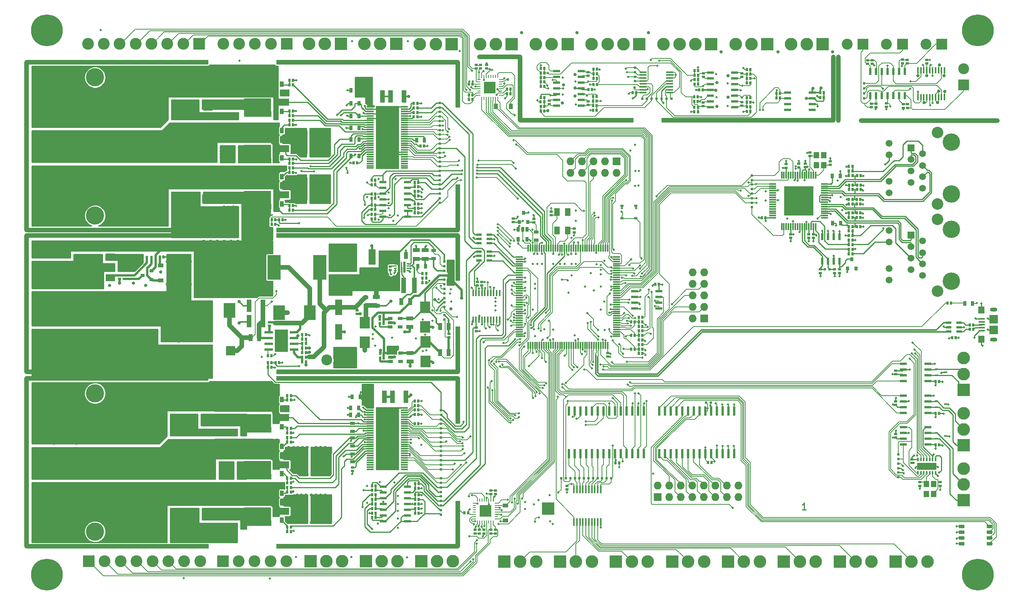
<source format=gtl>
G04 #@! TF.GenerationSoftware,KiCad,Pcbnew,(5.0.1-53-g1ecfe45ab)*
G04 #@! TF.CreationDate,2019-03-07T10:28:32+01:00*
G04 #@! TF.ProjectId,motordriver-2x,6d6f746f-7264-4726-9976-65722d32782e,Rev A*
G04 #@! TF.SameCoordinates,Original*
G04 #@! TF.FileFunction,Copper,L1,Top*
G04 #@! TF.FilePolarity,Positive*
%FSLAX46Y46*%
G04 Gerber Fmt 4.6, Leading zero omitted, Abs format (unit mm)*
G04 Created by KiCad (PCBNEW (5.0.1-53-g1ecfe45ab)) date Thu 07 Mar 2019 10:28:32 AM CET*
%MOMM*%
%LPD*%
G01*
G04 APERTURE LIST*
G04 #@! TA.AperFunction,NonConductor*
%ADD10C,0.250000*%
G04 #@! TD*
G04 #@! TA.AperFunction,SMDPad,CuDef*
%ADD11R,0.300000X1.500000*%
G04 #@! TD*
G04 #@! TA.AperFunction,SMDPad,CuDef*
%ADD12R,1.500000X0.300000*%
G04 #@! TD*
G04 #@! TA.AperFunction,SMDPad,CuDef*
%ADD13R,5.700000X5.700000*%
G04 #@! TD*
G04 #@! TA.AperFunction,Conductor*
%ADD14R,6.500000X6.500000*%
G04 #@! TD*
G04 #@! TA.AperFunction,ViaPad*
%ADD15C,0.300000*%
G04 #@! TD*
G04 #@! TA.AperFunction,ComponentPad*
%ADD16C,0.500000*%
G04 #@! TD*
G04 #@! TA.AperFunction,Conductor*
%ADD17R,2.700000X2.700000*%
G04 #@! TD*
G04 #@! TA.AperFunction,ComponentPad*
%ADD18R,2.600000X2.600000*%
G04 #@! TD*
G04 #@! TA.AperFunction,ComponentPad*
%ADD19C,2.600000*%
G04 #@! TD*
G04 #@! TA.AperFunction,SMDPad,CuDef*
%ADD20R,1.150000X1.400000*%
G04 #@! TD*
G04 #@! TA.AperFunction,ComponentPad*
%ADD21C,2.800000*%
G04 #@! TD*
G04 #@! TA.AperFunction,ComponentPad*
%ADD22R,2.800000X2.800000*%
G04 #@! TD*
G04 #@! TA.AperFunction,Conductor*
%ADD23R,3.600000X4.000000*%
G04 #@! TD*
G04 #@! TA.AperFunction,Conductor*
%ADD24C,0.050000*%
G04 #@! TD*
G04 #@! TA.AperFunction,ComponentPad*
%ADD25C,3.600000*%
G04 #@! TD*
G04 #@! TA.AperFunction,Conductor*
%ADD26R,4.000000X6.500000*%
G04 #@! TD*
G04 #@! TA.AperFunction,WasherPad*
%ADD27C,4.000000*%
G04 #@! TD*
G04 #@! TA.AperFunction,ComponentPad*
%ADD28C,4.000000*%
G04 #@! TD*
G04 #@! TA.AperFunction,ViaPad*
%ADD29C,0.800000*%
G04 #@! TD*
G04 #@! TA.AperFunction,SMDPad,CuDef*
%ADD30C,0.250000*%
G04 #@! TD*
G04 #@! TA.AperFunction,Conductor*
%ADD31C,0.500000*%
G04 #@! TD*
G04 #@! TA.AperFunction,ComponentPad*
%ADD32C,2.400000*%
G04 #@! TD*
G04 #@! TA.AperFunction,ComponentPad*
%ADD33R,2.400000X2.400000*%
G04 #@! TD*
G04 #@! TA.AperFunction,Conductor*
%ADD34R,38.000000X1.000000*%
G04 #@! TD*
G04 #@! TA.AperFunction,ViaPad*
%ADD35C,0.600000*%
G04 #@! TD*
G04 #@! TA.AperFunction,Conductor*
%ADD36C,1.000000*%
G04 #@! TD*
G04 #@! TA.AperFunction,Conductor*
%ADD37R,1.000000X14.000000*%
G04 #@! TD*
G04 #@! TA.AperFunction,Conductor*
%ADD38R,25.000000X1.000000*%
G04 #@! TD*
G04 #@! TA.AperFunction,Conductor*
%ADD39R,9.000000X1.000000*%
G04 #@! TD*
G04 #@! TA.AperFunction,ComponentPad*
%ADD40C,0.300000*%
G04 #@! TD*
G04 #@! TA.AperFunction,Conductor*
%ADD41R,2.200000X2.200000*%
G04 #@! TD*
G04 #@! TA.AperFunction,SMDPad,CuDef*
%ADD42R,0.700000X0.250000*%
G04 #@! TD*
G04 #@! TA.AperFunction,SMDPad,CuDef*
%ADD43R,0.250000X0.700000*%
G04 #@! TD*
G04 #@! TA.AperFunction,Conductor*
%ADD44R,2.600000X2.600000*%
G04 #@! TD*
G04 #@! TA.AperFunction,ViaPad*
%ADD45C,0.400000*%
G04 #@! TD*
G04 #@! TA.AperFunction,Conductor*
%ADD46R,30.000000X1.000000*%
G04 #@! TD*
G04 #@! TA.AperFunction,ComponentPad*
%ADD47R,1.520000X1.520000*%
G04 #@! TD*
G04 #@! TA.AperFunction,ComponentPad*
%ADD48C,1.520000*%
G04 #@! TD*
G04 #@! TA.AperFunction,ComponentPad*
%ADD49C,2.540000*%
G04 #@! TD*
G04 #@! TA.AperFunction,WasherPad*
%ADD50C,3.850000*%
G04 #@! TD*
G04 #@! TA.AperFunction,SMDPad,CuDef*
%ADD51R,0.500000X0.500000*%
G04 #@! TD*
G04 #@! TA.AperFunction,SMDPad,CuDef*
%ADD52R,1.500000X0.970000*%
G04 #@! TD*
G04 #@! TA.AperFunction,Conductor*
%ADD53R,40.000000X1.000000*%
G04 #@! TD*
G04 #@! TA.AperFunction,Conductor*
%ADD54R,1.000000X37.000000*%
G04 #@! TD*
G04 #@! TA.AperFunction,Conductor*
%ADD55R,1.000000X10.000000*%
G04 #@! TD*
G04 #@! TA.AperFunction,Conductor*
%ADD56R,2.950000X4.900000*%
G04 #@! TD*
G04 #@! TA.AperFunction,SMDPad,CuDef*
%ADD57R,2.400000X3.100000*%
G04 #@! TD*
G04 #@! TA.AperFunction,SMDPad,CuDef*
%ADD58R,1.100000X1.400000*%
G04 #@! TD*
G04 #@! TA.AperFunction,SMDPad,CuDef*
%ADD59R,1.910000X0.610000*%
G04 #@! TD*
G04 #@! TA.AperFunction,ViaPad*
%ADD60C,0.500000*%
G04 #@! TD*
G04 #@! TA.AperFunction,Conductor*
%ADD61R,1.000000X30.000000*%
G04 #@! TD*
G04 #@! TA.AperFunction,Conductor*
%ADD62R,0.750000X6.500000*%
G04 #@! TD*
G04 #@! TA.AperFunction,Conductor*
%ADD63R,7.000000X4.500000*%
G04 #@! TD*
G04 #@! TA.AperFunction,Conductor*
%ADD64R,6.000000X4.100000*%
G04 #@! TD*
G04 #@! TA.AperFunction,SMDPad,CuDef*
%ADD65R,0.820000X1.150000*%
G04 #@! TD*
G04 #@! TA.AperFunction,SMDPad,CuDef*
%ADD66R,4.600000X3.050000*%
G04 #@! TD*
G04 #@! TA.AperFunction,SMDPad,CuDef*
%ADD67R,0.500000X1.150000*%
G04 #@! TD*
G04 #@! TA.AperFunction,Conductor*
%ADD68R,2.000000X1.600000*%
G04 #@! TD*
G04 #@! TA.AperFunction,Conductor*
%ADD69R,3.000000X1.600000*%
G04 #@! TD*
G04 #@! TA.AperFunction,SMDPad,CuDef*
%ADD70R,3.500000X5.100000*%
G04 #@! TD*
G04 #@! TA.AperFunction,ComponentPad*
%ADD71R,1.727200X1.727200*%
G04 #@! TD*
G04 #@! TA.AperFunction,ComponentPad*
%ADD72O,1.727200X1.727200*%
G04 #@! TD*
G04 #@! TA.AperFunction,ComponentPad*
%ADD73C,7.000000*%
G04 #@! TD*
G04 #@! TA.AperFunction,SMDPad,CuDef*
%ADD74R,0.575000X0.650000*%
G04 #@! TD*
G04 #@! TA.AperFunction,SMDPad,CuDef*
%ADD75R,0.650000X0.575000*%
G04 #@! TD*
G04 #@! TA.AperFunction,SMDPad,CuDef*
%ADD76R,1.200000X1.800000*%
G04 #@! TD*
G04 #@! TA.AperFunction,SMDPad,CuDef*
%ADD77R,3.810000X4.240000*%
G04 #@! TD*
G04 #@! TA.AperFunction,SMDPad,CuDef*
%ADD78R,1.200000X0.600000*%
G04 #@! TD*
G04 #@! TA.AperFunction,SMDPad,CuDef*
%ADD79R,0.650000X0.600000*%
G04 #@! TD*
G04 #@! TA.AperFunction,SMDPad,CuDef*
%ADD80R,1.400000X1.600000*%
G04 #@! TD*
G04 #@! TA.AperFunction,ComponentPad*
%ADD81O,1.600000X0.900000*%
G04 #@! TD*
G04 #@! TA.AperFunction,SMDPad,CuDef*
%ADD82R,1.900000X1.900000*%
G04 #@! TD*
G04 #@! TA.AperFunction,SMDPad,CuDef*
%ADD83R,1.350000X0.400000*%
G04 #@! TD*
G04 #@! TA.AperFunction,SMDPad,CuDef*
%ADD84R,1.600000X3.500000*%
G04 #@! TD*
G04 #@! TA.AperFunction,SMDPad,CuDef*
%ADD85R,0.970000X1.500000*%
G04 #@! TD*
G04 #@! TA.AperFunction,SMDPad,CuDef*
%ADD86R,1.070000X2.700000*%
G04 #@! TD*
G04 #@! TA.AperFunction,SMDPad,CuDef*
%ADD87R,2.300000X2.500000*%
G04 #@! TD*
G04 #@! TA.AperFunction,SMDPad,CuDef*
%ADD88R,0.900000X1.200000*%
G04 #@! TD*
G04 #@! TA.AperFunction,SMDPad,CuDef*
%ADD89R,1.200000X0.900000*%
G04 #@! TD*
G04 #@! TA.AperFunction,SMDPad,CuDef*
%ADD90R,1.000000X0.670000*%
G04 #@! TD*
G04 #@! TA.AperFunction,SMDPad,CuDef*
%ADD91R,1.060000X0.650000*%
G04 #@! TD*
G04 #@! TA.AperFunction,SMDPad,CuDef*
%ADD92R,0.670000X1.000000*%
G04 #@! TD*
G04 #@! TA.AperFunction,SMDPad,CuDef*
%ADD93R,2.500000X3.300000*%
G04 #@! TD*
G04 #@! TA.AperFunction,SMDPad,CuDef*
%ADD94R,2.000000X1.500000*%
G04 #@! TD*
G04 #@! TA.AperFunction,SMDPad,CuDef*
%ADD95R,2.000000X3.800000*%
G04 #@! TD*
G04 #@! TA.AperFunction,SMDPad,CuDef*
%ADD96R,0.900000X0.800000*%
G04 #@! TD*
G04 #@! TA.AperFunction,SMDPad,CuDef*
%ADD97R,9.400000X10.800000*%
G04 #@! TD*
G04 #@! TA.AperFunction,SMDPad,CuDef*
%ADD98R,4.600000X1.100000*%
G04 #@! TD*
G04 #@! TA.AperFunction,SMDPad,CuDef*
%ADD99R,0.600000X2.000000*%
G04 #@! TD*
G04 #@! TA.AperFunction,Conductor*
%ADD100R,5.100000X14.000000*%
G04 #@! TD*
G04 #@! TA.AperFunction,SMDPad,CuDef*
%ADD101R,3.610000X6.350000*%
G04 #@! TD*
G04 #@! TA.AperFunction,SMDPad,CuDef*
%ADD102R,1.550000X0.300000*%
G04 #@! TD*
G04 #@! TA.AperFunction,SMDPad,CuDef*
%ADD103R,2.900000X5.400000*%
G04 #@! TD*
G04 #@! TA.AperFunction,SMDPad,CuDef*
%ADD104R,2.700000X1.070000*%
G04 #@! TD*
G04 #@! TA.AperFunction,ComponentPad*
%ADD105C,2.000000*%
G04 #@! TD*
G04 #@! TA.AperFunction,ComponentPad*
%ADD106R,2.000000X2.000000*%
G04 #@! TD*
G04 #@! TA.AperFunction,SMDPad,CuDef*
%ADD107R,0.980000X3.400000*%
G04 #@! TD*
G04 #@! TA.AperFunction,SMDPad,CuDef*
%ADD108O,0.350000X0.850000*%
G04 #@! TD*
G04 #@! TA.AperFunction,SMDPad,CuDef*
%ADD109R,4.250000X1.650000*%
G04 #@! TD*
G04 #@! TA.AperFunction,SMDPad,CuDef*
%ADD110R,0.300000X1.550000*%
G04 #@! TD*
G04 #@! TA.AperFunction,SMDPad,CuDef*
%ADD111R,1.500000X0.600000*%
G04 #@! TD*
G04 #@! TA.AperFunction,SMDPad,CuDef*
%ADD112R,0.600000X1.500000*%
G04 #@! TD*
G04 #@! TA.AperFunction,SMDPad,CuDef*
%ADD113R,1.550000X0.600000*%
G04 #@! TD*
G04 #@! TA.AperFunction,SMDPad,CuDef*
%ADD114R,0.600000X1.550000*%
G04 #@! TD*
G04 #@! TA.AperFunction,SMDPad,CuDef*
%ADD115R,0.450000X1.750000*%
G04 #@! TD*
G04 #@! TA.AperFunction,SMDPad,CuDef*
%ADD116R,1.500000X0.450000*%
G04 #@! TD*
G04 #@! TA.AperFunction,SMDPad,CuDef*
%ADD117R,0.450000X1.450000*%
G04 #@! TD*
G04 #@! TA.AperFunction,SMDPad,CuDef*
%ADD118R,0.800000X0.900000*%
G04 #@! TD*
G04 #@! TA.AperFunction,SMDPad,CuDef*
%ADD119R,0.650000X1.060000*%
G04 #@! TD*
G04 #@! TA.AperFunction,SMDPad,CuDef*
%ADD120R,0.700000X0.450000*%
G04 #@! TD*
G04 #@! TA.AperFunction,SMDPad,CuDef*
%ADD121C,0.760000*%
G04 #@! TD*
G04 #@! TA.AperFunction,ViaPad*
%ADD122C,0.700000*%
G04 #@! TD*
G04 #@! TA.AperFunction,Conductor*
%ADD123C,0.154000*%
G04 #@! TD*
G04 #@! TA.AperFunction,Conductor*
%ADD124C,0.350000*%
G04 #@! TD*
G04 #@! TA.AperFunction,Conductor*
%ADD125C,0.500000*%
G04 #@! TD*
G04 #@! TA.AperFunction,Conductor*
%ADD126C,0.250000*%
G04 #@! TD*
G04 #@! TA.AperFunction,Conductor*
%ADD127C,0.300000*%
G04 #@! TD*
G04 #@! TA.AperFunction,Conductor*
%ADD128C,1.000000*%
G04 #@! TD*
G04 #@! TA.AperFunction,Conductor*
%ADD129C,0.310000*%
G04 #@! TD*
G04 #@! TA.AperFunction,Conductor*
%ADD130C,0.254000*%
G04 #@! TD*
%ADD131C,0.254000*%
G04 APERTURE END LIST*
D10*
X218151785Y-134678571D02*
X217294642Y-134678571D01*
X217723214Y-134678571D02*
X217723214Y-133178571D01*
X217580357Y-133392857D01*
X217437500Y-133535714D01*
X217294642Y-133607142D01*
D11*
G04 #@! TO.P,U30,1*
G04 #@! TO.N,Net-(C71-Pad2)*
X220300000Y-60900000D03*
G04 #@! TO.P,U30,2*
G04 #@! TO.N,Net-(C72-Pad2)*
X219800000Y-60900000D03*
G04 #@! TO.P,U30,3*
G04 #@! TO.N,Net-(U30-Pad3)*
X219300000Y-60900000D03*
G04 #@! TO.P,U30,4*
G04 #@! TO.N,GND*
X218800000Y-60900000D03*
G04 #@! TO.P,U30,5*
G04 #@! TO.N,VDD_3V3*
X218300000Y-60900000D03*
G04 #@! TO.P,U30,6*
G04 #@! TO.N,Net-(C114-Pad1)*
X217800000Y-60900000D03*
G04 #@! TO.P,U30,7*
G04 #@! TO.N,VDD_3V3*
X217300000Y-60900000D03*
G04 #@! TO.P,U30,8*
G04 #@! TO.N,Net-(R113-Pad2)*
X216800000Y-60900000D03*
G04 #@! TO.P,U30,9*
G04 #@! TO.N,Net-(R110-Pad2)*
X216300000Y-60900000D03*
G04 #@! TO.P,U30,10*
G04 #@! TO.N,Net-(R108-Pad2)*
X215800000Y-60900000D03*
G04 #@! TO.P,U30,11*
G04 #@! TO.N,ECAT_RESET*
X215300000Y-60900000D03*
G04 #@! TO.P,U30,12*
G04 #@! TO.N,Net-(U30-Pad12)*
X214800000Y-60900000D03*
G04 #@! TO.P,U30,13*
G04 #@! TO.N,ECAT_MISO*
X214300000Y-60900000D03*
G04 #@! TO.P,U30,14*
G04 #@! TO.N,VDD_3V3*
X213800000Y-60900000D03*
G04 #@! TO.P,U30,15*
G04 #@! TO.N,Net-(U30-Pad15)*
X213300000Y-60900000D03*
G04 #@! TO.P,U30,16*
G04 #@! TO.N,Net-(U30-Pad16)*
X212800000Y-60900000D03*
D12*
G04 #@! TO.P,U30,17*
G04 #@! TO.N,CANFD_MOSI*
X210850000Y-62850000D03*
G04 #@! TO.P,U30,18*
G04 #@! TO.N,Net-(TP102-Pad1)*
X210850000Y-63350000D03*
G04 #@! TO.P,U30,19*
G04 #@! TO.N,CANFD_SCK*
X210850000Y-63850000D03*
G04 #@! TO.P,U30,20*
G04 #@! TO.N,VDD_3V3*
X210850000Y-64350000D03*
G04 #@! TO.P,U30,21*
G04 #@! TO.N,Net-(U30-Pad21)*
X210850000Y-64850000D03*
G04 #@! TO.P,U30,22*
G04 #@! TO.N,Net-(U30-Pad22)*
X210850000Y-65350000D03*
G04 #@! TO.P,U30,23*
G04 #@! TO.N,Net-(U30-Pad23)*
X210850000Y-65850000D03*
G04 #@! TO.P,U30,24*
G04 #@! TO.N,Net-(C114-Pad1)*
X210850000Y-66350000D03*
G04 #@! TO.P,U30,25*
G04 #@! TO.N,Net-(U30-Pad25)*
X210850000Y-66850000D03*
G04 #@! TO.P,U30,26*
G04 #@! TO.N,Net-(U30-Pad26)*
X210850000Y-67350000D03*
G04 #@! TO.P,U30,27*
G04 #@! TO.N,Net-(U30-Pad27)*
X210850000Y-67850000D03*
G04 #@! TO.P,U30,28*
G04 #@! TO.N,Net-(U30-Pad28)*
X210850000Y-68350000D03*
G04 #@! TO.P,U30,29*
G04 #@! TO.N,Net-(U30-Pad29)*
X210850000Y-68850000D03*
G04 #@! TO.P,U30,30*
G04 #@! TO.N,Net-(U30-Pad30)*
X210850000Y-69350000D03*
G04 #@! TO.P,U30,31*
G04 #@! TO.N,Net-(U30-Pad31)*
X210850000Y-69850000D03*
G04 #@! TO.P,U30,32*
G04 #@! TO.N,VDD_3V3*
X210850000Y-70350000D03*
D11*
G04 #@! TO.P,U30,33*
G04 #@! TO.N,Net-(U30-Pad33)*
X212800000Y-72300000D03*
G04 #@! TO.P,U30,34*
G04 #@! TO.N,Net-(TP101-Pad1)*
X213300000Y-72300000D03*
G04 #@! TO.P,U30,35*
G04 #@! TO.N,Net-(U30-Pad35)*
X213800000Y-72300000D03*
G04 #@! TO.P,U30,36*
G04 #@! TO.N,Net-(U30-Pad36)*
X214300000Y-72300000D03*
G04 #@! TO.P,U30,37*
G04 #@! TO.N,VDD_3V3*
X214800000Y-72300000D03*
G04 #@! TO.P,U30,38*
G04 #@! TO.N,Net-(C114-Pad1)*
X215300000Y-72300000D03*
G04 #@! TO.P,U30,39*
G04 #@! TO.N,Net-(U30-Pad39)*
X215800000Y-72300000D03*
G04 #@! TO.P,U30,40*
G04 #@! TO.N,Net-(U30-Pad40)*
X216300000Y-72300000D03*
G04 #@! TO.P,U30,41*
G04 #@! TO.N,GND*
X216800000Y-72300000D03*
G04 #@! TO.P,U30,42*
G04 #@! TO.N,Net-(R129-Pad2)*
X217300000Y-72300000D03*
G04 #@! TO.P,U30,43*
G04 #@! TO.N,Net-(R130-Pad2)*
X217800000Y-72300000D03*
G04 #@! TO.P,U30,44*
G04 #@! TO.N,ECAT_IRQ*
X218300000Y-72300000D03*
G04 #@! TO.P,U30,45*
G04 #@! TO.N,Net-(R116-Pad2)*
X218800000Y-72300000D03*
G04 #@! TO.P,U30,46*
G04 #@! TO.N,Net-(R155-Pad2)*
X219300000Y-72300000D03*
G04 #@! TO.P,U30,47*
G04 #@! TO.N,VDD_3V3*
X219800000Y-72300000D03*
G04 #@! TO.P,U30,48*
G04 #@! TO.N,Net-(R149-Pad2)*
X220300000Y-72300000D03*
D12*
G04 #@! TO.P,U30,49*
G04 #@! TO.N,Net-(U30-Pad49)*
X222250000Y-70350000D03*
G04 #@! TO.P,U30,50*
G04 #@! TO.N,ECAT_CS*
X222250000Y-69850000D03*
G04 #@! TO.P,U30,51*
G04 #@! TO.N,/VDD33TXRX1*
X222250000Y-69350000D03*
G04 #@! TO.P,U30,52*
G04 #@! TO.N,/TXA_N*
X222250000Y-68850000D03*
G04 #@! TO.P,U30,53*
G04 #@! TO.N,/TXA_P*
X222250000Y-68350000D03*
G04 #@! TO.P,U30,54*
G04 #@! TO.N,/RXA_N*
X222250000Y-67850000D03*
G04 #@! TO.P,U30,55*
G04 #@! TO.N,/RXA_P*
X222250000Y-67350000D03*
G04 #@! TO.P,U30,56*
G04 #@! TO.N,Net-(FB3-Pad1)*
X222250000Y-66850000D03*
G04 #@! TO.P,U30,57*
G04 #@! TO.N,Net-(R77-Pad1)*
X222250000Y-66350000D03*
G04 #@! TO.P,U30,58*
G04 #@! TO.N,Net-(C86-Pad2)*
X222250000Y-65850000D03*
G04 #@! TO.P,U30,59*
G04 #@! TO.N,Net-(FB3-Pad1)*
X222250000Y-65350000D03*
G04 #@! TO.P,U30,60*
G04 #@! TO.N,/RXB_P*
X222250000Y-64850000D03*
G04 #@! TO.P,U30,61*
G04 #@! TO.N,/RXB_N*
X222250000Y-64350000D03*
G04 #@! TO.P,U30,62*
G04 #@! TO.N,/TXB_P*
X222250000Y-63850000D03*
G04 #@! TO.P,U30,63*
G04 #@! TO.N,/TXB_N*
X222250000Y-63350000D03*
G04 #@! TO.P,U30,64*
G04 #@! TO.N,/VDD33TXRX2*
X222250000Y-62850000D03*
D13*
G04 #@! TO.P,U30,65*
G04 #@! TO.N,GND*
X216550000Y-66600000D03*
D14*
G04 #@! TD*
G04 #@! TO.N,GND*
G04 #@! TO.C,U30*
X216550000Y-66600000D03*
D15*
G04 #@! TO.N,GND*
G04 #@! TO.C,U30*
X219550000Y-63600000D03*
X219550000Y-65600000D03*
X219550000Y-67600000D03*
X219550000Y-69600000D03*
X217550000Y-69600000D03*
X215550000Y-69600000D03*
X213550000Y-69600000D03*
X213550000Y-67600000D03*
X213550000Y-65600000D03*
X213550000Y-63600000D03*
X215550000Y-63600000D03*
X217550000Y-63600000D03*
G04 #@! TD*
D16*
G04 #@! TO.P,U21,25*
G04 #@! TO.N,GND*
X160324247Y-134388323D03*
X161324247Y-133388323D03*
X161324247Y-134388323D03*
X162324247Y-134388323D03*
X161324247Y-135388323D03*
D17*
G04 #@! TD*
G04 #@! TO.N,GND*
G04 #@! TO.C,U21*
X161324247Y-134388323D03*
D18*
G04 #@! TO.P,P37,1*
G04 #@! TO.N,Net-(P37-Pad1)*
X84500000Y-32000000D03*
D19*
G04 #@! TO.P,P37,2*
G04 #@! TO.N,Net-(C64-Pad2)*
X81000000Y-32000000D03*
G04 #@! TO.P,P37,3*
G04 #@! TO.N,Net-(P37-Pad3)*
X77500000Y-32000000D03*
G04 #@! TO.P,P37,4*
G04 #@! TO.N,Net-(C65-Pad2)*
X74000000Y-32000000D03*
G04 #@! TO.P,P37,5*
G04 #@! TO.N,Net-(P37-Pad5)*
X70500000Y-32000000D03*
G04 #@! TO.P,P37,6*
G04 #@! TO.N,Net-(C66-Pad2)*
X67000000Y-32000000D03*
G04 #@! TO.P,P37,7*
G04 #@! TO.N,ENC1VDD5V*
X63500000Y-32000000D03*
G04 #@! TO.P,P37,8*
G04 #@! TO.N,GND*
X60000000Y-32000000D03*
G04 #@! TD*
D18*
G04 #@! TO.P,P41,1*
G04 #@! TO.N,Net-(P41-Pad1)*
X60200000Y-146000000D03*
D19*
G04 #@! TO.P,P41,2*
G04 #@! TO.N,Net-(C67-Pad2)*
X63700000Y-146000000D03*
G04 #@! TO.P,P41,3*
G04 #@! TO.N,Net-(P41-Pad3)*
X67200000Y-146000000D03*
G04 #@! TO.P,P41,4*
G04 #@! TO.N,Net-(C68-Pad2)*
X70700000Y-146000000D03*
G04 #@! TO.P,P41,5*
G04 #@! TO.N,Net-(P41-Pad5)*
X74200000Y-146000000D03*
G04 #@! TO.P,P41,6*
G04 #@! TO.N,Net-(C69-Pad2)*
X77700000Y-146000000D03*
G04 #@! TO.P,P41,7*
G04 #@! TO.N,ENC2VDD5V*
X81200000Y-146000000D03*
G04 #@! TO.P,P41,8*
G04 #@! TO.N,GND*
X84700000Y-146000000D03*
G04 #@! TD*
D20*
G04 #@! TO.P,Y2,4*
G04 #@! TO.N,Net-(Y2-Pad4)*
X246250000Y-129000000D03*
G04 #@! TO.P,Y2,3*
G04 #@! TO.N,Net-(C20-Pad1)*
X246250000Y-131200000D03*
G04 #@! TO.P,Y2,2*
G04 #@! TO.N,Net-(Y2-Pad2)*
X244650000Y-131200000D03*
G04 #@! TO.P,Y2,1*
G04 #@! TO.N,Net-(C14-Pad2)*
X244650000Y-129000000D03*
G04 #@! TD*
D21*
G04 #@! TO.P,P1,2*
G04 #@! TO.N,SW_IN1*
X155200000Y-146100000D03*
D22*
G04 #@! TO.P,P1,1*
G04 #@! TO.N,GND*
X151700000Y-146100000D03*
D21*
G04 #@! TO.P,P1,3*
G04 #@! TO.N,LED_OUT1*
X158700000Y-146100000D03*
G04 #@! TD*
G04 #@! TO.P,P3,2*
G04 #@! TO.N,SW_IN3*
X179800000Y-146100000D03*
D22*
G04 #@! TO.P,P3,1*
G04 #@! TO.N,GND*
X176300000Y-146100000D03*
D21*
G04 #@! TO.P,P3,3*
G04 #@! TO.N,LED_OUT3*
X183300000Y-146100000D03*
G04 #@! TD*
G04 #@! TO.P,P4,2*
G04 #@! TO.N,SW_IN4*
X192200000Y-146100000D03*
D22*
G04 #@! TO.P,P4,1*
G04 #@! TO.N,GND*
X188700000Y-146100000D03*
D21*
G04 #@! TO.P,P4,3*
G04 #@! TO.N,LED_OUT4*
X195700000Y-146100000D03*
G04 #@! TD*
G04 #@! TO.P,P5,2*
G04 #@! TO.N,SW_IN5*
X204500000Y-146100000D03*
D22*
G04 #@! TO.P,P5,1*
G04 #@! TO.N,GND*
X201000000Y-146100000D03*
D21*
G04 #@! TO.P,P5,3*
G04 #@! TO.N,LED_OUT5*
X208000000Y-146100000D03*
G04 #@! TD*
G04 #@! TO.P,P6,2*
G04 #@! TO.N,SW_IN6*
X216800000Y-146100000D03*
D22*
G04 #@! TO.P,P6,1*
G04 #@! TO.N,GND*
X213300000Y-146100000D03*
D21*
G04 #@! TO.P,P6,3*
G04 #@! TO.N,LED_OUT6*
X220300000Y-146100000D03*
G04 #@! TD*
G04 #@! TO.P,P7,2*
G04 #@! TO.N,SW_IN7*
X229100000Y-146100000D03*
D22*
G04 #@! TO.P,P7,1*
G04 #@! TO.N,GND*
X225600000Y-146100000D03*
D21*
G04 #@! TO.P,P7,3*
G04 #@! TO.N,LED_OUT7*
X232600000Y-146100000D03*
G04 #@! TD*
G04 #@! TO.P,P2,2*
G04 #@! TO.N,SW_IN2*
X167500000Y-146100000D03*
D22*
G04 #@! TO.P,P2,1*
G04 #@! TO.N,GND*
X164000000Y-146100000D03*
D21*
G04 #@! TO.P,P2,3*
G04 #@! TO.N,LED_OUT2*
X171000000Y-146100000D03*
G04 #@! TD*
G04 #@! TO.P,P8,2*
G04 #@! TO.N,SW_IN8*
X241400000Y-146100000D03*
D22*
G04 #@! TO.P,P8,1*
G04 #@! TO.N,GND*
X237900000Y-146100000D03*
D21*
G04 #@! TO.P,P8,3*
G04 #@! TO.N,LED_OUT8*
X244900000Y-146100000D03*
G04 #@! TD*
D23*
G04 #@! TO.N,GND*
G04 #@! TO.C,P18*
X69700000Y-98620000D03*
G04 #@! TO.N,VMOT_IN*
X69750000Y-91000000D03*
D24*
G04 #@! TO.N,GND*
G36*
X65618215Y-96624334D02*
X65705581Y-96637293D01*
X65791256Y-96658754D01*
X65874415Y-96688508D01*
X65954257Y-96726271D01*
X66030013Y-96771677D01*
X66100954Y-96824291D01*
X66166396Y-96883604D01*
X66225709Y-96949046D01*
X66278323Y-97019987D01*
X66323729Y-97095743D01*
X66361492Y-97175585D01*
X66391246Y-97258744D01*
X66412707Y-97344419D01*
X66425666Y-97431785D01*
X66430000Y-97520000D01*
X66430000Y-99720000D01*
X66425666Y-99808215D01*
X66412707Y-99895581D01*
X66391246Y-99981256D01*
X66361492Y-100064415D01*
X66323729Y-100144257D01*
X66278323Y-100220013D01*
X66225709Y-100290954D01*
X66166396Y-100356396D01*
X66100954Y-100415709D01*
X66030013Y-100468323D01*
X65954257Y-100513729D01*
X65874415Y-100551492D01*
X65791256Y-100581246D01*
X65705581Y-100602707D01*
X65618215Y-100615666D01*
X65530000Y-100620000D01*
X63730000Y-100620000D01*
X63641785Y-100615666D01*
X63554419Y-100602707D01*
X63468744Y-100581246D01*
X63385585Y-100551492D01*
X63305743Y-100513729D01*
X63229987Y-100468323D01*
X63159046Y-100415709D01*
X63093604Y-100356396D01*
X63034291Y-100290954D01*
X62981677Y-100220013D01*
X62936271Y-100144257D01*
X62898508Y-100064415D01*
X62868754Y-99981256D01*
X62847293Y-99895581D01*
X62834334Y-99808215D01*
X62830000Y-99720000D01*
X62830000Y-97520000D01*
X62834334Y-97431785D01*
X62847293Y-97344419D01*
X62868754Y-97258744D01*
X62898508Y-97175585D01*
X62936271Y-97095743D01*
X62981677Y-97019987D01*
X63034291Y-96949046D01*
X63093604Y-96883604D01*
X63159046Y-96824291D01*
X63229987Y-96771677D01*
X63305743Y-96726271D01*
X63385585Y-96688508D01*
X63468744Y-96658754D01*
X63554419Y-96637293D01*
X63641785Y-96624334D01*
X63730000Y-96620000D01*
X65530000Y-96620000D01*
X65618215Y-96624334D01*
X65618215Y-96624334D01*
G37*
D25*
G04 #@! TD*
G04 #@! TO.P,P18,2*
G04 #@! TO.N,GND*
X64630000Y-98620000D03*
D24*
G04 #@! TO.N,VMOT_IN*
G04 #@! TO.C,P18*
G36*
X65618215Y-89004334D02*
X65705581Y-89017293D01*
X65791256Y-89038754D01*
X65874415Y-89068508D01*
X65954257Y-89106271D01*
X66030013Y-89151677D01*
X66100954Y-89204291D01*
X66166396Y-89263604D01*
X66225709Y-89329046D01*
X66278323Y-89399987D01*
X66323729Y-89475743D01*
X66361492Y-89555585D01*
X66391246Y-89638744D01*
X66412707Y-89724419D01*
X66425666Y-89811785D01*
X66430000Y-89900000D01*
X66430000Y-92100000D01*
X66425666Y-92188215D01*
X66412707Y-92275581D01*
X66391246Y-92361256D01*
X66361492Y-92444415D01*
X66323729Y-92524257D01*
X66278323Y-92600013D01*
X66225709Y-92670954D01*
X66166396Y-92736396D01*
X66100954Y-92795709D01*
X66030013Y-92848323D01*
X65954257Y-92893729D01*
X65874415Y-92931492D01*
X65791256Y-92961246D01*
X65705581Y-92982707D01*
X65618215Y-92995666D01*
X65530000Y-93000000D01*
X63730000Y-93000000D01*
X63641785Y-92995666D01*
X63554419Y-92982707D01*
X63468744Y-92961246D01*
X63385585Y-92931492D01*
X63305743Y-92893729D01*
X63229987Y-92848323D01*
X63159046Y-92795709D01*
X63093604Y-92736396D01*
X63034291Y-92670954D01*
X62981677Y-92600013D01*
X62936271Y-92524257D01*
X62898508Y-92444415D01*
X62868754Y-92361256D01*
X62847293Y-92275581D01*
X62834334Y-92188215D01*
X62830000Y-92100000D01*
X62830000Y-89900000D01*
X62834334Y-89811785D01*
X62847293Y-89724419D01*
X62868754Y-89638744D01*
X62898508Y-89555585D01*
X62936271Y-89475743D01*
X62981677Y-89399987D01*
X63034291Y-89329046D01*
X63093604Y-89263604D01*
X63159046Y-89204291D01*
X63229987Y-89151677D01*
X63305743Y-89106271D01*
X63385585Y-89068508D01*
X63468744Y-89038754D01*
X63554419Y-89017293D01*
X63641785Y-89004334D01*
X63730000Y-89000000D01*
X65530000Y-89000000D01*
X65618215Y-89004334D01*
X65618215Y-89004334D01*
G37*
D25*
G04 #@! TD*
G04 #@! TO.P,P18,1*
G04 #@! TO.N,VMOT_IN*
X64630000Y-91000000D03*
D24*
G04 #@! TO.N,GND*
G04 #@! TO.C,P18*
G36*
X68158215Y-96624334D02*
X68245581Y-96637293D01*
X68331256Y-96658754D01*
X68414415Y-96688508D01*
X68494257Y-96726271D01*
X68570013Y-96771677D01*
X68640954Y-96824291D01*
X68706396Y-96883604D01*
X68765709Y-96949046D01*
X68818323Y-97019987D01*
X68863729Y-97095743D01*
X68901492Y-97175585D01*
X68931246Y-97258744D01*
X68952707Y-97344419D01*
X68965666Y-97431785D01*
X68970000Y-97520000D01*
X68970000Y-99720000D01*
X68965666Y-99808215D01*
X68952707Y-99895581D01*
X68931246Y-99981256D01*
X68901492Y-100064415D01*
X68863729Y-100144257D01*
X68818323Y-100220013D01*
X68765709Y-100290954D01*
X68706396Y-100356396D01*
X68640954Y-100415709D01*
X68570013Y-100468323D01*
X68494257Y-100513729D01*
X68414415Y-100551492D01*
X68331256Y-100581246D01*
X68245581Y-100602707D01*
X68158215Y-100615666D01*
X68070000Y-100620000D01*
X66270000Y-100620000D01*
X66181785Y-100615666D01*
X66094419Y-100602707D01*
X66008744Y-100581246D01*
X65925585Y-100551492D01*
X65845743Y-100513729D01*
X65769987Y-100468323D01*
X65699046Y-100415709D01*
X65633604Y-100356396D01*
X65574291Y-100290954D01*
X65521677Y-100220013D01*
X65476271Y-100144257D01*
X65438508Y-100064415D01*
X65408754Y-99981256D01*
X65387293Y-99895581D01*
X65374334Y-99808215D01*
X65370000Y-99720000D01*
X65370000Y-97520000D01*
X65374334Y-97431785D01*
X65387293Y-97344419D01*
X65408754Y-97258744D01*
X65438508Y-97175585D01*
X65476271Y-97095743D01*
X65521677Y-97019987D01*
X65574291Y-96949046D01*
X65633604Y-96883604D01*
X65699046Y-96824291D01*
X65769987Y-96771677D01*
X65845743Y-96726271D01*
X65925585Y-96688508D01*
X66008744Y-96658754D01*
X66094419Y-96637293D01*
X66181785Y-96624334D01*
X66270000Y-96620000D01*
X68070000Y-96620000D01*
X68158215Y-96624334D01*
X68158215Y-96624334D01*
G37*
D25*
G04 #@! TD*
G04 #@! TO.P,P18,2*
G04 #@! TO.N,GND*
X67170000Y-98620000D03*
D24*
G04 #@! TO.N,VMOT_IN*
G04 #@! TO.C,P18*
G36*
X68158215Y-89004334D02*
X68245581Y-89017293D01*
X68331256Y-89038754D01*
X68414415Y-89068508D01*
X68494257Y-89106271D01*
X68570013Y-89151677D01*
X68640954Y-89204291D01*
X68706396Y-89263604D01*
X68765709Y-89329046D01*
X68818323Y-89399987D01*
X68863729Y-89475743D01*
X68901492Y-89555585D01*
X68931246Y-89638744D01*
X68952707Y-89724419D01*
X68965666Y-89811785D01*
X68970000Y-89900000D01*
X68970000Y-92100000D01*
X68965666Y-92188215D01*
X68952707Y-92275581D01*
X68931246Y-92361256D01*
X68901492Y-92444415D01*
X68863729Y-92524257D01*
X68818323Y-92600013D01*
X68765709Y-92670954D01*
X68706396Y-92736396D01*
X68640954Y-92795709D01*
X68570013Y-92848323D01*
X68494257Y-92893729D01*
X68414415Y-92931492D01*
X68331256Y-92961246D01*
X68245581Y-92982707D01*
X68158215Y-92995666D01*
X68070000Y-93000000D01*
X66270000Y-93000000D01*
X66181785Y-92995666D01*
X66094419Y-92982707D01*
X66008744Y-92961246D01*
X65925585Y-92931492D01*
X65845743Y-92893729D01*
X65769987Y-92848323D01*
X65699046Y-92795709D01*
X65633604Y-92736396D01*
X65574291Y-92670954D01*
X65521677Y-92600013D01*
X65476271Y-92524257D01*
X65438508Y-92444415D01*
X65408754Y-92361256D01*
X65387293Y-92275581D01*
X65374334Y-92188215D01*
X65370000Y-92100000D01*
X65370000Y-89900000D01*
X65374334Y-89811785D01*
X65387293Y-89724419D01*
X65408754Y-89638744D01*
X65438508Y-89555585D01*
X65476271Y-89475743D01*
X65521677Y-89399987D01*
X65574291Y-89329046D01*
X65633604Y-89263604D01*
X65699046Y-89204291D01*
X65769987Y-89151677D01*
X65845743Y-89106271D01*
X65925585Y-89068508D01*
X66008744Y-89038754D01*
X66094419Y-89017293D01*
X66181785Y-89004334D01*
X66270000Y-89000000D01*
X68070000Y-89000000D01*
X68158215Y-89004334D01*
X68158215Y-89004334D01*
G37*
D25*
G04 #@! TD*
G04 #@! TO.P,P18,1*
G04 #@! TO.N,VMOT_IN*
X67170000Y-91000000D03*
D24*
G04 #@! TO.N,GND*
G04 #@! TO.C,P18*
G36*
X73238215Y-96624334D02*
X73325581Y-96637293D01*
X73411256Y-96658754D01*
X73494415Y-96688508D01*
X73574257Y-96726271D01*
X73650013Y-96771677D01*
X73720954Y-96824291D01*
X73786396Y-96883604D01*
X73845709Y-96949046D01*
X73898323Y-97019987D01*
X73943729Y-97095743D01*
X73981492Y-97175585D01*
X74011246Y-97258744D01*
X74032707Y-97344419D01*
X74045666Y-97431785D01*
X74050000Y-97520000D01*
X74050000Y-99720000D01*
X74045666Y-99808215D01*
X74032707Y-99895581D01*
X74011246Y-99981256D01*
X73981492Y-100064415D01*
X73943729Y-100144257D01*
X73898323Y-100220013D01*
X73845709Y-100290954D01*
X73786396Y-100356396D01*
X73720954Y-100415709D01*
X73650013Y-100468323D01*
X73574257Y-100513729D01*
X73494415Y-100551492D01*
X73411256Y-100581246D01*
X73325581Y-100602707D01*
X73238215Y-100615666D01*
X73150000Y-100620000D01*
X71350000Y-100620000D01*
X71261785Y-100615666D01*
X71174419Y-100602707D01*
X71088744Y-100581246D01*
X71005585Y-100551492D01*
X70925743Y-100513729D01*
X70849987Y-100468323D01*
X70779046Y-100415709D01*
X70713604Y-100356396D01*
X70654291Y-100290954D01*
X70601677Y-100220013D01*
X70556271Y-100144257D01*
X70518508Y-100064415D01*
X70488754Y-99981256D01*
X70467293Y-99895581D01*
X70454334Y-99808215D01*
X70450000Y-99720000D01*
X70450000Y-97520000D01*
X70454334Y-97431785D01*
X70467293Y-97344419D01*
X70488754Y-97258744D01*
X70518508Y-97175585D01*
X70556271Y-97095743D01*
X70601677Y-97019987D01*
X70654291Y-96949046D01*
X70713604Y-96883604D01*
X70779046Y-96824291D01*
X70849987Y-96771677D01*
X70925743Y-96726271D01*
X71005585Y-96688508D01*
X71088744Y-96658754D01*
X71174419Y-96637293D01*
X71261785Y-96624334D01*
X71350000Y-96620000D01*
X73150000Y-96620000D01*
X73238215Y-96624334D01*
X73238215Y-96624334D01*
G37*
D25*
G04 #@! TD*
G04 #@! TO.P,P18,2*
G04 #@! TO.N,GND*
X72250000Y-98620000D03*
D24*
G04 #@! TO.N,VMOT_IN*
G04 #@! TO.C,P18*
G36*
X73238215Y-89004334D02*
X73325581Y-89017293D01*
X73411256Y-89038754D01*
X73494415Y-89068508D01*
X73574257Y-89106271D01*
X73650013Y-89151677D01*
X73720954Y-89204291D01*
X73786396Y-89263604D01*
X73845709Y-89329046D01*
X73898323Y-89399987D01*
X73943729Y-89475743D01*
X73981492Y-89555585D01*
X74011246Y-89638744D01*
X74032707Y-89724419D01*
X74045666Y-89811785D01*
X74050000Y-89900000D01*
X74050000Y-92100000D01*
X74045666Y-92188215D01*
X74032707Y-92275581D01*
X74011246Y-92361256D01*
X73981492Y-92444415D01*
X73943729Y-92524257D01*
X73898323Y-92600013D01*
X73845709Y-92670954D01*
X73786396Y-92736396D01*
X73720954Y-92795709D01*
X73650013Y-92848323D01*
X73574257Y-92893729D01*
X73494415Y-92931492D01*
X73411256Y-92961246D01*
X73325581Y-92982707D01*
X73238215Y-92995666D01*
X73150000Y-93000000D01*
X71350000Y-93000000D01*
X71261785Y-92995666D01*
X71174419Y-92982707D01*
X71088744Y-92961246D01*
X71005585Y-92931492D01*
X70925743Y-92893729D01*
X70849987Y-92848323D01*
X70779046Y-92795709D01*
X70713604Y-92736396D01*
X70654291Y-92670954D01*
X70601677Y-92600013D01*
X70556271Y-92524257D01*
X70518508Y-92444415D01*
X70488754Y-92361256D01*
X70467293Y-92275581D01*
X70454334Y-92188215D01*
X70450000Y-92100000D01*
X70450000Y-89900000D01*
X70454334Y-89811785D01*
X70467293Y-89724419D01*
X70488754Y-89638744D01*
X70518508Y-89555585D01*
X70556271Y-89475743D01*
X70601677Y-89399987D01*
X70654291Y-89329046D01*
X70713604Y-89263604D01*
X70779046Y-89204291D01*
X70849987Y-89151677D01*
X70925743Y-89106271D01*
X71005585Y-89068508D01*
X71088744Y-89038754D01*
X71174419Y-89017293D01*
X71261785Y-89004334D01*
X71350000Y-89000000D01*
X73150000Y-89000000D01*
X73238215Y-89004334D01*
X73238215Y-89004334D01*
G37*
D25*
G04 #@! TD*
G04 #@! TO.P,P18,1*
G04 #@! TO.N,VMOT_IN*
X72250000Y-91000000D03*
D19*
G04 #@! TO.P,P47,5*
G04 #@! TO.N,GND*
X89800000Y-32000000D03*
G04 #@! TO.P,P47,4*
G04 #@! TO.N,ENC1VDD5V*
X93300000Y-32000000D03*
G04 #@! TO.P,P47,3*
G04 #@! TO.N,Net-(P47-Pad3)*
X96800000Y-32000000D03*
G04 #@! TO.P,P47,2*
G04 #@! TO.N,Net-(P47-Pad2)*
X100300000Y-32000000D03*
D18*
G04 #@! TO.P,P47,1*
G04 #@! TO.N,Net-(P47-Pad1)*
X103800000Y-32000000D03*
G04 #@! TD*
D19*
G04 #@! TO.P,P48,5*
G04 #@! TO.N,GND*
X103700000Y-146000000D03*
G04 #@! TO.P,P48,4*
G04 #@! TO.N,ENC2VDD5V*
X100200000Y-146000000D03*
G04 #@! TO.P,P48,3*
G04 #@! TO.N,Net-(P48-Pad3)*
X96700000Y-146000000D03*
G04 #@! TO.P,P48,2*
G04 #@! TO.N,Net-(P48-Pad2)*
X93200000Y-146000000D03*
D18*
G04 #@! TO.P,P48,1*
G04 #@! TO.N,Net-(P48-Pad1)*
X89700000Y-146000000D03*
G04 #@! TD*
D21*
G04 #@! TO.P,P15,3*
G04 #@! TO.N,GND*
X214857757Y-32088795D03*
D22*
G04 #@! TO.P,P15,1*
G04 #@! TO.N,AIN_VDD_5V*
X221857757Y-32088795D03*
D21*
G04 #@! TO.P,P15,2*
G04 #@! TO.N,Net-(P15-Pad2)*
X218357757Y-32088795D03*
G04 #@! TD*
G04 #@! TO.P,P44,3*
G04 #@! TO.N,GND*
X116000000Y-146000000D03*
D22*
G04 #@! TO.P,P44,1*
G04 #@! TO.N,ENC2VDD5V*
X109000000Y-146000000D03*
D21*
G04 #@! TO.P,P44,2*
G04 #@! TO.N,Net-(P44-Pad2)*
X112500000Y-146000000D03*
G04 #@! TD*
G04 #@! TO.P,P13,3*
G04 #@! TO.N,GND*
X158657757Y-32088795D03*
D22*
G04 #@! TO.P,P13,1*
G04 #@! TO.N,AIN_VDD_5V*
X165657757Y-32088795D03*
D21*
G04 #@! TO.P,P13,2*
G04 #@! TO.N,Net-(P13-Pad2)*
X162157757Y-32088795D03*
G04 #@! TD*
G04 #@! TO.P,P14,3*
G04 #@! TO.N,GND*
X146357757Y-32088795D03*
D22*
G04 #@! TO.P,P14,1*
G04 #@! TO.N,AIN_VDD_5V*
X153357757Y-32088795D03*
D21*
G04 #@! TO.P,P14,2*
G04 #@! TO.N,Net-(P14-Pad2)*
X149857757Y-32088795D03*
G04 #@! TD*
G04 #@! TO.P,P16,3*
G04 #@! TO.N,GND*
X202657757Y-32088795D03*
D22*
G04 #@! TO.P,P16,1*
G04 #@! TO.N,AIN_VDD_5V*
X209657757Y-32088795D03*
D21*
G04 #@! TO.P,P16,2*
G04 #@! TO.N,Net-(P16-Pad2)*
X206157757Y-32088795D03*
G04 #@! TD*
G04 #@! TO.P,P43,3*
G04 #@! TO.N,GND*
X128200000Y-146000000D03*
D22*
G04 #@! TO.P,P43,1*
G04 #@! TO.N,ENC2VDD5V*
X121200000Y-146000000D03*
D21*
G04 #@! TO.P,P43,2*
G04 #@! TO.N,Net-(P43-Pad2)*
X124700000Y-146000000D03*
G04 #@! TD*
G04 #@! TO.P,P42,3*
G04 #@! TO.N,GND*
X140400000Y-146000000D03*
D22*
G04 #@! TO.P,P42,1*
G04 #@! TO.N,ENC2VDD5V*
X133400000Y-146000000D03*
D21*
G04 #@! TO.P,P42,2*
G04 #@! TO.N,Net-(P42-Pad2)*
X136900000Y-146000000D03*
G04 #@! TD*
G04 #@! TO.P,P39,3*
G04 #@! TO.N,GND*
X120900000Y-32000000D03*
D22*
G04 #@! TO.P,P39,1*
G04 #@! TO.N,ENC1VDD5V*
X127900000Y-32000000D03*
D21*
G04 #@! TO.P,P39,2*
G04 #@! TO.N,Net-(P39-Pad2)*
X124400000Y-32000000D03*
G04 #@! TD*
G04 #@! TO.P,P38,3*
G04 #@! TO.N,GND*
X108700000Y-32000000D03*
D22*
G04 #@! TO.P,P38,1*
G04 #@! TO.N,ENC1VDD5V*
X115700000Y-32000000D03*
D21*
G04 #@! TO.P,P38,2*
G04 #@! TO.N,Net-(P38-Pad2)*
X112200000Y-32000000D03*
G04 #@! TD*
G04 #@! TO.P,P40,3*
G04 #@! TO.N,GND*
X133100000Y-32100000D03*
D22*
G04 #@! TO.P,P40,1*
G04 #@! TO.N,ENC1VDD5V*
X140100000Y-32100000D03*
D21*
G04 #@! TO.P,P40,2*
G04 #@! TO.N,Net-(P40-Pad2)*
X136600000Y-32100000D03*
G04 #@! TD*
D26*
G04 #@! TO.N,SHA2*
G04 #@! TO.C,P46*
X69200000Y-131870000D03*
G04 #@! TO.N,SHB2*
X69250000Y-124250000D03*
G04 #@! TO.N,SHC2*
X69250000Y-116630000D03*
D27*
G04 #@! TD*
G04 #@! TO.P,P46,*
G04 #@! TO.N,*
X61570000Y-109010000D03*
G04 #@! TO.P,P46,*
G04 #@! TO.N,*
X61570000Y-139490000D03*
D24*
G04 #@! TD*
G04 #@! TO.N,SHA2*
G04 #@! TO.C,P46*
G36*
X75098017Y-129874815D02*
X75195090Y-129889215D01*
X75290285Y-129913060D01*
X75382683Y-129946120D01*
X75471397Y-129988079D01*
X75555570Y-130038530D01*
X75634393Y-130096990D01*
X75707107Y-130162893D01*
X75773010Y-130235607D01*
X75831470Y-130314430D01*
X75881921Y-130398603D01*
X75923880Y-130487317D01*
X75956940Y-130579715D01*
X75980785Y-130674910D01*
X75995185Y-130771983D01*
X76000000Y-130870000D01*
X76000000Y-132870000D01*
X75995185Y-132968017D01*
X75980785Y-133065090D01*
X75956940Y-133160285D01*
X75923880Y-133252683D01*
X75881921Y-133341397D01*
X75831470Y-133425570D01*
X75773010Y-133504393D01*
X75707107Y-133577107D01*
X75634393Y-133643010D01*
X75555570Y-133701470D01*
X75471397Y-133751921D01*
X75382683Y-133793880D01*
X75290285Y-133826940D01*
X75195090Y-133850785D01*
X75098017Y-133865185D01*
X75000000Y-133870000D01*
X71000000Y-133870000D01*
X70901983Y-133865185D01*
X70804910Y-133850785D01*
X70709715Y-133826940D01*
X70617317Y-133793880D01*
X70528603Y-133751921D01*
X70444430Y-133701470D01*
X70365607Y-133643010D01*
X70292893Y-133577107D01*
X70226990Y-133504393D01*
X70168530Y-133425570D01*
X70118079Y-133341397D01*
X70076120Y-133252683D01*
X70043060Y-133160285D01*
X70019215Y-133065090D01*
X70004815Y-132968017D01*
X70000000Y-132870000D01*
X70000000Y-130870000D01*
X70004815Y-130771983D01*
X70019215Y-130674910D01*
X70043060Y-130579715D01*
X70076120Y-130487317D01*
X70118079Y-130398603D01*
X70168530Y-130314430D01*
X70226990Y-130235607D01*
X70292893Y-130162893D01*
X70365607Y-130096990D01*
X70444430Y-130038530D01*
X70528603Y-129988079D01*
X70617317Y-129946120D01*
X70709715Y-129913060D01*
X70804910Y-129889215D01*
X70901983Y-129874815D01*
X71000000Y-129870000D01*
X75000000Y-129870000D01*
X75098017Y-129874815D01*
X75098017Y-129874815D01*
G37*
D28*
G04 #@! TO.P,P46,3*
G04 #@! TO.N,SHA2*
X73000000Y-131870000D03*
D24*
G04 #@! TD*
G04 #@! TO.N,SHA2*
G04 #@! TO.C,P46*
G36*
X67478017Y-129874815D02*
X67575090Y-129889215D01*
X67670285Y-129913060D01*
X67762683Y-129946120D01*
X67851397Y-129988079D01*
X67935570Y-130038530D01*
X68014393Y-130096990D01*
X68087107Y-130162893D01*
X68153010Y-130235607D01*
X68211470Y-130314430D01*
X68261921Y-130398603D01*
X68303880Y-130487317D01*
X68336940Y-130579715D01*
X68360785Y-130674910D01*
X68375185Y-130771983D01*
X68380000Y-130870000D01*
X68380000Y-132870000D01*
X68375185Y-132968017D01*
X68360785Y-133065090D01*
X68336940Y-133160285D01*
X68303880Y-133252683D01*
X68261921Y-133341397D01*
X68211470Y-133425570D01*
X68153010Y-133504393D01*
X68087107Y-133577107D01*
X68014393Y-133643010D01*
X67935570Y-133701470D01*
X67851397Y-133751921D01*
X67762683Y-133793880D01*
X67670285Y-133826940D01*
X67575090Y-133850785D01*
X67478017Y-133865185D01*
X67380000Y-133870000D01*
X63380000Y-133870000D01*
X63281983Y-133865185D01*
X63184910Y-133850785D01*
X63089715Y-133826940D01*
X62997317Y-133793880D01*
X62908603Y-133751921D01*
X62824430Y-133701470D01*
X62745607Y-133643010D01*
X62672893Y-133577107D01*
X62606990Y-133504393D01*
X62548530Y-133425570D01*
X62498079Y-133341397D01*
X62456120Y-133252683D01*
X62423060Y-133160285D01*
X62399215Y-133065090D01*
X62384815Y-132968017D01*
X62380000Y-132870000D01*
X62380000Y-130870000D01*
X62384815Y-130771983D01*
X62399215Y-130674910D01*
X62423060Y-130579715D01*
X62456120Y-130487317D01*
X62498079Y-130398603D01*
X62548530Y-130314430D01*
X62606990Y-130235607D01*
X62672893Y-130162893D01*
X62745607Y-130096990D01*
X62824430Y-130038530D01*
X62908603Y-129988079D01*
X62997317Y-129946120D01*
X63089715Y-129913060D01*
X63184910Y-129889215D01*
X63281983Y-129874815D01*
X63380000Y-129870000D01*
X67380000Y-129870000D01*
X67478017Y-129874815D01*
X67478017Y-129874815D01*
G37*
D28*
G04 #@! TO.P,P46,3*
G04 #@! TO.N,SHA2*
X65380000Y-131870000D03*
D24*
G04 #@! TD*
G04 #@! TO.N,SHB2*
G04 #@! TO.C,P46*
G36*
X67478017Y-122254815D02*
X67575090Y-122269215D01*
X67670285Y-122293060D01*
X67762683Y-122326120D01*
X67851397Y-122368079D01*
X67935570Y-122418530D01*
X68014393Y-122476990D01*
X68087107Y-122542893D01*
X68153010Y-122615607D01*
X68211470Y-122694430D01*
X68261921Y-122778603D01*
X68303880Y-122867317D01*
X68336940Y-122959715D01*
X68360785Y-123054910D01*
X68375185Y-123151983D01*
X68380000Y-123250000D01*
X68380000Y-125250000D01*
X68375185Y-125348017D01*
X68360785Y-125445090D01*
X68336940Y-125540285D01*
X68303880Y-125632683D01*
X68261921Y-125721397D01*
X68211470Y-125805570D01*
X68153010Y-125884393D01*
X68087107Y-125957107D01*
X68014393Y-126023010D01*
X67935570Y-126081470D01*
X67851397Y-126131921D01*
X67762683Y-126173880D01*
X67670285Y-126206940D01*
X67575090Y-126230785D01*
X67478017Y-126245185D01*
X67380000Y-126250000D01*
X63380000Y-126250000D01*
X63281983Y-126245185D01*
X63184910Y-126230785D01*
X63089715Y-126206940D01*
X62997317Y-126173880D01*
X62908603Y-126131921D01*
X62824430Y-126081470D01*
X62745607Y-126023010D01*
X62672893Y-125957107D01*
X62606990Y-125884393D01*
X62548530Y-125805570D01*
X62498079Y-125721397D01*
X62456120Y-125632683D01*
X62423060Y-125540285D01*
X62399215Y-125445090D01*
X62384815Y-125348017D01*
X62380000Y-125250000D01*
X62380000Y-123250000D01*
X62384815Y-123151983D01*
X62399215Y-123054910D01*
X62423060Y-122959715D01*
X62456120Y-122867317D01*
X62498079Y-122778603D01*
X62548530Y-122694430D01*
X62606990Y-122615607D01*
X62672893Y-122542893D01*
X62745607Y-122476990D01*
X62824430Y-122418530D01*
X62908603Y-122368079D01*
X62997317Y-122326120D01*
X63089715Y-122293060D01*
X63184910Y-122269215D01*
X63281983Y-122254815D01*
X63380000Y-122250000D01*
X67380000Y-122250000D01*
X67478017Y-122254815D01*
X67478017Y-122254815D01*
G37*
D28*
G04 #@! TO.P,P46,2*
G04 #@! TO.N,SHB2*
X65380000Y-124250000D03*
D24*
G04 #@! TD*
G04 #@! TO.N,SHB2*
G04 #@! TO.C,P46*
G36*
X75098017Y-122254815D02*
X75195090Y-122269215D01*
X75290285Y-122293060D01*
X75382683Y-122326120D01*
X75471397Y-122368079D01*
X75555570Y-122418530D01*
X75634393Y-122476990D01*
X75707107Y-122542893D01*
X75773010Y-122615607D01*
X75831470Y-122694430D01*
X75881921Y-122778603D01*
X75923880Y-122867317D01*
X75956940Y-122959715D01*
X75980785Y-123054910D01*
X75995185Y-123151983D01*
X76000000Y-123250000D01*
X76000000Y-125250000D01*
X75995185Y-125348017D01*
X75980785Y-125445090D01*
X75956940Y-125540285D01*
X75923880Y-125632683D01*
X75881921Y-125721397D01*
X75831470Y-125805570D01*
X75773010Y-125884393D01*
X75707107Y-125957107D01*
X75634393Y-126023010D01*
X75555570Y-126081470D01*
X75471397Y-126131921D01*
X75382683Y-126173880D01*
X75290285Y-126206940D01*
X75195090Y-126230785D01*
X75098017Y-126245185D01*
X75000000Y-126250000D01*
X71000000Y-126250000D01*
X70901983Y-126245185D01*
X70804910Y-126230785D01*
X70709715Y-126206940D01*
X70617317Y-126173880D01*
X70528603Y-126131921D01*
X70444430Y-126081470D01*
X70365607Y-126023010D01*
X70292893Y-125957107D01*
X70226990Y-125884393D01*
X70168530Y-125805570D01*
X70118079Y-125721397D01*
X70076120Y-125632683D01*
X70043060Y-125540285D01*
X70019215Y-125445090D01*
X70004815Y-125348017D01*
X70000000Y-125250000D01*
X70000000Y-123250000D01*
X70004815Y-123151983D01*
X70019215Y-123054910D01*
X70043060Y-122959715D01*
X70076120Y-122867317D01*
X70118079Y-122778603D01*
X70168530Y-122694430D01*
X70226990Y-122615607D01*
X70292893Y-122542893D01*
X70365607Y-122476990D01*
X70444430Y-122418530D01*
X70528603Y-122368079D01*
X70617317Y-122326120D01*
X70709715Y-122293060D01*
X70804910Y-122269215D01*
X70901983Y-122254815D01*
X71000000Y-122250000D01*
X75000000Y-122250000D01*
X75098017Y-122254815D01*
X75098017Y-122254815D01*
G37*
D28*
G04 #@! TO.P,P46,2*
G04 #@! TO.N,SHB2*
X73000000Y-124250000D03*
D24*
G04 #@! TD*
G04 #@! TO.N,SHC2*
G04 #@! TO.C,P46*
G36*
X67478017Y-114634815D02*
X67575090Y-114649215D01*
X67670285Y-114673060D01*
X67762683Y-114706120D01*
X67851397Y-114748079D01*
X67935570Y-114798530D01*
X68014393Y-114856990D01*
X68087107Y-114922893D01*
X68153010Y-114995607D01*
X68211470Y-115074430D01*
X68261921Y-115158603D01*
X68303880Y-115247317D01*
X68336940Y-115339715D01*
X68360785Y-115434910D01*
X68375185Y-115531983D01*
X68380000Y-115630000D01*
X68380000Y-117630000D01*
X68375185Y-117728017D01*
X68360785Y-117825090D01*
X68336940Y-117920285D01*
X68303880Y-118012683D01*
X68261921Y-118101397D01*
X68211470Y-118185570D01*
X68153010Y-118264393D01*
X68087107Y-118337107D01*
X68014393Y-118403010D01*
X67935570Y-118461470D01*
X67851397Y-118511921D01*
X67762683Y-118553880D01*
X67670285Y-118586940D01*
X67575090Y-118610785D01*
X67478017Y-118625185D01*
X67380000Y-118630000D01*
X63380000Y-118630000D01*
X63281983Y-118625185D01*
X63184910Y-118610785D01*
X63089715Y-118586940D01*
X62997317Y-118553880D01*
X62908603Y-118511921D01*
X62824430Y-118461470D01*
X62745607Y-118403010D01*
X62672893Y-118337107D01*
X62606990Y-118264393D01*
X62548530Y-118185570D01*
X62498079Y-118101397D01*
X62456120Y-118012683D01*
X62423060Y-117920285D01*
X62399215Y-117825090D01*
X62384815Y-117728017D01*
X62380000Y-117630000D01*
X62380000Y-115630000D01*
X62384815Y-115531983D01*
X62399215Y-115434910D01*
X62423060Y-115339715D01*
X62456120Y-115247317D01*
X62498079Y-115158603D01*
X62548530Y-115074430D01*
X62606990Y-114995607D01*
X62672893Y-114922893D01*
X62745607Y-114856990D01*
X62824430Y-114798530D01*
X62908603Y-114748079D01*
X62997317Y-114706120D01*
X63089715Y-114673060D01*
X63184910Y-114649215D01*
X63281983Y-114634815D01*
X63380000Y-114630000D01*
X67380000Y-114630000D01*
X67478017Y-114634815D01*
X67478017Y-114634815D01*
G37*
D28*
G04 #@! TO.P,P46,1*
G04 #@! TO.N,SHC2*
X65380000Y-116630000D03*
D24*
G04 #@! TD*
G04 #@! TO.N,SHC2*
G04 #@! TO.C,P46*
G36*
X75098017Y-114634815D02*
X75195090Y-114649215D01*
X75290285Y-114673060D01*
X75382683Y-114706120D01*
X75471397Y-114748079D01*
X75555570Y-114798530D01*
X75634393Y-114856990D01*
X75707107Y-114922893D01*
X75773010Y-114995607D01*
X75831470Y-115074430D01*
X75881921Y-115158603D01*
X75923880Y-115247317D01*
X75956940Y-115339715D01*
X75980785Y-115434910D01*
X75995185Y-115531983D01*
X76000000Y-115630000D01*
X76000000Y-117630000D01*
X75995185Y-117728017D01*
X75980785Y-117825090D01*
X75956940Y-117920285D01*
X75923880Y-118012683D01*
X75881921Y-118101397D01*
X75831470Y-118185570D01*
X75773010Y-118264393D01*
X75707107Y-118337107D01*
X75634393Y-118403010D01*
X75555570Y-118461470D01*
X75471397Y-118511921D01*
X75382683Y-118553880D01*
X75290285Y-118586940D01*
X75195090Y-118610785D01*
X75098017Y-118625185D01*
X75000000Y-118630000D01*
X71000000Y-118630000D01*
X70901983Y-118625185D01*
X70804910Y-118610785D01*
X70709715Y-118586940D01*
X70617317Y-118553880D01*
X70528603Y-118511921D01*
X70444430Y-118461470D01*
X70365607Y-118403010D01*
X70292893Y-118337107D01*
X70226990Y-118264393D01*
X70168530Y-118185570D01*
X70118079Y-118101397D01*
X70076120Y-118012683D01*
X70043060Y-117920285D01*
X70019215Y-117825090D01*
X70004815Y-117728017D01*
X70000000Y-117630000D01*
X70000000Y-115630000D01*
X70004815Y-115531983D01*
X70019215Y-115434910D01*
X70043060Y-115339715D01*
X70076120Y-115247317D01*
X70118079Y-115158603D01*
X70168530Y-115074430D01*
X70226990Y-114995607D01*
X70292893Y-114922893D01*
X70365607Y-114856990D01*
X70444430Y-114798530D01*
X70528603Y-114748079D01*
X70617317Y-114706120D01*
X70709715Y-114673060D01*
X70804910Y-114649215D01*
X70901983Y-114634815D01*
X71000000Y-114630000D01*
X75000000Y-114630000D01*
X75098017Y-114634815D01*
X75098017Y-114634815D01*
G37*
D28*
G04 #@! TO.P,P46,1*
G04 #@! TO.N,SHC2*
X73000000Y-116630000D03*
D29*
G04 #@! TD*
G04 #@! TO.N,SHC2*
G04 #@! TO.C,P46*
X70500000Y-113880000D03*
G04 #@! TO.N,SHC2*
G04 #@! TO.C,P46*
X69250000Y-113880000D03*
X68000000Y-113880000D03*
X70500000Y-119380000D03*
X69250000Y-119380000D03*
X68000000Y-119380000D03*
G04 #@! TO.N,SHB2*
X70500000Y-121630000D03*
X69250000Y-121630000D03*
X68000000Y-121630000D03*
X70500000Y-126880000D03*
X69250000Y-126880000D03*
X68000000Y-126880000D03*
G04 #@! TO.N,SHA2*
X70500000Y-129130000D03*
X69250000Y-129130000D03*
X68000000Y-129130000D03*
X70500000Y-134630000D03*
X69250000Y-134630000D03*
X67750000Y-134630000D03*
G04 #@! TD*
D26*
G04 #@! TO.N,SHA1*
G04 #@! TO.C,P45*
X69200000Y-62240000D03*
G04 #@! TO.N,SHB1*
X69250000Y-54620000D03*
G04 #@! TO.N,SHC1*
X69250000Y-47000000D03*
D27*
G04 #@! TD*
G04 #@! TO.P,P45,*
G04 #@! TO.N,*
X61570000Y-39380000D03*
G04 #@! TO.P,P45,*
G04 #@! TO.N,*
X61570000Y-69860000D03*
D24*
G04 #@! TD*
G04 #@! TO.N,SHA1*
G04 #@! TO.C,P45*
G36*
X75098017Y-60244815D02*
X75195090Y-60259215D01*
X75290285Y-60283060D01*
X75382683Y-60316120D01*
X75471397Y-60358079D01*
X75555570Y-60408530D01*
X75634393Y-60466990D01*
X75707107Y-60532893D01*
X75773010Y-60605607D01*
X75831470Y-60684430D01*
X75881921Y-60768603D01*
X75923880Y-60857317D01*
X75956940Y-60949715D01*
X75980785Y-61044910D01*
X75995185Y-61141983D01*
X76000000Y-61240000D01*
X76000000Y-63240000D01*
X75995185Y-63338017D01*
X75980785Y-63435090D01*
X75956940Y-63530285D01*
X75923880Y-63622683D01*
X75881921Y-63711397D01*
X75831470Y-63795570D01*
X75773010Y-63874393D01*
X75707107Y-63947107D01*
X75634393Y-64013010D01*
X75555570Y-64071470D01*
X75471397Y-64121921D01*
X75382683Y-64163880D01*
X75290285Y-64196940D01*
X75195090Y-64220785D01*
X75098017Y-64235185D01*
X75000000Y-64240000D01*
X71000000Y-64240000D01*
X70901983Y-64235185D01*
X70804910Y-64220785D01*
X70709715Y-64196940D01*
X70617317Y-64163880D01*
X70528603Y-64121921D01*
X70444430Y-64071470D01*
X70365607Y-64013010D01*
X70292893Y-63947107D01*
X70226990Y-63874393D01*
X70168530Y-63795570D01*
X70118079Y-63711397D01*
X70076120Y-63622683D01*
X70043060Y-63530285D01*
X70019215Y-63435090D01*
X70004815Y-63338017D01*
X70000000Y-63240000D01*
X70000000Y-61240000D01*
X70004815Y-61141983D01*
X70019215Y-61044910D01*
X70043060Y-60949715D01*
X70076120Y-60857317D01*
X70118079Y-60768603D01*
X70168530Y-60684430D01*
X70226990Y-60605607D01*
X70292893Y-60532893D01*
X70365607Y-60466990D01*
X70444430Y-60408530D01*
X70528603Y-60358079D01*
X70617317Y-60316120D01*
X70709715Y-60283060D01*
X70804910Y-60259215D01*
X70901983Y-60244815D01*
X71000000Y-60240000D01*
X75000000Y-60240000D01*
X75098017Y-60244815D01*
X75098017Y-60244815D01*
G37*
D28*
G04 #@! TO.P,P45,3*
G04 #@! TO.N,SHA1*
X73000000Y-62240000D03*
D24*
G04 #@! TD*
G04 #@! TO.N,SHA1*
G04 #@! TO.C,P45*
G36*
X67478017Y-60244815D02*
X67575090Y-60259215D01*
X67670285Y-60283060D01*
X67762683Y-60316120D01*
X67851397Y-60358079D01*
X67935570Y-60408530D01*
X68014393Y-60466990D01*
X68087107Y-60532893D01*
X68153010Y-60605607D01*
X68211470Y-60684430D01*
X68261921Y-60768603D01*
X68303880Y-60857317D01*
X68336940Y-60949715D01*
X68360785Y-61044910D01*
X68375185Y-61141983D01*
X68380000Y-61240000D01*
X68380000Y-63240000D01*
X68375185Y-63338017D01*
X68360785Y-63435090D01*
X68336940Y-63530285D01*
X68303880Y-63622683D01*
X68261921Y-63711397D01*
X68211470Y-63795570D01*
X68153010Y-63874393D01*
X68087107Y-63947107D01*
X68014393Y-64013010D01*
X67935570Y-64071470D01*
X67851397Y-64121921D01*
X67762683Y-64163880D01*
X67670285Y-64196940D01*
X67575090Y-64220785D01*
X67478017Y-64235185D01*
X67380000Y-64240000D01*
X63380000Y-64240000D01*
X63281983Y-64235185D01*
X63184910Y-64220785D01*
X63089715Y-64196940D01*
X62997317Y-64163880D01*
X62908603Y-64121921D01*
X62824430Y-64071470D01*
X62745607Y-64013010D01*
X62672893Y-63947107D01*
X62606990Y-63874393D01*
X62548530Y-63795570D01*
X62498079Y-63711397D01*
X62456120Y-63622683D01*
X62423060Y-63530285D01*
X62399215Y-63435090D01*
X62384815Y-63338017D01*
X62380000Y-63240000D01*
X62380000Y-61240000D01*
X62384815Y-61141983D01*
X62399215Y-61044910D01*
X62423060Y-60949715D01*
X62456120Y-60857317D01*
X62498079Y-60768603D01*
X62548530Y-60684430D01*
X62606990Y-60605607D01*
X62672893Y-60532893D01*
X62745607Y-60466990D01*
X62824430Y-60408530D01*
X62908603Y-60358079D01*
X62997317Y-60316120D01*
X63089715Y-60283060D01*
X63184910Y-60259215D01*
X63281983Y-60244815D01*
X63380000Y-60240000D01*
X67380000Y-60240000D01*
X67478017Y-60244815D01*
X67478017Y-60244815D01*
G37*
D28*
G04 #@! TO.P,P45,3*
G04 #@! TO.N,SHA1*
X65380000Y-62240000D03*
D24*
G04 #@! TD*
G04 #@! TO.N,SHB1*
G04 #@! TO.C,P45*
G36*
X67478017Y-52624815D02*
X67575090Y-52639215D01*
X67670285Y-52663060D01*
X67762683Y-52696120D01*
X67851397Y-52738079D01*
X67935570Y-52788530D01*
X68014393Y-52846990D01*
X68087107Y-52912893D01*
X68153010Y-52985607D01*
X68211470Y-53064430D01*
X68261921Y-53148603D01*
X68303880Y-53237317D01*
X68336940Y-53329715D01*
X68360785Y-53424910D01*
X68375185Y-53521983D01*
X68380000Y-53620000D01*
X68380000Y-55620000D01*
X68375185Y-55718017D01*
X68360785Y-55815090D01*
X68336940Y-55910285D01*
X68303880Y-56002683D01*
X68261921Y-56091397D01*
X68211470Y-56175570D01*
X68153010Y-56254393D01*
X68087107Y-56327107D01*
X68014393Y-56393010D01*
X67935570Y-56451470D01*
X67851397Y-56501921D01*
X67762683Y-56543880D01*
X67670285Y-56576940D01*
X67575090Y-56600785D01*
X67478017Y-56615185D01*
X67380000Y-56620000D01*
X63380000Y-56620000D01*
X63281983Y-56615185D01*
X63184910Y-56600785D01*
X63089715Y-56576940D01*
X62997317Y-56543880D01*
X62908603Y-56501921D01*
X62824430Y-56451470D01*
X62745607Y-56393010D01*
X62672893Y-56327107D01*
X62606990Y-56254393D01*
X62548530Y-56175570D01*
X62498079Y-56091397D01*
X62456120Y-56002683D01*
X62423060Y-55910285D01*
X62399215Y-55815090D01*
X62384815Y-55718017D01*
X62380000Y-55620000D01*
X62380000Y-53620000D01*
X62384815Y-53521983D01*
X62399215Y-53424910D01*
X62423060Y-53329715D01*
X62456120Y-53237317D01*
X62498079Y-53148603D01*
X62548530Y-53064430D01*
X62606990Y-52985607D01*
X62672893Y-52912893D01*
X62745607Y-52846990D01*
X62824430Y-52788530D01*
X62908603Y-52738079D01*
X62997317Y-52696120D01*
X63089715Y-52663060D01*
X63184910Y-52639215D01*
X63281983Y-52624815D01*
X63380000Y-52620000D01*
X67380000Y-52620000D01*
X67478017Y-52624815D01*
X67478017Y-52624815D01*
G37*
D28*
G04 #@! TO.P,P45,2*
G04 #@! TO.N,SHB1*
X65380000Y-54620000D03*
D24*
G04 #@! TD*
G04 #@! TO.N,SHB1*
G04 #@! TO.C,P45*
G36*
X75098017Y-52624815D02*
X75195090Y-52639215D01*
X75290285Y-52663060D01*
X75382683Y-52696120D01*
X75471397Y-52738079D01*
X75555570Y-52788530D01*
X75634393Y-52846990D01*
X75707107Y-52912893D01*
X75773010Y-52985607D01*
X75831470Y-53064430D01*
X75881921Y-53148603D01*
X75923880Y-53237317D01*
X75956940Y-53329715D01*
X75980785Y-53424910D01*
X75995185Y-53521983D01*
X76000000Y-53620000D01*
X76000000Y-55620000D01*
X75995185Y-55718017D01*
X75980785Y-55815090D01*
X75956940Y-55910285D01*
X75923880Y-56002683D01*
X75881921Y-56091397D01*
X75831470Y-56175570D01*
X75773010Y-56254393D01*
X75707107Y-56327107D01*
X75634393Y-56393010D01*
X75555570Y-56451470D01*
X75471397Y-56501921D01*
X75382683Y-56543880D01*
X75290285Y-56576940D01*
X75195090Y-56600785D01*
X75098017Y-56615185D01*
X75000000Y-56620000D01*
X71000000Y-56620000D01*
X70901983Y-56615185D01*
X70804910Y-56600785D01*
X70709715Y-56576940D01*
X70617317Y-56543880D01*
X70528603Y-56501921D01*
X70444430Y-56451470D01*
X70365607Y-56393010D01*
X70292893Y-56327107D01*
X70226990Y-56254393D01*
X70168530Y-56175570D01*
X70118079Y-56091397D01*
X70076120Y-56002683D01*
X70043060Y-55910285D01*
X70019215Y-55815090D01*
X70004815Y-55718017D01*
X70000000Y-55620000D01*
X70000000Y-53620000D01*
X70004815Y-53521983D01*
X70019215Y-53424910D01*
X70043060Y-53329715D01*
X70076120Y-53237317D01*
X70118079Y-53148603D01*
X70168530Y-53064430D01*
X70226990Y-52985607D01*
X70292893Y-52912893D01*
X70365607Y-52846990D01*
X70444430Y-52788530D01*
X70528603Y-52738079D01*
X70617317Y-52696120D01*
X70709715Y-52663060D01*
X70804910Y-52639215D01*
X70901983Y-52624815D01*
X71000000Y-52620000D01*
X75000000Y-52620000D01*
X75098017Y-52624815D01*
X75098017Y-52624815D01*
G37*
D28*
G04 #@! TO.P,P45,2*
G04 #@! TO.N,SHB1*
X73000000Y-54620000D03*
D24*
G04 #@! TD*
G04 #@! TO.N,SHC1*
G04 #@! TO.C,P45*
G36*
X67478017Y-45004815D02*
X67575090Y-45019215D01*
X67670285Y-45043060D01*
X67762683Y-45076120D01*
X67851397Y-45118079D01*
X67935570Y-45168530D01*
X68014393Y-45226990D01*
X68087107Y-45292893D01*
X68153010Y-45365607D01*
X68211470Y-45444430D01*
X68261921Y-45528603D01*
X68303880Y-45617317D01*
X68336940Y-45709715D01*
X68360785Y-45804910D01*
X68375185Y-45901983D01*
X68380000Y-46000000D01*
X68380000Y-48000000D01*
X68375185Y-48098017D01*
X68360785Y-48195090D01*
X68336940Y-48290285D01*
X68303880Y-48382683D01*
X68261921Y-48471397D01*
X68211470Y-48555570D01*
X68153010Y-48634393D01*
X68087107Y-48707107D01*
X68014393Y-48773010D01*
X67935570Y-48831470D01*
X67851397Y-48881921D01*
X67762683Y-48923880D01*
X67670285Y-48956940D01*
X67575090Y-48980785D01*
X67478017Y-48995185D01*
X67380000Y-49000000D01*
X63380000Y-49000000D01*
X63281983Y-48995185D01*
X63184910Y-48980785D01*
X63089715Y-48956940D01*
X62997317Y-48923880D01*
X62908603Y-48881921D01*
X62824430Y-48831470D01*
X62745607Y-48773010D01*
X62672893Y-48707107D01*
X62606990Y-48634393D01*
X62548530Y-48555570D01*
X62498079Y-48471397D01*
X62456120Y-48382683D01*
X62423060Y-48290285D01*
X62399215Y-48195090D01*
X62384815Y-48098017D01*
X62380000Y-48000000D01*
X62380000Y-46000000D01*
X62384815Y-45901983D01*
X62399215Y-45804910D01*
X62423060Y-45709715D01*
X62456120Y-45617317D01*
X62498079Y-45528603D01*
X62548530Y-45444430D01*
X62606990Y-45365607D01*
X62672893Y-45292893D01*
X62745607Y-45226990D01*
X62824430Y-45168530D01*
X62908603Y-45118079D01*
X62997317Y-45076120D01*
X63089715Y-45043060D01*
X63184910Y-45019215D01*
X63281983Y-45004815D01*
X63380000Y-45000000D01*
X67380000Y-45000000D01*
X67478017Y-45004815D01*
X67478017Y-45004815D01*
G37*
D28*
G04 #@! TO.P,P45,1*
G04 #@! TO.N,SHC1*
X65380000Y-47000000D03*
D24*
G04 #@! TD*
G04 #@! TO.N,SHC1*
G04 #@! TO.C,P45*
G36*
X75098017Y-45004815D02*
X75195090Y-45019215D01*
X75290285Y-45043060D01*
X75382683Y-45076120D01*
X75471397Y-45118079D01*
X75555570Y-45168530D01*
X75634393Y-45226990D01*
X75707107Y-45292893D01*
X75773010Y-45365607D01*
X75831470Y-45444430D01*
X75881921Y-45528603D01*
X75923880Y-45617317D01*
X75956940Y-45709715D01*
X75980785Y-45804910D01*
X75995185Y-45901983D01*
X76000000Y-46000000D01*
X76000000Y-48000000D01*
X75995185Y-48098017D01*
X75980785Y-48195090D01*
X75956940Y-48290285D01*
X75923880Y-48382683D01*
X75881921Y-48471397D01*
X75831470Y-48555570D01*
X75773010Y-48634393D01*
X75707107Y-48707107D01*
X75634393Y-48773010D01*
X75555570Y-48831470D01*
X75471397Y-48881921D01*
X75382683Y-48923880D01*
X75290285Y-48956940D01*
X75195090Y-48980785D01*
X75098017Y-48995185D01*
X75000000Y-49000000D01*
X71000000Y-49000000D01*
X70901983Y-48995185D01*
X70804910Y-48980785D01*
X70709715Y-48956940D01*
X70617317Y-48923880D01*
X70528603Y-48881921D01*
X70444430Y-48831470D01*
X70365607Y-48773010D01*
X70292893Y-48707107D01*
X70226990Y-48634393D01*
X70168530Y-48555570D01*
X70118079Y-48471397D01*
X70076120Y-48382683D01*
X70043060Y-48290285D01*
X70019215Y-48195090D01*
X70004815Y-48098017D01*
X70000000Y-48000000D01*
X70000000Y-46000000D01*
X70004815Y-45901983D01*
X70019215Y-45804910D01*
X70043060Y-45709715D01*
X70076120Y-45617317D01*
X70118079Y-45528603D01*
X70168530Y-45444430D01*
X70226990Y-45365607D01*
X70292893Y-45292893D01*
X70365607Y-45226990D01*
X70444430Y-45168530D01*
X70528603Y-45118079D01*
X70617317Y-45076120D01*
X70709715Y-45043060D01*
X70804910Y-45019215D01*
X70901983Y-45004815D01*
X71000000Y-45000000D01*
X75000000Y-45000000D01*
X75098017Y-45004815D01*
X75098017Y-45004815D01*
G37*
D28*
G04 #@! TO.P,P45,1*
G04 #@! TO.N,SHC1*
X73000000Y-47000000D03*
D29*
G04 #@! TD*
G04 #@! TO.N,SHC1*
G04 #@! TO.C,P45*
X70500000Y-44250000D03*
G04 #@! TO.N,SHC1*
G04 #@! TO.C,P45*
X69250000Y-44250000D03*
X68000000Y-44250000D03*
X70500000Y-49750000D03*
X69250000Y-49750000D03*
X68000000Y-49750000D03*
G04 #@! TO.N,SHB1*
X70500000Y-52000000D03*
X69250000Y-52000000D03*
X68000000Y-52000000D03*
X70500000Y-57250000D03*
X69250000Y-57250000D03*
X68000000Y-57250000D03*
G04 #@! TO.N,SHA1*
X70500000Y-59500000D03*
X69250000Y-59500000D03*
X68000000Y-59500000D03*
X70500000Y-65000000D03*
X69250000Y-65000000D03*
X67750000Y-65000000D03*
G04 #@! TD*
D24*
G04 #@! TO.N,GND*
G04 #@! TO.C,U19*
G36*
X129668626Y-80000301D02*
X129674693Y-80001201D01*
X129680643Y-80002691D01*
X129686418Y-80004758D01*
X129691962Y-80007380D01*
X129697223Y-80010533D01*
X129702150Y-80014187D01*
X129706694Y-80018306D01*
X129710813Y-80022850D01*
X129714467Y-80027777D01*
X129717620Y-80033038D01*
X129720242Y-80038582D01*
X129722309Y-80044357D01*
X129723799Y-80050307D01*
X129724699Y-80056374D01*
X129725000Y-80062500D01*
X129725000Y-80597500D01*
X129724699Y-80603626D01*
X129723799Y-80609693D01*
X129722309Y-80615643D01*
X129720242Y-80621418D01*
X129717620Y-80626962D01*
X129714467Y-80632223D01*
X129710813Y-80637150D01*
X129706694Y-80641694D01*
X129702150Y-80645813D01*
X129697223Y-80649467D01*
X129691962Y-80652620D01*
X129686418Y-80655242D01*
X129680643Y-80657309D01*
X129674693Y-80658799D01*
X129668626Y-80659699D01*
X129662500Y-80660000D01*
X129537500Y-80660000D01*
X129531374Y-80659699D01*
X129525307Y-80658799D01*
X129519357Y-80657309D01*
X129513582Y-80655242D01*
X129508038Y-80652620D01*
X129502777Y-80649467D01*
X129497850Y-80645813D01*
X129493306Y-80641694D01*
X129489187Y-80637150D01*
X129485533Y-80632223D01*
X129482380Y-80626962D01*
X129479758Y-80621418D01*
X129477691Y-80615643D01*
X129476201Y-80609693D01*
X129475301Y-80603626D01*
X129475000Y-80597500D01*
X129475000Y-80062500D01*
X129475301Y-80056374D01*
X129476201Y-80050307D01*
X129477691Y-80044357D01*
X129479758Y-80038582D01*
X129482380Y-80033038D01*
X129485533Y-80027777D01*
X129489187Y-80022850D01*
X129493306Y-80018306D01*
X129497850Y-80014187D01*
X129502777Y-80010533D01*
X129508038Y-80007380D01*
X129513582Y-80004758D01*
X129519357Y-80002691D01*
X129525307Y-80001201D01*
X129531374Y-80000301D01*
X129537500Y-80000000D01*
X129662500Y-80000000D01*
X129668626Y-80000301D01*
X129668626Y-80000301D01*
G37*
D30*
G04 #@! TD*
G04 #@! TO.P,U19,3*
G04 #@! TO.N,GND*
X129600000Y-80330000D03*
D24*
G04 #@! TO.N,GND*
G04 #@! TO.C,U19*
G36*
X129668626Y-80870301D02*
X129674693Y-80871201D01*
X129680643Y-80872691D01*
X129686418Y-80874758D01*
X129691962Y-80877380D01*
X129697223Y-80880533D01*
X129702150Y-80884187D01*
X129706694Y-80888306D01*
X129710813Y-80892850D01*
X129714467Y-80897777D01*
X129717620Y-80903038D01*
X129720242Y-80908582D01*
X129722309Y-80914357D01*
X129723799Y-80920307D01*
X129724699Y-80926374D01*
X129725000Y-80932500D01*
X129725000Y-81467500D01*
X129724699Y-81473626D01*
X129723799Y-81479693D01*
X129722309Y-81485643D01*
X129720242Y-81491418D01*
X129717620Y-81496962D01*
X129714467Y-81502223D01*
X129710813Y-81507150D01*
X129706694Y-81511694D01*
X129702150Y-81515813D01*
X129697223Y-81519467D01*
X129691962Y-81522620D01*
X129686418Y-81525242D01*
X129680643Y-81527309D01*
X129674693Y-81528799D01*
X129668626Y-81529699D01*
X129662500Y-81530000D01*
X129537500Y-81530000D01*
X129531374Y-81529699D01*
X129525307Y-81528799D01*
X129519357Y-81527309D01*
X129513582Y-81525242D01*
X129508038Y-81522620D01*
X129502777Y-81519467D01*
X129497850Y-81515813D01*
X129493306Y-81511694D01*
X129489187Y-81507150D01*
X129485533Y-81502223D01*
X129482380Y-81496962D01*
X129479758Y-81491418D01*
X129477691Y-81485643D01*
X129476201Y-81479693D01*
X129475301Y-81473626D01*
X129475000Y-81467500D01*
X129475000Y-80932500D01*
X129475301Y-80926374D01*
X129476201Y-80920307D01*
X129477691Y-80914357D01*
X129479758Y-80908582D01*
X129482380Y-80903038D01*
X129485533Y-80897777D01*
X129489187Y-80892850D01*
X129493306Y-80888306D01*
X129497850Y-80884187D01*
X129502777Y-80880533D01*
X129508038Y-80877380D01*
X129513582Y-80874758D01*
X129519357Y-80872691D01*
X129525307Y-80871201D01*
X129531374Y-80870301D01*
X129537500Y-80870000D01*
X129662500Y-80870000D01*
X129668626Y-80870301D01*
X129668626Y-80870301D01*
G37*
D30*
G04 #@! TD*
G04 #@! TO.P,U19,3*
G04 #@! TO.N,GND*
X129600000Y-81200000D03*
D24*
G04 #@! TO.N,GND*
G04 #@! TO.C,U19*
G36*
X129668626Y-81740301D02*
X129674693Y-81741201D01*
X129680643Y-81742691D01*
X129686418Y-81744758D01*
X129691962Y-81747380D01*
X129697223Y-81750533D01*
X129702150Y-81754187D01*
X129706694Y-81758306D01*
X129710813Y-81762850D01*
X129714467Y-81767777D01*
X129717620Y-81773038D01*
X129720242Y-81778582D01*
X129722309Y-81784357D01*
X129723799Y-81790307D01*
X129724699Y-81796374D01*
X129725000Y-81802500D01*
X129725000Y-82337500D01*
X129724699Y-82343626D01*
X129723799Y-82349693D01*
X129722309Y-82355643D01*
X129720242Y-82361418D01*
X129717620Y-82366962D01*
X129714467Y-82372223D01*
X129710813Y-82377150D01*
X129706694Y-82381694D01*
X129702150Y-82385813D01*
X129697223Y-82389467D01*
X129691962Y-82392620D01*
X129686418Y-82395242D01*
X129680643Y-82397309D01*
X129674693Y-82398799D01*
X129668626Y-82399699D01*
X129662500Y-82400000D01*
X129537500Y-82400000D01*
X129531374Y-82399699D01*
X129525307Y-82398799D01*
X129519357Y-82397309D01*
X129513582Y-82395242D01*
X129508038Y-82392620D01*
X129502777Y-82389467D01*
X129497850Y-82385813D01*
X129493306Y-82381694D01*
X129489187Y-82377150D01*
X129485533Y-82372223D01*
X129482380Y-82366962D01*
X129479758Y-82361418D01*
X129477691Y-82355643D01*
X129476201Y-82349693D01*
X129475301Y-82343626D01*
X129475000Y-82337500D01*
X129475000Y-81802500D01*
X129475301Y-81796374D01*
X129476201Y-81790307D01*
X129477691Y-81784357D01*
X129479758Y-81778582D01*
X129482380Y-81773038D01*
X129485533Y-81767777D01*
X129489187Y-81762850D01*
X129493306Y-81758306D01*
X129497850Y-81754187D01*
X129502777Y-81750533D01*
X129508038Y-81747380D01*
X129513582Y-81744758D01*
X129519357Y-81742691D01*
X129525307Y-81741201D01*
X129531374Y-81740301D01*
X129537500Y-81740000D01*
X129662500Y-81740000D01*
X129668626Y-81740301D01*
X129668626Y-81740301D01*
G37*
D30*
G04 #@! TD*
G04 #@! TO.P,U19,3*
G04 #@! TO.N,GND*
X129600000Y-82070000D03*
D24*
G04 #@! TO.N,Net-(L2-Pad1)*
G04 #@! TO.C,U19*
G36*
X129168626Y-80000301D02*
X129174693Y-80001201D01*
X129180643Y-80002691D01*
X129186418Y-80004758D01*
X129191962Y-80007380D01*
X129197223Y-80010533D01*
X129202150Y-80014187D01*
X129206694Y-80018306D01*
X129210813Y-80022850D01*
X129214467Y-80027777D01*
X129217620Y-80033038D01*
X129220242Y-80038582D01*
X129222309Y-80044357D01*
X129223799Y-80050307D01*
X129224699Y-80056374D01*
X129225000Y-80062500D01*
X129225000Y-80597500D01*
X129224699Y-80603626D01*
X129223799Y-80609693D01*
X129222309Y-80615643D01*
X129220242Y-80621418D01*
X129217620Y-80626962D01*
X129214467Y-80632223D01*
X129210813Y-80637150D01*
X129206694Y-80641694D01*
X129202150Y-80645813D01*
X129197223Y-80649467D01*
X129191962Y-80652620D01*
X129186418Y-80655242D01*
X129180643Y-80657309D01*
X129174693Y-80658799D01*
X129168626Y-80659699D01*
X129162500Y-80660000D01*
X129037500Y-80660000D01*
X129031374Y-80659699D01*
X129025307Y-80658799D01*
X129019357Y-80657309D01*
X129013582Y-80655242D01*
X129008038Y-80652620D01*
X129002777Y-80649467D01*
X128997850Y-80645813D01*
X128993306Y-80641694D01*
X128989187Y-80637150D01*
X128985533Y-80632223D01*
X128982380Y-80626962D01*
X128979758Y-80621418D01*
X128977691Y-80615643D01*
X128976201Y-80609693D01*
X128975301Y-80603626D01*
X128975000Y-80597500D01*
X128975000Y-80062500D01*
X128975301Y-80056374D01*
X128976201Y-80050307D01*
X128977691Y-80044357D01*
X128979758Y-80038582D01*
X128982380Y-80033038D01*
X128985533Y-80027777D01*
X128989187Y-80022850D01*
X128993306Y-80018306D01*
X128997850Y-80014187D01*
X129002777Y-80010533D01*
X129008038Y-80007380D01*
X129013582Y-80004758D01*
X129019357Y-80002691D01*
X129025307Y-80001201D01*
X129031374Y-80000301D01*
X129037500Y-80000000D01*
X129162500Y-80000000D01*
X129168626Y-80000301D01*
X129168626Y-80000301D01*
G37*
D30*
G04 #@! TD*
G04 #@! TO.P,U19,2*
G04 #@! TO.N,Net-(L2-Pad1)*
X129100000Y-80330000D03*
D24*
G04 #@! TO.N,Net-(L2-Pad1)*
G04 #@! TO.C,U19*
G36*
X129168626Y-80870301D02*
X129174693Y-80871201D01*
X129180643Y-80872691D01*
X129186418Y-80874758D01*
X129191962Y-80877380D01*
X129197223Y-80880533D01*
X129202150Y-80884187D01*
X129206694Y-80888306D01*
X129210813Y-80892850D01*
X129214467Y-80897777D01*
X129217620Y-80903038D01*
X129220242Y-80908582D01*
X129222309Y-80914357D01*
X129223799Y-80920307D01*
X129224699Y-80926374D01*
X129225000Y-80932500D01*
X129225000Y-81467500D01*
X129224699Y-81473626D01*
X129223799Y-81479693D01*
X129222309Y-81485643D01*
X129220242Y-81491418D01*
X129217620Y-81496962D01*
X129214467Y-81502223D01*
X129210813Y-81507150D01*
X129206694Y-81511694D01*
X129202150Y-81515813D01*
X129197223Y-81519467D01*
X129191962Y-81522620D01*
X129186418Y-81525242D01*
X129180643Y-81527309D01*
X129174693Y-81528799D01*
X129168626Y-81529699D01*
X129162500Y-81530000D01*
X129037500Y-81530000D01*
X129031374Y-81529699D01*
X129025307Y-81528799D01*
X129019357Y-81527309D01*
X129013582Y-81525242D01*
X129008038Y-81522620D01*
X129002777Y-81519467D01*
X128997850Y-81515813D01*
X128993306Y-81511694D01*
X128989187Y-81507150D01*
X128985533Y-81502223D01*
X128982380Y-81496962D01*
X128979758Y-81491418D01*
X128977691Y-81485643D01*
X128976201Y-81479693D01*
X128975301Y-81473626D01*
X128975000Y-81467500D01*
X128975000Y-80932500D01*
X128975301Y-80926374D01*
X128976201Y-80920307D01*
X128977691Y-80914357D01*
X128979758Y-80908582D01*
X128982380Y-80903038D01*
X128985533Y-80897777D01*
X128989187Y-80892850D01*
X128993306Y-80888306D01*
X128997850Y-80884187D01*
X129002777Y-80880533D01*
X129008038Y-80877380D01*
X129013582Y-80874758D01*
X129019357Y-80872691D01*
X129025307Y-80871201D01*
X129031374Y-80870301D01*
X129037500Y-80870000D01*
X129162500Y-80870000D01*
X129168626Y-80870301D01*
X129168626Y-80870301D01*
G37*
D30*
G04 #@! TD*
G04 #@! TO.P,U19,2*
G04 #@! TO.N,Net-(L2-Pad1)*
X129100000Y-81200000D03*
D24*
G04 #@! TO.N,Net-(L2-Pad1)*
G04 #@! TO.C,U19*
G36*
X129168626Y-81740301D02*
X129174693Y-81741201D01*
X129180643Y-81742691D01*
X129186418Y-81744758D01*
X129191962Y-81747380D01*
X129197223Y-81750533D01*
X129202150Y-81754187D01*
X129206694Y-81758306D01*
X129210813Y-81762850D01*
X129214467Y-81767777D01*
X129217620Y-81773038D01*
X129220242Y-81778582D01*
X129222309Y-81784357D01*
X129223799Y-81790307D01*
X129224699Y-81796374D01*
X129225000Y-81802500D01*
X129225000Y-82337500D01*
X129224699Y-82343626D01*
X129223799Y-82349693D01*
X129222309Y-82355643D01*
X129220242Y-82361418D01*
X129217620Y-82366962D01*
X129214467Y-82372223D01*
X129210813Y-82377150D01*
X129206694Y-82381694D01*
X129202150Y-82385813D01*
X129197223Y-82389467D01*
X129191962Y-82392620D01*
X129186418Y-82395242D01*
X129180643Y-82397309D01*
X129174693Y-82398799D01*
X129168626Y-82399699D01*
X129162500Y-82400000D01*
X129037500Y-82400000D01*
X129031374Y-82399699D01*
X129025307Y-82398799D01*
X129019357Y-82397309D01*
X129013582Y-82395242D01*
X129008038Y-82392620D01*
X129002777Y-82389467D01*
X128997850Y-82385813D01*
X128993306Y-82381694D01*
X128989187Y-82377150D01*
X128985533Y-82372223D01*
X128982380Y-82366962D01*
X128979758Y-82361418D01*
X128977691Y-82355643D01*
X128976201Y-82349693D01*
X128975301Y-82343626D01*
X128975000Y-82337500D01*
X128975000Y-81802500D01*
X128975301Y-81796374D01*
X128976201Y-81790307D01*
X128977691Y-81784357D01*
X128979758Y-81778582D01*
X128982380Y-81773038D01*
X128985533Y-81767777D01*
X128989187Y-81762850D01*
X128993306Y-81758306D01*
X128997850Y-81754187D01*
X129002777Y-81750533D01*
X129008038Y-81747380D01*
X129013582Y-81744758D01*
X129019357Y-81742691D01*
X129025307Y-81741201D01*
X129031374Y-81740301D01*
X129037500Y-81740000D01*
X129162500Y-81740000D01*
X129168626Y-81740301D01*
X129168626Y-81740301D01*
G37*
D30*
G04 #@! TD*
G04 #@! TO.P,U19,2*
G04 #@! TO.N,Net-(L2-Pad1)*
X129100000Y-82070000D03*
D24*
G04 #@! TO.N,/VDD_5V_SUP*
G04 #@! TO.C,U19*
G36*
X128668626Y-80870301D02*
X128674693Y-80871201D01*
X128680643Y-80872691D01*
X128686418Y-80874758D01*
X128691962Y-80877380D01*
X128697223Y-80880533D01*
X128702150Y-80884187D01*
X128706694Y-80888306D01*
X128710813Y-80892850D01*
X128714467Y-80897777D01*
X128717620Y-80903038D01*
X128720242Y-80908582D01*
X128722309Y-80914357D01*
X128723799Y-80920307D01*
X128724699Y-80926374D01*
X128725000Y-80932500D01*
X128725000Y-81467500D01*
X128724699Y-81473626D01*
X128723799Y-81479693D01*
X128722309Y-81485643D01*
X128720242Y-81491418D01*
X128717620Y-81496962D01*
X128714467Y-81502223D01*
X128710813Y-81507150D01*
X128706694Y-81511694D01*
X128702150Y-81515813D01*
X128697223Y-81519467D01*
X128691962Y-81522620D01*
X128686418Y-81525242D01*
X128680643Y-81527309D01*
X128674693Y-81528799D01*
X128668626Y-81529699D01*
X128662500Y-81530000D01*
X128537500Y-81530000D01*
X128531374Y-81529699D01*
X128525307Y-81528799D01*
X128519357Y-81527309D01*
X128513582Y-81525242D01*
X128508038Y-81522620D01*
X128502777Y-81519467D01*
X128497850Y-81515813D01*
X128493306Y-81511694D01*
X128489187Y-81507150D01*
X128485533Y-81502223D01*
X128482380Y-81496962D01*
X128479758Y-81491418D01*
X128477691Y-81485643D01*
X128476201Y-81479693D01*
X128475301Y-81473626D01*
X128475000Y-81467500D01*
X128475000Y-80932500D01*
X128475301Y-80926374D01*
X128476201Y-80920307D01*
X128477691Y-80914357D01*
X128479758Y-80908582D01*
X128482380Y-80903038D01*
X128485533Y-80897777D01*
X128489187Y-80892850D01*
X128493306Y-80888306D01*
X128497850Y-80884187D01*
X128502777Y-80880533D01*
X128508038Y-80877380D01*
X128513582Y-80874758D01*
X128519357Y-80872691D01*
X128525307Y-80871201D01*
X128531374Y-80870301D01*
X128537500Y-80870000D01*
X128662500Y-80870000D01*
X128668626Y-80870301D01*
X128668626Y-80870301D01*
G37*
D30*
G04 #@! TD*
G04 #@! TO.P,U19,1*
G04 #@! TO.N,/VDD_5V_SUP*
X128600000Y-81200000D03*
D24*
G04 #@! TO.N,/VDD_5V_SUP*
G04 #@! TO.C,U19*
G36*
X128668626Y-80000301D02*
X128674693Y-80001201D01*
X128680643Y-80002691D01*
X128686418Y-80004758D01*
X128691962Y-80007380D01*
X128697223Y-80010533D01*
X128702150Y-80014187D01*
X128706694Y-80018306D01*
X128710813Y-80022850D01*
X128714467Y-80027777D01*
X128717620Y-80033038D01*
X128720242Y-80038582D01*
X128722309Y-80044357D01*
X128723799Y-80050307D01*
X128724699Y-80056374D01*
X128725000Y-80062500D01*
X128725000Y-80597500D01*
X128724699Y-80603626D01*
X128723799Y-80609693D01*
X128722309Y-80615643D01*
X128720242Y-80621418D01*
X128717620Y-80626962D01*
X128714467Y-80632223D01*
X128710813Y-80637150D01*
X128706694Y-80641694D01*
X128702150Y-80645813D01*
X128697223Y-80649467D01*
X128691962Y-80652620D01*
X128686418Y-80655242D01*
X128680643Y-80657309D01*
X128674693Y-80658799D01*
X128668626Y-80659699D01*
X128662500Y-80660000D01*
X128537500Y-80660000D01*
X128531374Y-80659699D01*
X128525307Y-80658799D01*
X128519357Y-80657309D01*
X128513582Y-80655242D01*
X128508038Y-80652620D01*
X128502777Y-80649467D01*
X128497850Y-80645813D01*
X128493306Y-80641694D01*
X128489187Y-80637150D01*
X128485533Y-80632223D01*
X128482380Y-80626962D01*
X128479758Y-80621418D01*
X128477691Y-80615643D01*
X128476201Y-80609693D01*
X128475301Y-80603626D01*
X128475000Y-80597500D01*
X128475000Y-80062500D01*
X128475301Y-80056374D01*
X128476201Y-80050307D01*
X128477691Y-80044357D01*
X128479758Y-80038582D01*
X128482380Y-80033038D01*
X128485533Y-80027777D01*
X128489187Y-80022850D01*
X128493306Y-80018306D01*
X128497850Y-80014187D01*
X128502777Y-80010533D01*
X128508038Y-80007380D01*
X128513582Y-80004758D01*
X128519357Y-80002691D01*
X128525307Y-80001201D01*
X128531374Y-80000301D01*
X128537500Y-80000000D01*
X128662500Y-80000000D01*
X128668626Y-80000301D01*
X128668626Y-80000301D01*
G37*
D30*
G04 #@! TD*
G04 #@! TO.P,U19,1*
G04 #@! TO.N,/VDD_5V_SUP*
X128600000Y-80330000D03*
D24*
G04 #@! TO.N,/VDD_5V_SUP*
G04 #@! TO.C,U19*
G36*
X128668626Y-81750301D02*
X128674693Y-81751201D01*
X128680643Y-81752691D01*
X128686418Y-81754758D01*
X128691962Y-81757380D01*
X128697223Y-81760533D01*
X128702150Y-81764187D01*
X128706694Y-81768306D01*
X128710813Y-81772850D01*
X128714467Y-81777777D01*
X128717620Y-81783038D01*
X128720242Y-81788582D01*
X128722309Y-81794357D01*
X128723799Y-81800307D01*
X128724699Y-81806374D01*
X128725000Y-81812500D01*
X128725000Y-82347500D01*
X128724699Y-82353626D01*
X128723799Y-82359693D01*
X128722309Y-82365643D01*
X128720242Y-82371418D01*
X128717620Y-82376962D01*
X128714467Y-82382223D01*
X128710813Y-82387150D01*
X128706694Y-82391694D01*
X128702150Y-82395813D01*
X128697223Y-82399467D01*
X128691962Y-82402620D01*
X128686418Y-82405242D01*
X128680643Y-82407309D01*
X128674693Y-82408799D01*
X128668626Y-82409699D01*
X128662500Y-82410000D01*
X128537500Y-82410000D01*
X128531374Y-82409699D01*
X128525307Y-82408799D01*
X128519357Y-82407309D01*
X128513582Y-82405242D01*
X128508038Y-82402620D01*
X128502777Y-82399467D01*
X128497850Y-82395813D01*
X128493306Y-82391694D01*
X128489187Y-82387150D01*
X128485533Y-82382223D01*
X128482380Y-82376962D01*
X128479758Y-82371418D01*
X128477691Y-82365643D01*
X128476201Y-82359693D01*
X128475301Y-82353626D01*
X128475000Y-82347500D01*
X128475000Y-81812500D01*
X128475301Y-81806374D01*
X128476201Y-81800307D01*
X128477691Y-81794357D01*
X128479758Y-81788582D01*
X128482380Y-81783038D01*
X128485533Y-81777777D01*
X128489187Y-81772850D01*
X128493306Y-81768306D01*
X128497850Y-81764187D01*
X128502777Y-81760533D01*
X128508038Y-81757380D01*
X128513582Y-81754758D01*
X128519357Y-81752691D01*
X128525307Y-81751201D01*
X128531374Y-81750301D01*
X128537500Y-81750000D01*
X128662500Y-81750000D01*
X128668626Y-81750301D01*
X128668626Y-81750301D01*
G37*
D30*
G04 #@! TD*
G04 #@! TO.P,U19,1*
G04 #@! TO.N,/VDD_5V_SUP*
X128600000Y-82080000D03*
D24*
G04 #@! TO.N,GND*
G04 #@! TO.C,U19*
G36*
X129668626Y-80000301D02*
X129674693Y-80001201D01*
X129680643Y-80002691D01*
X129686418Y-80004758D01*
X129691962Y-80007380D01*
X129697223Y-80010533D01*
X129702150Y-80014187D01*
X129706694Y-80018306D01*
X129710813Y-80022850D01*
X129714467Y-80027777D01*
X129717620Y-80033038D01*
X129720242Y-80038582D01*
X129722309Y-80044357D01*
X129723799Y-80050307D01*
X129724699Y-80056374D01*
X129725000Y-80062500D01*
X129725000Y-82337500D01*
X129724699Y-82343626D01*
X129723799Y-82349693D01*
X129722309Y-82355643D01*
X129720242Y-82361418D01*
X129717620Y-82366962D01*
X129714467Y-82372223D01*
X129710813Y-82377150D01*
X129706694Y-82381694D01*
X129702150Y-82385813D01*
X129697223Y-82389467D01*
X129691962Y-82392620D01*
X129686418Y-82395242D01*
X129680643Y-82397309D01*
X129674693Y-82398799D01*
X129668626Y-82399699D01*
X129662500Y-82400000D01*
X129537500Y-82400000D01*
X129531374Y-82399699D01*
X129525307Y-82398799D01*
X129519357Y-82397309D01*
X129513582Y-82395242D01*
X129508038Y-82392620D01*
X129502777Y-82389467D01*
X129497850Y-82385813D01*
X129493306Y-82381694D01*
X129489187Y-82377150D01*
X129485533Y-82372223D01*
X129482380Y-82366962D01*
X129479758Y-82361418D01*
X129477691Y-82355643D01*
X129476201Y-82349693D01*
X129475301Y-82343626D01*
X129475000Y-82337500D01*
X129475000Y-80062500D01*
X129475301Y-80056374D01*
X129476201Y-80050307D01*
X129477691Y-80044357D01*
X129479758Y-80038582D01*
X129482380Y-80033038D01*
X129485533Y-80027777D01*
X129489187Y-80022850D01*
X129493306Y-80018306D01*
X129497850Y-80014187D01*
X129502777Y-80010533D01*
X129508038Y-80007380D01*
X129513582Y-80004758D01*
X129519357Y-80002691D01*
X129525307Y-80001201D01*
X129531374Y-80000301D01*
X129537500Y-80000000D01*
X129662500Y-80000000D01*
X129668626Y-80000301D01*
X129668626Y-80000301D01*
G37*
D30*
G04 #@! TD*
G04 #@! TO.P,U19,3*
G04 #@! TO.N,GND*
X129600000Y-81200000D03*
D24*
G04 #@! TO.N,/VDD_5V_SUP*
G04 #@! TO.C,U19*
G36*
X128668626Y-80000301D02*
X128674693Y-80001201D01*
X128680643Y-80002691D01*
X128686418Y-80004758D01*
X128691962Y-80007380D01*
X128697223Y-80010533D01*
X128702150Y-80014187D01*
X128706694Y-80018306D01*
X128710813Y-80022850D01*
X128714467Y-80027777D01*
X128717620Y-80033038D01*
X128720242Y-80038582D01*
X128722309Y-80044357D01*
X128723799Y-80050307D01*
X128724699Y-80056374D01*
X128725000Y-80062500D01*
X128725000Y-82337500D01*
X128724699Y-82343626D01*
X128723799Y-82349693D01*
X128722309Y-82355643D01*
X128720242Y-82361418D01*
X128717620Y-82366962D01*
X128714467Y-82372223D01*
X128710813Y-82377150D01*
X128706694Y-82381694D01*
X128702150Y-82385813D01*
X128697223Y-82389467D01*
X128691962Y-82392620D01*
X128686418Y-82395242D01*
X128680643Y-82397309D01*
X128674693Y-82398799D01*
X128668626Y-82399699D01*
X128662500Y-82400000D01*
X128537500Y-82400000D01*
X128531374Y-82399699D01*
X128525307Y-82398799D01*
X128519357Y-82397309D01*
X128513582Y-82395242D01*
X128508038Y-82392620D01*
X128502777Y-82389467D01*
X128497850Y-82385813D01*
X128493306Y-82381694D01*
X128489187Y-82377150D01*
X128485533Y-82372223D01*
X128482380Y-82366962D01*
X128479758Y-82361418D01*
X128477691Y-82355643D01*
X128476201Y-82349693D01*
X128475301Y-82343626D01*
X128475000Y-82337500D01*
X128475000Y-80062500D01*
X128475301Y-80056374D01*
X128476201Y-80050307D01*
X128477691Y-80044357D01*
X128479758Y-80038582D01*
X128482380Y-80033038D01*
X128485533Y-80027777D01*
X128489187Y-80022850D01*
X128493306Y-80018306D01*
X128497850Y-80014187D01*
X128502777Y-80010533D01*
X128508038Y-80007380D01*
X128513582Y-80004758D01*
X128519357Y-80002691D01*
X128525307Y-80001201D01*
X128531374Y-80000301D01*
X128537500Y-80000000D01*
X128662500Y-80000000D01*
X128668626Y-80000301D01*
X128668626Y-80000301D01*
G37*
D30*
G04 #@! TD*
G04 #@! TO.P,U19,1*
G04 #@! TO.N,/VDD_5V_SUP*
X128600000Y-81200000D03*
D24*
G04 #@! TO.N,Net-(L2-Pad1)*
G04 #@! TO.C,U19*
G36*
X129168626Y-80000301D02*
X129174693Y-80001201D01*
X129180643Y-80002691D01*
X129186418Y-80004758D01*
X129191962Y-80007380D01*
X129197223Y-80010533D01*
X129202150Y-80014187D01*
X129206694Y-80018306D01*
X129210813Y-80022850D01*
X129214467Y-80027777D01*
X129217620Y-80033038D01*
X129220242Y-80038582D01*
X129222309Y-80044357D01*
X129223799Y-80050307D01*
X129224699Y-80056374D01*
X129225000Y-80062500D01*
X129225000Y-82337500D01*
X129224699Y-82343626D01*
X129223799Y-82349693D01*
X129222309Y-82355643D01*
X129220242Y-82361418D01*
X129217620Y-82366962D01*
X129214467Y-82372223D01*
X129210813Y-82377150D01*
X129206694Y-82381694D01*
X129202150Y-82385813D01*
X129197223Y-82389467D01*
X129191962Y-82392620D01*
X129186418Y-82395242D01*
X129180643Y-82397309D01*
X129174693Y-82398799D01*
X129168626Y-82399699D01*
X129162500Y-82400000D01*
X129037500Y-82400000D01*
X129031374Y-82399699D01*
X129025307Y-82398799D01*
X129019357Y-82397309D01*
X129013582Y-82395242D01*
X129008038Y-82392620D01*
X129002777Y-82389467D01*
X128997850Y-82385813D01*
X128993306Y-82381694D01*
X128989187Y-82377150D01*
X128985533Y-82372223D01*
X128982380Y-82366962D01*
X128979758Y-82361418D01*
X128977691Y-82355643D01*
X128976201Y-82349693D01*
X128975301Y-82343626D01*
X128975000Y-82337500D01*
X128975000Y-80062500D01*
X128975301Y-80056374D01*
X128976201Y-80050307D01*
X128977691Y-80044357D01*
X128979758Y-80038582D01*
X128982380Y-80033038D01*
X128985533Y-80027777D01*
X128989187Y-80022850D01*
X128993306Y-80018306D01*
X128997850Y-80014187D01*
X129002777Y-80010533D01*
X129008038Y-80007380D01*
X129013582Y-80004758D01*
X129019357Y-80002691D01*
X129025307Y-80001201D01*
X129031374Y-80000301D01*
X129037500Y-80000000D01*
X129162500Y-80000000D01*
X129168626Y-80000301D01*
X129168626Y-80000301D01*
G37*
D30*
G04 #@! TD*
G04 #@! TO.P,U19,2*
G04 #@! TO.N,Net-(L2-Pad1)*
X129100000Y-81200000D03*
D24*
G04 #@! TO.N,GND*
G04 #@! TO.C,U19*
G36*
X130743626Y-81825301D02*
X130749693Y-81826201D01*
X130755643Y-81827691D01*
X130761418Y-81829758D01*
X130766962Y-81832380D01*
X130772223Y-81835533D01*
X130777150Y-81839187D01*
X130781694Y-81843306D01*
X130785813Y-81847850D01*
X130789467Y-81852777D01*
X130792620Y-81858038D01*
X130795242Y-81863582D01*
X130797309Y-81869357D01*
X130798799Y-81875307D01*
X130799699Y-81881374D01*
X130800000Y-81887500D01*
X130800000Y-82012500D01*
X130799699Y-82018626D01*
X130798799Y-82024693D01*
X130797309Y-82030643D01*
X130795242Y-82036418D01*
X130792620Y-82041962D01*
X130789467Y-82047223D01*
X130785813Y-82052150D01*
X130781694Y-82056694D01*
X130777150Y-82060813D01*
X130772223Y-82064467D01*
X130766962Y-82067620D01*
X130761418Y-82070242D01*
X130755643Y-82072309D01*
X130749693Y-82073799D01*
X130743626Y-82074699D01*
X130737500Y-82075000D01*
X130262500Y-82075000D01*
X130256374Y-82074699D01*
X130250307Y-82073799D01*
X130244357Y-82072309D01*
X130238582Y-82070242D01*
X130233038Y-82067620D01*
X130227777Y-82064467D01*
X130222850Y-82060813D01*
X130218306Y-82056694D01*
X130214187Y-82052150D01*
X130210533Y-82047223D01*
X130207380Y-82041962D01*
X130204758Y-82036418D01*
X130202691Y-82030643D01*
X130201201Y-82024693D01*
X130200301Y-82018626D01*
X130200000Y-82012500D01*
X130200000Y-81887500D01*
X130200301Y-81881374D01*
X130201201Y-81875307D01*
X130202691Y-81869357D01*
X130204758Y-81863582D01*
X130207380Y-81858038D01*
X130210533Y-81852777D01*
X130214187Y-81847850D01*
X130218306Y-81843306D01*
X130222850Y-81839187D01*
X130227777Y-81835533D01*
X130233038Y-81832380D01*
X130238582Y-81829758D01*
X130244357Y-81827691D01*
X130250307Y-81826201D01*
X130256374Y-81825301D01*
X130262500Y-81825000D01*
X130737500Y-81825000D01*
X130743626Y-81825301D01*
X130743626Y-81825301D01*
G37*
D30*
G04 #@! TD*
G04 #@! TO.P,U19,4*
G04 #@! TO.N,GND*
X130500000Y-81950000D03*
D24*
G04 #@! TO.N,Net-(R35-Pad2)*
G04 #@! TO.C,U19*
G36*
X130743626Y-80325301D02*
X130749693Y-80326201D01*
X130755643Y-80327691D01*
X130761418Y-80329758D01*
X130766962Y-80332380D01*
X130772223Y-80335533D01*
X130777150Y-80339187D01*
X130781694Y-80343306D01*
X130785813Y-80347850D01*
X130789467Y-80352777D01*
X130792620Y-80358038D01*
X130795242Y-80363582D01*
X130797309Y-80369357D01*
X130798799Y-80375307D01*
X130799699Y-80381374D01*
X130800000Y-80387500D01*
X130800000Y-80512500D01*
X130799699Y-80518626D01*
X130798799Y-80524693D01*
X130797309Y-80530643D01*
X130795242Y-80536418D01*
X130792620Y-80541962D01*
X130789467Y-80547223D01*
X130785813Y-80552150D01*
X130781694Y-80556694D01*
X130777150Y-80560813D01*
X130772223Y-80564467D01*
X130766962Y-80567620D01*
X130761418Y-80570242D01*
X130755643Y-80572309D01*
X130749693Y-80573799D01*
X130743626Y-80574699D01*
X130737500Y-80575000D01*
X130262500Y-80575000D01*
X130256374Y-80574699D01*
X130250307Y-80573799D01*
X130244357Y-80572309D01*
X130238582Y-80570242D01*
X130233038Y-80567620D01*
X130227777Y-80564467D01*
X130222850Y-80560813D01*
X130218306Y-80556694D01*
X130214187Y-80552150D01*
X130210533Y-80547223D01*
X130207380Y-80541962D01*
X130204758Y-80536418D01*
X130202691Y-80530643D01*
X130201201Y-80524693D01*
X130200301Y-80518626D01*
X130200000Y-80512500D01*
X130200000Y-80387500D01*
X130200301Y-80381374D01*
X130201201Y-80375307D01*
X130202691Y-80369357D01*
X130204758Y-80363582D01*
X130207380Y-80358038D01*
X130210533Y-80352777D01*
X130214187Y-80347850D01*
X130218306Y-80343306D01*
X130222850Y-80339187D01*
X130227777Y-80335533D01*
X130233038Y-80332380D01*
X130238582Y-80329758D01*
X130244357Y-80327691D01*
X130250307Y-80326201D01*
X130256374Y-80325301D01*
X130262500Y-80325000D01*
X130737500Y-80325000D01*
X130743626Y-80325301D01*
X130743626Y-80325301D01*
G37*
D30*
G04 #@! TD*
G04 #@! TO.P,U19,7*
G04 #@! TO.N,Net-(R35-Pad2)*
X130500000Y-80450000D03*
D24*
G04 #@! TO.N,Net-(R58-Pad2)*
G04 #@! TO.C,U19*
G36*
X130743626Y-81325301D02*
X130749693Y-81326201D01*
X130755643Y-81327691D01*
X130761418Y-81329758D01*
X130766962Y-81332380D01*
X130772223Y-81335533D01*
X130777150Y-81339187D01*
X130781694Y-81343306D01*
X130785813Y-81347850D01*
X130789467Y-81352777D01*
X130792620Y-81358038D01*
X130795242Y-81363582D01*
X130797309Y-81369357D01*
X130798799Y-81375307D01*
X130799699Y-81381374D01*
X130800000Y-81387500D01*
X130800000Y-81512500D01*
X130799699Y-81518626D01*
X130798799Y-81524693D01*
X130797309Y-81530643D01*
X130795242Y-81536418D01*
X130792620Y-81541962D01*
X130789467Y-81547223D01*
X130785813Y-81552150D01*
X130781694Y-81556694D01*
X130777150Y-81560813D01*
X130772223Y-81564467D01*
X130766962Y-81567620D01*
X130761418Y-81570242D01*
X130755643Y-81572309D01*
X130749693Y-81573799D01*
X130743626Y-81574699D01*
X130737500Y-81575000D01*
X130262500Y-81575000D01*
X130256374Y-81574699D01*
X130250307Y-81573799D01*
X130244357Y-81572309D01*
X130238582Y-81570242D01*
X130233038Y-81567620D01*
X130227777Y-81564467D01*
X130222850Y-81560813D01*
X130218306Y-81556694D01*
X130214187Y-81552150D01*
X130210533Y-81547223D01*
X130207380Y-81541962D01*
X130204758Y-81536418D01*
X130202691Y-81530643D01*
X130201201Y-81524693D01*
X130200301Y-81518626D01*
X130200000Y-81512500D01*
X130200000Y-81387500D01*
X130200301Y-81381374D01*
X130201201Y-81375307D01*
X130202691Y-81369357D01*
X130204758Y-81363582D01*
X130207380Y-81358038D01*
X130210533Y-81352777D01*
X130214187Y-81347850D01*
X130218306Y-81343306D01*
X130222850Y-81339187D01*
X130227777Y-81335533D01*
X130233038Y-81332380D01*
X130238582Y-81329758D01*
X130244357Y-81327691D01*
X130250307Y-81326201D01*
X130256374Y-81325301D01*
X130262500Y-81325000D01*
X130737500Y-81325000D01*
X130743626Y-81325301D01*
X130743626Y-81325301D01*
G37*
D30*
G04 #@! TD*
G04 #@! TO.P,U19,5*
G04 #@! TO.N,Net-(R58-Pad2)*
X130500000Y-81450000D03*
D24*
G04 #@! TO.N,Net-(C52-Pad1)*
G04 #@! TO.C,U19*
G36*
X130743626Y-80825301D02*
X130749693Y-80826201D01*
X130755643Y-80827691D01*
X130761418Y-80829758D01*
X130766962Y-80832380D01*
X130772223Y-80835533D01*
X130777150Y-80839187D01*
X130781694Y-80843306D01*
X130785813Y-80847850D01*
X130789467Y-80852777D01*
X130792620Y-80858038D01*
X130795242Y-80863582D01*
X130797309Y-80869357D01*
X130798799Y-80875307D01*
X130799699Y-80881374D01*
X130800000Y-80887500D01*
X130800000Y-81012500D01*
X130799699Y-81018626D01*
X130798799Y-81024693D01*
X130797309Y-81030643D01*
X130795242Y-81036418D01*
X130792620Y-81041962D01*
X130789467Y-81047223D01*
X130785813Y-81052150D01*
X130781694Y-81056694D01*
X130777150Y-81060813D01*
X130772223Y-81064467D01*
X130766962Y-81067620D01*
X130761418Y-81070242D01*
X130755643Y-81072309D01*
X130749693Y-81073799D01*
X130743626Y-81074699D01*
X130737500Y-81075000D01*
X130262500Y-81075000D01*
X130256374Y-81074699D01*
X130250307Y-81073799D01*
X130244357Y-81072309D01*
X130238582Y-81070242D01*
X130233038Y-81067620D01*
X130227777Y-81064467D01*
X130222850Y-81060813D01*
X130218306Y-81056694D01*
X130214187Y-81052150D01*
X130210533Y-81047223D01*
X130207380Y-81041962D01*
X130204758Y-81036418D01*
X130202691Y-81030643D01*
X130201201Y-81024693D01*
X130200301Y-81018626D01*
X130200000Y-81012500D01*
X130200000Y-80887500D01*
X130200301Y-80881374D01*
X130201201Y-80875307D01*
X130202691Y-80869357D01*
X130204758Y-80863582D01*
X130207380Y-80858038D01*
X130210533Y-80852777D01*
X130214187Y-80847850D01*
X130218306Y-80843306D01*
X130222850Y-80839187D01*
X130227777Y-80835533D01*
X130233038Y-80832380D01*
X130238582Y-80829758D01*
X130244357Y-80827691D01*
X130250307Y-80826201D01*
X130256374Y-80825301D01*
X130262500Y-80825000D01*
X130737500Y-80825000D01*
X130743626Y-80825301D01*
X130743626Y-80825301D01*
G37*
D30*
G04 #@! TD*
G04 #@! TO.P,U19,6*
G04 #@! TO.N,Net-(C52-Pad1)*
X130500000Y-80950000D03*
D24*
G04 #@! TO.N,/VDD_5V_SUP*
G04 #@! TO.C,U19*
G36*
X127943626Y-80325301D02*
X127949693Y-80326201D01*
X127955643Y-80327691D01*
X127961418Y-80329758D01*
X127966962Y-80332380D01*
X127972223Y-80335533D01*
X127977150Y-80339187D01*
X127981694Y-80343306D01*
X127985813Y-80347850D01*
X127989467Y-80352777D01*
X127992620Y-80358038D01*
X127995242Y-80363582D01*
X127997309Y-80369357D01*
X127998799Y-80375307D01*
X127999699Y-80381374D01*
X128000000Y-80387500D01*
X128000000Y-80512500D01*
X127999699Y-80518626D01*
X127998799Y-80524693D01*
X127997309Y-80530643D01*
X127995242Y-80536418D01*
X127992620Y-80541962D01*
X127989467Y-80547223D01*
X127985813Y-80552150D01*
X127981694Y-80556694D01*
X127977150Y-80560813D01*
X127972223Y-80564467D01*
X127966962Y-80567620D01*
X127961418Y-80570242D01*
X127955643Y-80572309D01*
X127949693Y-80573799D01*
X127943626Y-80574699D01*
X127937500Y-80575000D01*
X127462500Y-80575000D01*
X127456374Y-80574699D01*
X127450307Y-80573799D01*
X127444357Y-80572309D01*
X127438582Y-80570242D01*
X127433038Y-80567620D01*
X127427777Y-80564467D01*
X127422850Y-80560813D01*
X127418306Y-80556694D01*
X127414187Y-80552150D01*
X127410533Y-80547223D01*
X127407380Y-80541962D01*
X127404758Y-80536418D01*
X127402691Y-80530643D01*
X127401201Y-80524693D01*
X127400301Y-80518626D01*
X127400000Y-80512500D01*
X127400000Y-80387500D01*
X127400301Y-80381374D01*
X127401201Y-80375307D01*
X127402691Y-80369357D01*
X127404758Y-80363582D01*
X127407380Y-80358038D01*
X127410533Y-80352777D01*
X127414187Y-80347850D01*
X127418306Y-80343306D01*
X127422850Y-80339187D01*
X127427777Y-80335533D01*
X127433038Y-80332380D01*
X127438582Y-80329758D01*
X127444357Y-80327691D01*
X127450307Y-80326201D01*
X127456374Y-80325301D01*
X127462500Y-80325000D01*
X127937500Y-80325000D01*
X127943626Y-80325301D01*
X127943626Y-80325301D01*
G37*
D30*
G04 #@! TD*
G04 #@! TO.P,U19,8*
G04 #@! TO.N,/VDD_5V_SUP*
X127700000Y-80450000D03*
D24*
G04 #@! TO.N,Net-(C46-Pad1)*
G04 #@! TO.C,U19*
G36*
X127943626Y-80825301D02*
X127949693Y-80826201D01*
X127955643Y-80827691D01*
X127961418Y-80829758D01*
X127966962Y-80832380D01*
X127972223Y-80835533D01*
X127977150Y-80839187D01*
X127981694Y-80843306D01*
X127985813Y-80847850D01*
X127989467Y-80852777D01*
X127992620Y-80858038D01*
X127995242Y-80863582D01*
X127997309Y-80869357D01*
X127998799Y-80875307D01*
X127999699Y-80881374D01*
X128000000Y-80887500D01*
X128000000Y-81012500D01*
X127999699Y-81018626D01*
X127998799Y-81024693D01*
X127997309Y-81030643D01*
X127995242Y-81036418D01*
X127992620Y-81041962D01*
X127989467Y-81047223D01*
X127985813Y-81052150D01*
X127981694Y-81056694D01*
X127977150Y-81060813D01*
X127972223Y-81064467D01*
X127966962Y-81067620D01*
X127961418Y-81070242D01*
X127955643Y-81072309D01*
X127949693Y-81073799D01*
X127943626Y-81074699D01*
X127937500Y-81075000D01*
X127462500Y-81075000D01*
X127456374Y-81074699D01*
X127450307Y-81073799D01*
X127444357Y-81072309D01*
X127438582Y-81070242D01*
X127433038Y-81067620D01*
X127427777Y-81064467D01*
X127422850Y-81060813D01*
X127418306Y-81056694D01*
X127414187Y-81052150D01*
X127410533Y-81047223D01*
X127407380Y-81041962D01*
X127404758Y-81036418D01*
X127402691Y-81030643D01*
X127401201Y-81024693D01*
X127400301Y-81018626D01*
X127400000Y-81012500D01*
X127400000Y-80887500D01*
X127400301Y-80881374D01*
X127401201Y-80875307D01*
X127402691Y-80869357D01*
X127404758Y-80863582D01*
X127407380Y-80858038D01*
X127410533Y-80852777D01*
X127414187Y-80847850D01*
X127418306Y-80843306D01*
X127422850Y-80839187D01*
X127427777Y-80835533D01*
X127433038Y-80832380D01*
X127438582Y-80829758D01*
X127444357Y-80827691D01*
X127450307Y-80826201D01*
X127456374Y-80825301D01*
X127462500Y-80825000D01*
X127937500Y-80825000D01*
X127943626Y-80825301D01*
X127943626Y-80825301D01*
G37*
D30*
G04 #@! TD*
G04 #@! TO.P,U19,9*
G04 #@! TO.N,Net-(C46-Pad1)*
X127700000Y-80950000D03*
D24*
G04 #@! TO.N,GND*
G04 #@! TO.C,U19*
G36*
X127943626Y-81825301D02*
X127949693Y-81826201D01*
X127955643Y-81827691D01*
X127961418Y-81829758D01*
X127966962Y-81832380D01*
X127972223Y-81835533D01*
X127977150Y-81839187D01*
X127981694Y-81843306D01*
X127985813Y-81847850D01*
X127989467Y-81852777D01*
X127992620Y-81858038D01*
X127995242Y-81863582D01*
X127997309Y-81869357D01*
X127998799Y-81875307D01*
X127999699Y-81881374D01*
X128000000Y-81887500D01*
X128000000Y-82012500D01*
X127999699Y-82018626D01*
X127998799Y-82024693D01*
X127997309Y-82030643D01*
X127995242Y-82036418D01*
X127992620Y-82041962D01*
X127989467Y-82047223D01*
X127985813Y-82052150D01*
X127981694Y-82056694D01*
X127977150Y-82060813D01*
X127972223Y-82064467D01*
X127966962Y-82067620D01*
X127961418Y-82070242D01*
X127955643Y-82072309D01*
X127949693Y-82073799D01*
X127943626Y-82074699D01*
X127937500Y-82075000D01*
X127462500Y-82075000D01*
X127456374Y-82074699D01*
X127450307Y-82073799D01*
X127444357Y-82072309D01*
X127438582Y-82070242D01*
X127433038Y-82067620D01*
X127427777Y-82064467D01*
X127422850Y-82060813D01*
X127418306Y-82056694D01*
X127414187Y-82052150D01*
X127410533Y-82047223D01*
X127407380Y-82041962D01*
X127404758Y-82036418D01*
X127402691Y-82030643D01*
X127401201Y-82024693D01*
X127400301Y-82018626D01*
X127400000Y-82012500D01*
X127400000Y-81887500D01*
X127400301Y-81881374D01*
X127401201Y-81875307D01*
X127402691Y-81869357D01*
X127404758Y-81863582D01*
X127407380Y-81858038D01*
X127410533Y-81852777D01*
X127414187Y-81847850D01*
X127418306Y-81843306D01*
X127422850Y-81839187D01*
X127427777Y-81835533D01*
X127433038Y-81832380D01*
X127438582Y-81829758D01*
X127444357Y-81827691D01*
X127450307Y-81826201D01*
X127456374Y-81825301D01*
X127462500Y-81825000D01*
X127937500Y-81825000D01*
X127943626Y-81825301D01*
X127943626Y-81825301D01*
G37*
D30*
G04 #@! TD*
G04 #@! TO.P,U19,11*
G04 #@! TO.N,GND*
X127700000Y-81950000D03*
D24*
G04 #@! TO.N,GND*
G04 #@! TO.C,U19*
G36*
X127943626Y-81325301D02*
X127949693Y-81326201D01*
X127955643Y-81327691D01*
X127961418Y-81329758D01*
X127966962Y-81332380D01*
X127972223Y-81335533D01*
X127977150Y-81339187D01*
X127981694Y-81343306D01*
X127985813Y-81347850D01*
X127989467Y-81352777D01*
X127992620Y-81358038D01*
X127995242Y-81363582D01*
X127997309Y-81369357D01*
X127998799Y-81375307D01*
X127999699Y-81381374D01*
X128000000Y-81387500D01*
X128000000Y-81512500D01*
X127999699Y-81518626D01*
X127998799Y-81524693D01*
X127997309Y-81530643D01*
X127995242Y-81536418D01*
X127992620Y-81541962D01*
X127989467Y-81547223D01*
X127985813Y-81552150D01*
X127981694Y-81556694D01*
X127977150Y-81560813D01*
X127972223Y-81564467D01*
X127966962Y-81567620D01*
X127961418Y-81570242D01*
X127955643Y-81572309D01*
X127949693Y-81573799D01*
X127943626Y-81574699D01*
X127937500Y-81575000D01*
X127462500Y-81575000D01*
X127456374Y-81574699D01*
X127450307Y-81573799D01*
X127444357Y-81572309D01*
X127438582Y-81570242D01*
X127433038Y-81567620D01*
X127427777Y-81564467D01*
X127422850Y-81560813D01*
X127418306Y-81556694D01*
X127414187Y-81552150D01*
X127410533Y-81547223D01*
X127407380Y-81541962D01*
X127404758Y-81536418D01*
X127402691Y-81530643D01*
X127401201Y-81524693D01*
X127400301Y-81518626D01*
X127400000Y-81512500D01*
X127400000Y-81387500D01*
X127400301Y-81381374D01*
X127401201Y-81375307D01*
X127402691Y-81369357D01*
X127404758Y-81363582D01*
X127407380Y-81358038D01*
X127410533Y-81352777D01*
X127414187Y-81347850D01*
X127418306Y-81343306D01*
X127422850Y-81339187D01*
X127427777Y-81335533D01*
X127433038Y-81332380D01*
X127438582Y-81329758D01*
X127444357Y-81327691D01*
X127450307Y-81326201D01*
X127456374Y-81325301D01*
X127462500Y-81325000D01*
X127937500Y-81325000D01*
X127943626Y-81325301D01*
X127943626Y-81325301D01*
G37*
D30*
G04 #@! TD*
G04 #@! TO.P,U19,10*
G04 #@! TO.N,GND*
X127700000Y-81450000D03*
D15*
G04 #@! TO.N,/VDD_5V_SUP*
G04 #@! TO.C,U19*
X128400000Y-82200000D03*
X128400000Y-80200000D03*
G04 #@! TO.N,GND*
X129810000Y-80200000D03*
X129800000Y-82200000D03*
D24*
G04 #@! TO.N,/VDD_5V_SUP*
G36*
X128637252Y-80000602D02*
X128649386Y-80002402D01*
X128661286Y-80005382D01*
X128672835Y-80009515D01*
X128683925Y-80014760D01*
X128694446Y-80021066D01*
X128704299Y-80028374D01*
X128713388Y-80036612D01*
X128721626Y-80045701D01*
X128728934Y-80055554D01*
X128735240Y-80066075D01*
X128740485Y-80077165D01*
X128744618Y-80088714D01*
X128747598Y-80100614D01*
X128749398Y-80112748D01*
X128750000Y-80125000D01*
X128750000Y-82275000D01*
X128749398Y-82287252D01*
X128747598Y-82299386D01*
X128744618Y-82311286D01*
X128740485Y-82322835D01*
X128735240Y-82333925D01*
X128728934Y-82344446D01*
X128721626Y-82354299D01*
X128713388Y-82363388D01*
X128704299Y-82371626D01*
X128694446Y-82378934D01*
X128683925Y-82385240D01*
X128672835Y-82390485D01*
X128661286Y-82394618D01*
X128649386Y-82397598D01*
X128637252Y-82399398D01*
X128625000Y-82400000D01*
X128375000Y-82400000D01*
X128362748Y-82399398D01*
X128350614Y-82397598D01*
X128338714Y-82394618D01*
X128327165Y-82390485D01*
X128316075Y-82385240D01*
X128305554Y-82378934D01*
X128295701Y-82371626D01*
X128286612Y-82363388D01*
X128278374Y-82354299D01*
X128271066Y-82344446D01*
X128264760Y-82333925D01*
X128259515Y-82322835D01*
X128255382Y-82311286D01*
X128252402Y-82299386D01*
X128250602Y-82287252D01*
X128250000Y-82275000D01*
X128250000Y-80125000D01*
X128250602Y-80112748D01*
X128252402Y-80100614D01*
X128255382Y-80088714D01*
X128259515Y-80077165D01*
X128264760Y-80066075D01*
X128271066Y-80055554D01*
X128278374Y-80045701D01*
X128286612Y-80036612D01*
X128295701Y-80028374D01*
X128305554Y-80021066D01*
X128316075Y-80014760D01*
X128327165Y-80009515D01*
X128338714Y-80005382D01*
X128350614Y-80002402D01*
X128362748Y-80000602D01*
X128375000Y-80000000D01*
X128625000Y-80000000D01*
X128637252Y-80000602D01*
X128637252Y-80000602D01*
G37*
D31*
X128500000Y-81200000D03*
D24*
G04 #@! TO.N,GND*
G36*
X129837252Y-80000602D02*
X129849386Y-80002402D01*
X129861286Y-80005382D01*
X129872835Y-80009515D01*
X129883925Y-80014760D01*
X129894446Y-80021066D01*
X129904299Y-80028374D01*
X129913388Y-80036612D01*
X129921626Y-80045701D01*
X129928934Y-80055554D01*
X129935240Y-80066075D01*
X129940485Y-80077165D01*
X129944618Y-80088714D01*
X129947598Y-80100614D01*
X129949398Y-80112748D01*
X129950000Y-80125000D01*
X129950000Y-82275000D01*
X129949398Y-82287252D01*
X129947598Y-82299386D01*
X129944618Y-82311286D01*
X129940485Y-82322835D01*
X129935240Y-82333925D01*
X129928934Y-82344446D01*
X129921626Y-82354299D01*
X129913388Y-82363388D01*
X129904299Y-82371626D01*
X129894446Y-82378934D01*
X129883925Y-82385240D01*
X129872835Y-82390485D01*
X129861286Y-82394618D01*
X129849386Y-82397598D01*
X129837252Y-82399398D01*
X129825000Y-82400000D01*
X129575000Y-82400000D01*
X129562748Y-82399398D01*
X129550614Y-82397598D01*
X129538714Y-82394618D01*
X129527165Y-82390485D01*
X129516075Y-82385240D01*
X129505554Y-82378934D01*
X129495701Y-82371626D01*
X129486612Y-82363388D01*
X129478374Y-82354299D01*
X129471066Y-82344446D01*
X129464760Y-82333925D01*
X129459515Y-82322835D01*
X129455382Y-82311286D01*
X129452402Y-82299386D01*
X129450602Y-82287252D01*
X129450000Y-82275000D01*
X129450000Y-80125000D01*
X129450602Y-80112748D01*
X129452402Y-80100614D01*
X129455382Y-80088714D01*
X129459515Y-80077165D01*
X129464760Y-80066075D01*
X129471066Y-80055554D01*
X129478374Y-80045701D01*
X129486612Y-80036612D01*
X129495701Y-80028374D01*
X129505554Y-80021066D01*
X129516075Y-80014760D01*
X129527165Y-80009515D01*
X129538714Y-80005382D01*
X129550614Y-80002402D01*
X129562748Y-80000602D01*
X129575000Y-80000000D01*
X129825000Y-80000000D01*
X129837252Y-80000602D01*
X129837252Y-80000602D01*
G37*
D31*
X129700000Y-81200000D03*
G04 #@! TD*
D32*
G04 #@! TO.P,P23,2*
G04 #@! TO.N,GND*
X112600000Y-101700000D03*
D33*
G04 #@! TO.P,P23,1*
G04 #@! TO.N,/12V_OUT*
X116100000Y-101700000D03*
G04 #@! TD*
D34*
G04 #@! TO.N,GND*
G04 #@! TO.C,GND4*
X205320000Y-48860000D03*
D35*
X224220000Y-37860000D03*
X224220000Y-34860000D03*
X224220000Y-40860000D03*
X224220000Y-44860000D03*
X224220000Y-48860000D03*
X219220000Y-48860000D03*
X215220000Y-48860000D03*
X211220000Y-48860000D03*
X207220000Y-48860000D03*
X203220000Y-48860000D03*
X199220000Y-48860000D03*
X195220000Y-48860000D03*
X191220000Y-48860000D03*
X187220000Y-48860000D03*
X179220000Y-48860000D03*
X175220000Y-48860000D03*
X171220000Y-48860000D03*
X167220000Y-48860000D03*
X163220000Y-48860000D03*
X159220000Y-48860000D03*
X155220000Y-44860000D03*
X155220000Y-39860000D03*
X155220000Y-48860000D03*
X155220000Y-34860000D03*
X150220000Y-34860000D03*
X146220000Y-34860000D03*
D36*
X224220000Y-48860000D03*
D37*
X224220000Y-41860000D03*
D36*
X155220000Y-34860000D03*
X155220000Y-48860000D03*
X224220000Y-34860000D03*
D37*
X155220000Y-41860000D03*
D38*
X167720000Y-48860000D03*
D39*
X150720000Y-34860000D03*
D36*
X146220000Y-34860000D03*
G04 #@! TD*
D40*
G04 #@! TO.P,U24,33*
G04 #@! TO.N,GND*
X148629738Y-134958175D03*
X147529738Y-133858175D03*
X146429738Y-134958175D03*
D41*
G04 #@! TD*
G04 #@! TO.N,GND*
G04 #@! TO.C,U24*
X147529738Y-134958175D03*
D40*
G04 #@! TO.P,U24,33*
G04 #@! TO.N,GND*
X147529738Y-136058175D03*
D42*
G04 #@! TO.P,U24,1*
G04 #@! TO.N,ENCA2*
X149929738Y-136708175D03*
G04 #@! TO.P,U24,2*
G04 #@! TO.N,Net-(U24-Pad2)*
X149929738Y-136208175D03*
G04 #@! TO.P,U24,3*
G04 #@! TO.N,ENCMISO2*
X149929738Y-135708175D03*
G04 #@! TO.P,U24,4*
G04 #@! TO.N,ENCCS2*
X149929738Y-135208175D03*
G04 #@! TO.P,U24,5*
G04 #@! TO.N,ENCSCK2*
X149929738Y-134708175D03*
G04 #@! TO.P,U24,6*
G04 #@! TO.N,ENCMOSI2*
X149929738Y-134208175D03*
G04 #@! TO.P,U24,7*
G04 #@! TO.N,MOTOR2_BRKIN*
X149929738Y-133708175D03*
G04 #@! TO.P,U24,8*
G04 #@! TO.N,ENCB2*
X149929738Y-133208175D03*
D43*
G04 #@! TO.P,U24,9*
G04 #@! TO.N,Net-(P41-Pad3)*
X149279738Y-132558175D03*
G04 #@! TO.P,U24,10*
G04 #@! TO.N,Net-(C68-Pad2)*
X148779738Y-132558175D03*
G04 #@! TO.P,U24,11*
G04 #@! TO.N,GND*
X148279738Y-132558175D03*
G04 #@! TO.P,U24,12*
G04 #@! TO.N,PWM_IN2*
X147779738Y-132558175D03*
G04 #@! TO.P,U24,13*
G04 #@! TO.N,Net-(P43-Pad2)*
X147279738Y-132558175D03*
G04 #@! TO.P,U24,14*
G04 #@! TO.N,Net-(U24-Pad14)*
X146779738Y-132558175D03*
G04 #@! TO.P,U24,15*
G04 #@! TO.N,Net-(U24-Pad15)*
X146279738Y-132558175D03*
G04 #@! TO.P,U24,16*
G04 #@! TO.N,Net-(P42-Pad2)*
X145779738Y-132558175D03*
D42*
G04 #@! TO.P,U24,17*
G04 #@! TO.N,Net-(D33-Pad1)*
X145129738Y-133208175D03*
G04 #@! TO.P,U24,18*
G04 #@! TO.N,Net-(U24-Pad18)*
X145129738Y-133708175D03*
G04 #@! TO.P,U24,19*
G04 #@! TO.N,Net-(U24-Pad19)*
X145129738Y-134208175D03*
G04 #@! TO.P,U24,20*
G04 #@! TO.N,Net-(U24-Pad20)*
X145129738Y-134708175D03*
G04 #@! TO.P,U24,21*
G04 #@! TO.N,Net-(U24-Pad21)*
X145129738Y-135208175D03*
G04 #@! TO.P,U24,22*
G04 #@! TO.N,VDD_3V3*
X145129738Y-135708175D03*
G04 #@! TO.P,U24,23*
G04 #@! TO.N,USB_5V*
X145129738Y-136208175D03*
G04 #@! TO.P,U24,24*
G04 #@! TO.N,ENCZ2*
X145129738Y-136708175D03*
D43*
G04 #@! TO.P,U24,25*
G04 #@! TO.N,Net-(P41-Pad5)*
X145779738Y-137358175D03*
G04 #@! TO.P,U24,26*
G04 #@! TO.N,Net-(C69-Pad2)*
X146279738Y-137358175D03*
G04 #@! TO.P,U24,27*
G04 #@! TO.N,USB_5V*
X146779738Y-137358175D03*
G04 #@! TO.P,U24,28*
G04 #@! TO.N,ENCSH2*
X147279738Y-137358175D03*
G04 #@! TO.P,U24,29*
G04 #@! TO.N,Net-(P44-Pad2)*
X147779738Y-137358175D03*
G04 #@! TO.P,U24,30*
G04 #@! TO.N,Net-(U24-Pad30)*
X148279738Y-137358175D03*
G04 #@! TO.P,U24,31*
G04 #@! TO.N,Net-(C67-Pad2)*
X148779738Y-137358175D03*
G04 #@! TO.P,U24,32*
G04 #@! TO.N,Net-(P41-Pad1)*
X149279738Y-137358175D03*
D44*
G04 #@! TD*
G04 #@! TO.N,GND*
G04 #@! TO.C,U24*
X147529738Y-134958175D03*
D40*
G04 #@! TO.P,U23,33*
G04 #@! TO.N,GND*
X148500000Y-42700000D03*
X149600000Y-41600000D03*
X148500000Y-40500000D03*
D41*
G04 #@! TD*
G04 #@! TO.N,GND*
G04 #@! TO.C,U23*
X148500000Y-41600000D03*
D40*
G04 #@! TO.P,U23,33*
G04 #@! TO.N,GND*
X147400000Y-41600000D03*
D43*
G04 #@! TO.P,U23,1*
G04 #@! TO.N,ENCA1*
X146750000Y-44000000D03*
G04 #@! TO.P,U23,2*
G04 #@! TO.N,Net-(U23-Pad2)*
X147250000Y-44000000D03*
G04 #@! TO.P,U23,3*
G04 #@! TO.N,ENCMISO1*
X147750000Y-44000000D03*
G04 #@! TO.P,U23,4*
G04 #@! TO.N,ENCCS1*
X148250000Y-44000000D03*
G04 #@! TO.P,U23,5*
G04 #@! TO.N,ENCSCK1*
X148750000Y-44000000D03*
G04 #@! TO.P,U23,6*
G04 #@! TO.N,ENCMOSI1*
X149250000Y-44000000D03*
G04 #@! TO.P,U23,7*
G04 #@! TO.N,MOTOR1_BRKIN*
X149750000Y-44000000D03*
G04 #@! TO.P,U23,8*
G04 #@! TO.N,ENCB1*
X150250000Y-44000000D03*
D42*
G04 #@! TO.P,U23,9*
G04 #@! TO.N,Net-(P37-Pad3)*
X150900000Y-43350000D03*
G04 #@! TO.P,U23,10*
G04 #@! TO.N,Net-(C65-Pad2)*
X150900000Y-42850000D03*
G04 #@! TO.P,U23,11*
G04 #@! TO.N,GND*
X150900000Y-42350000D03*
G04 #@! TO.P,U23,12*
G04 #@! TO.N,PWM_IN1*
X150900000Y-41850000D03*
G04 #@! TO.P,U23,13*
G04 #@! TO.N,Net-(P39-Pad2)*
X150900000Y-41350000D03*
G04 #@! TO.P,U23,14*
G04 #@! TO.N,Net-(U23-Pad14)*
X150900000Y-40850000D03*
G04 #@! TO.P,U23,15*
G04 #@! TO.N,Net-(TP98-Pad1)*
X150900000Y-40350000D03*
G04 #@! TO.P,U23,16*
G04 #@! TO.N,Net-(P38-Pad2)*
X150900000Y-39850000D03*
D43*
G04 #@! TO.P,U23,17*
G04 #@! TO.N,Net-(D15-Pad1)*
X150250000Y-39200000D03*
G04 #@! TO.P,U23,18*
G04 #@! TO.N,Net-(U23-Pad18)*
X149750000Y-39200000D03*
G04 #@! TO.P,U23,19*
G04 #@! TO.N,Net-(U23-Pad19)*
X149250000Y-39200000D03*
G04 #@! TO.P,U23,20*
G04 #@! TO.N,Net-(U23-Pad20)*
X148750000Y-39200000D03*
G04 #@! TO.P,U23,21*
G04 #@! TO.N,Net-(U23-Pad21)*
X148250000Y-39200000D03*
G04 #@! TO.P,U23,22*
G04 #@! TO.N,VDD_3V3*
X147750000Y-39200000D03*
G04 #@! TO.P,U23,23*
G04 #@! TO.N,USB_5V*
X147250000Y-39200000D03*
G04 #@! TO.P,U23,24*
G04 #@! TO.N,ENCZ1*
X146750000Y-39200000D03*
D42*
G04 #@! TO.P,U23,25*
G04 #@! TO.N,Net-(P37-Pad5)*
X146100000Y-39850000D03*
G04 #@! TO.P,U23,26*
G04 #@! TO.N,Net-(C66-Pad2)*
X146100000Y-40350000D03*
G04 #@! TO.P,U23,27*
G04 #@! TO.N,USB_5V*
X146100000Y-40850000D03*
G04 #@! TO.P,U23,28*
G04 #@! TO.N,ENCSH1*
X146100000Y-41350000D03*
G04 #@! TO.P,U23,29*
G04 #@! TO.N,Net-(P40-Pad2)*
X146100000Y-41850000D03*
G04 #@! TO.P,U23,30*
G04 #@! TO.N,Net-(U23-Pad30)*
X146100000Y-42350000D03*
G04 #@! TO.P,U23,31*
G04 #@! TO.N,Net-(C64-Pad2)*
X146100000Y-42850000D03*
G04 #@! TO.P,U23,32*
G04 #@! TO.N,Net-(P37-Pad1)*
X146100000Y-43350000D03*
D44*
G04 #@! TD*
G04 #@! TO.N,GND*
G04 #@! TO.C,U23*
X148500000Y-41600000D03*
D36*
G04 #@! TO.N,GND*
G04 #@! TO.C,GND5*
X230300000Y-48890000D03*
D45*
X230300000Y-48890000D03*
X232300000Y-48890000D03*
X234300000Y-48890000D03*
X236300000Y-48890000D03*
X238300000Y-48890000D03*
X240300000Y-48890000D03*
X242300000Y-48890000D03*
X244300000Y-48890000D03*
X246300000Y-48890000D03*
X248300000Y-48890000D03*
X250300000Y-48890000D03*
X252300000Y-48890000D03*
X254300000Y-48890000D03*
X256300000Y-48890000D03*
X258300000Y-48890000D03*
X260300000Y-48890000D03*
X225300000Y-48890000D03*
X225300000Y-47390000D03*
X225300000Y-45390000D03*
X225300000Y-43390000D03*
X225300000Y-40890000D03*
X225300000Y-38890000D03*
X225300000Y-36890000D03*
X225300000Y-34890000D03*
D46*
X245300000Y-48890000D03*
D37*
X225300000Y-41890000D03*
D36*
X225300000Y-48890000D03*
X225300000Y-34890000D03*
X260300000Y-48890000D03*
G04 #@! TD*
D47*
G04 #@! TO.P,J3,1*
G04 #@! TO.N,/TXA_P*
X241310000Y-74155000D03*
D48*
G04 #@! TO.P,J3,9*
G04 #@! TO.N,GND*
X236480000Y-73135000D03*
G04 #@! TO.P,J3,12*
G04 #@! TO.N,Net-(J3-Pad12)*
X236480000Y-84065000D03*
G04 #@! TO.P,J3,10*
G04 #@! TO.N,Net-(J3-Pad10)*
X236480000Y-75675000D03*
G04 #@! TO.P,J3,11*
G04 #@! TO.N,Net-(J3-Pad11)*
X236480000Y-81525000D03*
D49*
G04 #@! TO.P,J3,14*
G04 #@! TO.N,Net-(J3-Pad14)*
X247150000Y-86500000D03*
G04 #@! TO.P,J3,13*
G04 #@! TO.N,Net-(J3-Pad13)*
X247150000Y-70700000D03*
D48*
G04 #@! TO.P,J3,2*
G04 #@! TO.N,Net-(C142-Pad2)*
X243850000Y-75425000D03*
G04 #@! TO.P,J3,3*
G04 #@! TO.N,/TXA_N*
X241310000Y-76695000D03*
G04 #@! TO.P,J3,4*
G04 #@! TO.N,/RXA_P*
X243850000Y-78020000D03*
G04 #@! TO.P,J3,5*
G04 #@! TO.N,Net-(C142-Pad2)*
X241310000Y-79235000D03*
G04 #@! TO.P,J3,6*
G04 #@! TO.N,/RXA_N*
X243850000Y-80505000D03*
G04 #@! TO.P,J3,7*
G04 #@! TO.N,N/C*
X241310000Y-81775000D03*
G04 #@! TO.P,J3,8*
G04 #@! TO.N,GND*
X243850000Y-83045000D03*
D50*
G04 #@! TO.P,J3,*
G04 #@! TO.N,*
X250200000Y-84315000D03*
X250200000Y-72885000D03*
G04 #@! TD*
D47*
G04 #@! TO.P,J2,1*
G04 #@! TO.N,/TXB_P*
X241310000Y-54955000D03*
D48*
G04 #@! TO.P,J2,9*
G04 #@! TO.N,GND*
X236480000Y-53935000D03*
G04 #@! TO.P,J2,12*
G04 #@! TO.N,Net-(J2-Pad12)*
X236480000Y-64865000D03*
G04 #@! TO.P,J2,10*
G04 #@! TO.N,Net-(J2-Pad10)*
X236480000Y-56475000D03*
G04 #@! TO.P,J2,11*
G04 #@! TO.N,Net-(J2-Pad11)*
X236480000Y-62325000D03*
D49*
G04 #@! TO.P,J2,14*
G04 #@! TO.N,Net-(J2-Pad14)*
X247150000Y-67300000D03*
G04 #@! TO.P,J2,13*
G04 #@! TO.N,Net-(J2-Pad13)*
X247150000Y-51500000D03*
D48*
G04 #@! TO.P,J2,2*
G04 #@! TO.N,Net-(C141-Pad1)*
X243850000Y-56225000D03*
G04 #@! TO.P,J2,3*
G04 #@! TO.N,/TXB_N*
X241310000Y-57495000D03*
G04 #@! TO.P,J2,4*
G04 #@! TO.N,/RXB_P*
X243850000Y-58820000D03*
G04 #@! TO.P,J2,5*
G04 #@! TO.N,Net-(C141-Pad1)*
X241310000Y-60035000D03*
G04 #@! TO.P,J2,6*
G04 #@! TO.N,/RXB_N*
X243850000Y-61305000D03*
G04 #@! TO.P,J2,7*
G04 #@! TO.N,N/C*
X241310000Y-62575000D03*
G04 #@! TO.P,J2,8*
G04 #@! TO.N,GND*
X243850000Y-63845000D03*
D50*
G04 #@! TO.P,J2,*
G04 #@! TO.N,*
X250200000Y-65115000D03*
X250200000Y-53685000D03*
G04 #@! TD*
D51*
G04 #@! TO.P,TP108,1*
G04 #@! TO.N,FAULT2*
X137750000Y-127750000D03*
G04 #@! TD*
G04 #@! TO.P,TP107,1*
G04 #@! TO.N,OCW2*
X137750000Y-128750000D03*
G04 #@! TD*
G04 #@! TO.P,TP106,1*
G04 #@! TO.N,FAULT1*
X137500000Y-58000000D03*
G04 #@! TD*
G04 #@! TO.P,TP105,1*
G04 #@! TO.N,OCW1*
X137500000Y-59000000D03*
G04 #@! TD*
G04 #@! TO.P,TP104,1*
G04 #@! TO.N,MOC2*
X137750000Y-125750000D03*
G04 #@! TD*
G04 #@! TO.P,TP103,1*
G04 #@! TO.N,MOC1*
X137500000Y-57000000D03*
G04 #@! TD*
D52*
G04 #@! TO.P,C152,2*
G04 #@! TO.N,GND*
X130945000Y-102005000D03*
G04 #@! TO.P,C152,1*
G04 #@! TO.N,Net-(C152-Pad1)*
X130945000Y-100095000D03*
G04 #@! TD*
D53*
G04 #@! TO.N,GND*
G04 #@! TO.C,GND2*
X121500000Y-105750000D03*
X66500000Y-105750000D03*
X121500000Y-142750000D03*
D35*
X141500000Y-133250000D03*
X141500000Y-135250000D03*
X141500000Y-137250000D03*
X141500000Y-139250000D03*
X141500000Y-141250000D03*
X141500000Y-142750000D03*
X130500000Y-105750000D03*
X126500000Y-105750000D03*
X118500000Y-105750000D03*
X114500000Y-105750000D03*
X122500000Y-105750000D03*
X106500000Y-105750000D03*
X102500000Y-105750000D03*
X110500000Y-105750000D03*
X82500000Y-105750000D03*
X78500000Y-105750000D03*
X134500000Y-142750000D03*
X130500000Y-142750000D03*
X138500000Y-142750000D03*
X122500000Y-142750000D03*
X118500000Y-142750000D03*
X126500000Y-142750000D03*
X110500000Y-142750000D03*
X106500000Y-142750000D03*
X114500000Y-142750000D03*
X102500000Y-142750000D03*
X82500000Y-142750000D03*
X74500000Y-142750000D03*
X70500000Y-142750000D03*
X78500000Y-142750000D03*
X66500000Y-142750000D03*
X62500000Y-142750000D03*
X58500000Y-142750000D03*
X54500000Y-142750000D03*
X50500000Y-142750000D03*
X46500000Y-142750000D03*
X46500000Y-141250000D03*
X46500000Y-139250000D03*
X46500000Y-137250000D03*
X46500000Y-135250000D03*
X46500000Y-133250000D03*
X46500000Y-131250000D03*
X46500000Y-129250000D03*
X46500000Y-127250000D03*
X46500000Y-125250000D03*
X46500000Y-123250000D03*
X46500000Y-121250000D03*
X46500000Y-119250000D03*
X46500000Y-117250000D03*
X46500000Y-115250000D03*
X46500000Y-113250000D03*
X46500000Y-111250000D03*
X46500000Y-109250000D03*
X46500000Y-107250000D03*
D53*
X66600000Y-142750000D03*
D54*
X46500000Y-124250000D03*
D36*
X141500000Y-105750000D03*
X141500000Y-142750000D03*
X46500000Y-142750000D03*
X46500000Y-105750000D03*
D55*
X141500000Y-110750000D03*
X141500000Y-137750000D03*
D35*
X74500000Y-105750000D03*
X46500000Y-105750000D03*
X50500000Y-105750000D03*
X54500000Y-105750000D03*
X58500000Y-105750000D03*
X62500000Y-105750000D03*
X66500000Y-105750000D03*
X70500000Y-105750000D03*
X141500000Y-105750000D03*
X141500000Y-107250000D03*
X141500000Y-109250000D03*
X141500000Y-111250000D03*
X141500000Y-113250000D03*
X141500000Y-115250000D03*
X138500000Y-105750000D03*
X134500000Y-105750000D03*
G04 #@! TD*
D32*
G04 #@! TO.P,P21,2*
G04 #@! TO.N,GND*
X227200000Y-32100000D03*
D33*
G04 #@! TO.P,P21,1*
G04 #@! TO.N,Net-(P21-Pad1)*
X230700000Y-32100000D03*
G04 #@! TD*
D32*
G04 #@! TO.P,P22,2*
G04 #@! TO.N,GND*
X252900000Y-37500000D03*
D33*
G04 #@! TO.P,P22,1*
G04 #@! TO.N,Net-(P22-Pad1)*
X252900000Y-41000000D03*
G04 #@! TD*
D32*
G04 #@! TO.P,P26,2*
G04 #@! TO.N,GND*
X244600000Y-32100000D03*
D33*
G04 #@! TO.P,P26,1*
G04 #@! TO.N,Net-(P26-Pad1)*
X248100000Y-32100000D03*
G04 #@! TD*
D32*
G04 #@! TO.P,P27,2*
G04 #@! TO.N,GND*
X235900000Y-32100000D03*
D33*
G04 #@! TO.P,P27,1*
G04 #@! TO.N,Net-(P27-Pad1)*
X239400000Y-32100000D03*
G04 #@! TD*
D56*
G04 #@! TO.N,GND*
G04 #@! TO.C,U14*
X102600000Y-97450000D03*
D57*
G04 #@! TD*
G04 #@! TO.P,U14,9*
G04 #@! TO.N,GND*
X102600000Y-97450000D03*
D58*
G04 #@! TO.P,U14,9*
G04 #@! TO.N,GND*
X101997500Y-96675000D03*
X101997500Y-98225000D03*
X103202500Y-96675000D03*
X103202500Y-98225000D03*
D59*
G04 #@! TO.P,U14,8*
G04 #@! TO.N,Net-(C30-Pad1)*
X105380000Y-95545000D03*
G04 #@! TO.P,U14,7*
G04 #@! TO.N,GND*
X105380000Y-96815000D03*
G04 #@! TO.P,U14,6*
G04 #@! TO.N,Net-(C166-Pad1)*
X105380000Y-98085000D03*
G04 #@! TO.P,U14,5*
G04 #@! TO.N,Net-(R48-Pad2)*
X105380000Y-99355000D03*
G04 #@! TO.P,U14,4*
G04 #@! TO.N,Net-(R40-Pad1)*
X99820000Y-99355000D03*
G04 #@! TO.P,U14,3*
G04 #@! TO.N,Net-(U14-Pad3)*
X99820000Y-98085000D03*
G04 #@! TO.P,U14,2*
G04 #@! TO.N,Net-(C165-Pad1)*
X99820000Y-96815000D03*
G04 #@! TO.P,U14,1*
G04 #@! TO.N,Net-(C30-Pad2)*
X99820000Y-95545000D03*
D60*
G04 #@! TD*
G04 #@! TO.N,GND*
G04 #@! TO.C,U14*
X101600000Y-95450000D03*
G04 #@! TO.N,GND*
G04 #@! TO.C,U14*
X103600000Y-95450000D03*
X102600000Y-95450000D03*
X102600000Y-99450000D03*
X101600000Y-99450000D03*
X103600000Y-99450000D03*
G04 #@! TD*
D53*
G04 #@! TO.N,GND*
G04 #@! TO.C,GND1*
X66500000Y-104250000D03*
X121500000Y-104250000D03*
X121500000Y-74250000D03*
D35*
X54500000Y-74250000D03*
X50500000Y-74250000D03*
D53*
X66500000Y-74250000D03*
D61*
X46500000Y-89250000D03*
D36*
X141500000Y-74250000D03*
X141500000Y-104250000D03*
X46500000Y-104250000D03*
X46500000Y-74250000D03*
D55*
X141500000Y-79250000D03*
X141500000Y-99250000D03*
D35*
X46500000Y-74250000D03*
X58500000Y-74250000D03*
X62500000Y-74250000D03*
X66500000Y-74250000D03*
X70500000Y-74250000D03*
X74500000Y-74250000D03*
X78500000Y-74250000D03*
X82500000Y-74250000D03*
X102500000Y-74250000D03*
X106500000Y-74250000D03*
X110500000Y-74250000D03*
X114500000Y-74250000D03*
X118500000Y-74250000D03*
X122500000Y-74250000D03*
X126500000Y-74250000D03*
X130500000Y-74250000D03*
X134500000Y-74250000D03*
X138500000Y-74250000D03*
X141500000Y-74250000D03*
X141500000Y-77250000D03*
X141500000Y-81250000D03*
X141500000Y-83750000D03*
X141500000Y-94750000D03*
X141500000Y-97250000D03*
X141500000Y-104250000D03*
X141500000Y-101250000D03*
X138500000Y-104250000D03*
X134500000Y-104250000D03*
X130500000Y-104250000D03*
X126500000Y-104250000D03*
X122500000Y-104250000D03*
X118500000Y-104250000D03*
X114500000Y-104250000D03*
X110500000Y-104250000D03*
X106500000Y-104250000D03*
X102500000Y-104250000D03*
X82500000Y-104250000D03*
X78500000Y-104250000D03*
X74500000Y-104250000D03*
X70500000Y-104250000D03*
X66500000Y-104250000D03*
X62500000Y-104250000D03*
X58500000Y-104250000D03*
X54500000Y-104250000D03*
X50500000Y-104250000D03*
X46500000Y-104250000D03*
X46500000Y-101250000D03*
X46500000Y-97250000D03*
X46500000Y-93250000D03*
X46500000Y-89250000D03*
X46500000Y-85250000D03*
X46500000Y-81250000D03*
X46500000Y-77250000D03*
G04 #@! TD*
G04 #@! TO.N,GND*
G04 #@! TO.C,GND3*
X134500000Y-36000000D03*
X138500000Y-36000000D03*
X141500000Y-45500000D03*
X141500000Y-43500000D03*
X141500000Y-41500000D03*
X141500000Y-39500000D03*
X141500000Y-37500000D03*
X141500000Y-36000000D03*
X70500000Y-36000000D03*
X66500000Y-36000000D03*
X62500000Y-36000000D03*
X58500000Y-36000000D03*
X54500000Y-36000000D03*
X50500000Y-36000000D03*
X46500000Y-36000000D03*
X74500000Y-36000000D03*
D55*
X141500000Y-68000000D03*
X141500000Y-41000000D03*
D36*
X46500000Y-36000000D03*
X46500000Y-73000000D03*
X141500000Y-73000000D03*
X141500000Y-36000000D03*
D54*
X46500000Y-54500000D03*
D53*
X66600000Y-73000000D03*
D35*
X46500000Y-37500000D03*
X46500000Y-39500000D03*
X46500000Y-41500000D03*
X46500000Y-43500000D03*
X46500000Y-45500000D03*
X46500000Y-47500000D03*
X46500000Y-49500000D03*
X46500000Y-51500000D03*
X46500000Y-53500000D03*
X46500000Y-55500000D03*
X46500000Y-57500000D03*
X46500000Y-59500000D03*
X46500000Y-61500000D03*
X46500000Y-63500000D03*
X46500000Y-65500000D03*
X46500000Y-67500000D03*
X46500000Y-69500000D03*
X46500000Y-71500000D03*
X46500000Y-73000000D03*
X50500000Y-73000000D03*
X54500000Y-73000000D03*
X58500000Y-73000000D03*
X62500000Y-73000000D03*
X66500000Y-73000000D03*
X78500000Y-73000000D03*
X70500000Y-73000000D03*
X74500000Y-73000000D03*
X82500000Y-73000000D03*
X102500000Y-73000000D03*
X114500000Y-73000000D03*
X106500000Y-73000000D03*
X110500000Y-73000000D03*
X126500000Y-73000000D03*
X118500000Y-73000000D03*
X122500000Y-73000000D03*
X138500000Y-73000000D03*
X130500000Y-73000000D03*
X134500000Y-73000000D03*
X78500000Y-36000000D03*
X82500000Y-36000000D03*
X110500000Y-36000000D03*
X102500000Y-36000000D03*
X106500000Y-36000000D03*
X122500000Y-36000000D03*
X114500000Y-36000000D03*
X118500000Y-36000000D03*
X126500000Y-36000000D03*
X130500000Y-36000000D03*
X141500000Y-73000000D03*
X141500000Y-71500000D03*
X141500000Y-69500000D03*
X141500000Y-67500000D03*
X141500000Y-65500000D03*
X141500000Y-63500000D03*
D53*
X121500000Y-73000000D03*
X66500000Y-36000000D03*
X121500000Y-36000000D03*
G04 #@! TD*
D60*
G04 #@! TO.N,SHB1*
G04 #@! TO.C,Q3*
X101700000Y-51399848D03*
X101700000Y-49949848D03*
X101700000Y-52899848D03*
D62*
X101600000Y-52599848D03*
D60*
G04 #@! TO.N,VMOT*
X100100000Y-54599848D03*
X94600000Y-54599848D03*
D63*
G04 #@! TO.N,SHB1*
X91350000Y-51599848D03*
X97350000Y-51599848D03*
D60*
X100100000Y-52849848D03*
X100100000Y-52099848D03*
X100100000Y-51349848D03*
X94600000Y-50599848D03*
X94600000Y-51349848D03*
X94600000Y-52099848D03*
X94600000Y-52849848D03*
D64*
G04 #@! TO.N,VMOT*
X97350000Y-56299848D03*
D60*
X94600000Y-57599848D03*
X94600000Y-56849848D03*
X94600000Y-56099848D03*
X94600000Y-55349848D03*
X100100000Y-55349848D03*
X100100000Y-56099848D03*
X100100000Y-56849848D03*
X99100000Y-57849848D03*
X98350000Y-57849848D03*
X97600000Y-57849848D03*
X96850000Y-57849848D03*
X96100000Y-57849848D03*
D65*
G04 #@! TD*
G04 #@! TO.P,Q3,2*
G04 #@! TO.N,SHB1*
X102700000Y-55099848D03*
G04 #@! TO.P,Q3,1*
G04 #@! TO.N,Net-(Q3-Pad1)*
X102700000Y-57099848D03*
G04 #@! TO.P,Q3,3*
G04 #@! TO.N,SLB1*
X102700000Y-53099848D03*
G04 #@! TO.P,Q3,4*
G04 #@! TO.N,Net-(Q3-Pad4)*
X102700000Y-51099848D03*
D66*
G04 #@! TO.P,Q3,5*
G04 #@! TO.N,SHB1*
X97400000Y-52199848D03*
G04 #@! TO.P,Q3,6*
G04 #@! TO.N,VMOT*
X97400000Y-55999848D03*
D65*
G04 #@! TO.P,Q3,5*
G04 #@! TO.N,SHB1*
X99950000Y-50449848D03*
G04 #@! TO.P,Q3,6*
G04 #@! TO.N,VMOT*
X99950000Y-57749848D03*
D67*
G04 #@! TO.P,Q3,5*
G04 #@! TO.N,SHB1*
X95350000Y-50699848D03*
G04 #@! TO.P,Q3,6*
G04 #@! TO.N,VMOT*
X95350000Y-57499848D03*
D68*
G04 #@! TD*
G04 #@! TO.N,SLB1*
G04 #@! TO.C,Q3*
X103350000Y-53099848D03*
D69*
G04 #@! TO.N,SHB1*
G04 #@! TO.C,Q3*
X102850000Y-55099848D03*
D60*
X101850000Y-55599848D03*
X103600000Y-55599848D03*
X103600000Y-54849848D03*
G04 #@! TO.N,SLB1*
X103600000Y-53599848D03*
X103600000Y-52849848D03*
G04 #@! TO.N,SHB1*
X88350000Y-52849848D03*
X88350000Y-52099848D03*
X88350000Y-51349848D03*
X88350000Y-50599848D03*
X91600000Y-52849848D03*
X91600000Y-52099848D03*
X91600000Y-51349848D03*
X91600000Y-50599848D03*
G04 #@! TD*
G04 #@! TO.N,SHC2*
G04 #@! TO.C,Q6*
X101700000Y-110700000D03*
X101700000Y-109250000D03*
X101700000Y-112200000D03*
D62*
X101600000Y-111900000D03*
D60*
G04 #@! TO.N,VMOT*
X100100000Y-113900000D03*
X94600000Y-113900000D03*
D63*
G04 #@! TO.N,SHC2*
X91350000Y-110900000D03*
X97350000Y-110900000D03*
D60*
X100100000Y-112150000D03*
X100100000Y-111400000D03*
X100100000Y-110650000D03*
X94600000Y-109900000D03*
X94600000Y-110650000D03*
X94600000Y-111400000D03*
X94600000Y-112150000D03*
D64*
G04 #@! TO.N,VMOT*
X97350000Y-115600000D03*
D60*
X94600000Y-116900000D03*
X94600000Y-116150000D03*
X94600000Y-115400000D03*
X94600000Y-114650000D03*
X100100000Y-114650000D03*
X100100000Y-115400000D03*
X100100000Y-116150000D03*
X99100000Y-117150000D03*
X98350000Y-117150000D03*
X97600000Y-117150000D03*
X96850000Y-117150000D03*
X96100000Y-117150000D03*
D65*
G04 #@! TD*
G04 #@! TO.P,Q6,2*
G04 #@! TO.N,SHC2*
X102700000Y-114400000D03*
G04 #@! TO.P,Q6,1*
G04 #@! TO.N,Net-(Q6-Pad1)*
X102700000Y-116400000D03*
G04 #@! TO.P,Q6,3*
G04 #@! TO.N,GND*
X102700000Y-112400000D03*
G04 #@! TO.P,Q6,4*
G04 #@! TO.N,Net-(Q6-Pad4)*
X102700000Y-110400000D03*
D66*
G04 #@! TO.P,Q6,5*
G04 #@! TO.N,SHC2*
X97400000Y-111500000D03*
G04 #@! TO.P,Q6,6*
G04 #@! TO.N,VMOT*
X97400000Y-115300000D03*
D65*
G04 #@! TO.P,Q6,5*
G04 #@! TO.N,SHC2*
X99950000Y-109750000D03*
G04 #@! TO.P,Q6,6*
G04 #@! TO.N,VMOT*
X99950000Y-117050000D03*
D67*
G04 #@! TO.P,Q6,5*
G04 #@! TO.N,SHC2*
X95350000Y-110000000D03*
G04 #@! TO.P,Q6,6*
G04 #@! TO.N,VMOT*
X95350000Y-116800000D03*
D68*
G04 #@! TD*
G04 #@! TO.N,GND*
G04 #@! TO.C,Q6*
X103350000Y-112400000D03*
D69*
G04 #@! TO.N,SHC2*
G04 #@! TO.C,Q6*
X102850000Y-114400000D03*
D60*
X101850000Y-114900000D03*
X103600000Y-114900000D03*
X103600000Y-114150000D03*
G04 #@! TO.N,GND*
X103600000Y-112900000D03*
X103600000Y-112150000D03*
G04 #@! TO.N,SHC2*
X88350000Y-112150000D03*
X88350000Y-111400000D03*
X88350000Y-110650000D03*
X88350000Y-109900000D03*
X91600000Y-112150000D03*
X91600000Y-111400000D03*
X91600000Y-110650000D03*
X91600000Y-109900000D03*
G04 #@! TD*
G04 #@! TO.N,SHA1*
G04 #@! TO.C,Q1*
X101700000Y-61550000D03*
X101700000Y-60100000D03*
X101700000Y-63050000D03*
D62*
X101600000Y-62750000D03*
D60*
G04 #@! TO.N,VMOT*
X100100000Y-64750000D03*
X94600000Y-64750000D03*
D63*
G04 #@! TO.N,SHA1*
X91350000Y-61750000D03*
X97350000Y-61750000D03*
D60*
X100100000Y-63000000D03*
X100100000Y-62250000D03*
X100100000Y-61500000D03*
X94600000Y-60750000D03*
X94600000Y-61500000D03*
X94600000Y-62250000D03*
X94600000Y-63000000D03*
D64*
G04 #@! TO.N,VMOT*
X97350000Y-66450000D03*
D60*
X94600000Y-67750000D03*
X94600000Y-67000000D03*
X94600000Y-66250000D03*
X94600000Y-65500000D03*
X100100000Y-65500000D03*
X100100000Y-66250000D03*
X100100000Y-67000000D03*
X99100000Y-68000000D03*
X98350000Y-68000000D03*
X97600000Y-68000000D03*
X96850000Y-68000000D03*
X96100000Y-68000000D03*
D65*
G04 #@! TD*
G04 #@! TO.P,Q1,2*
G04 #@! TO.N,SHA1*
X102700000Y-65250000D03*
G04 #@! TO.P,Q1,1*
G04 #@! TO.N,Net-(Q1-Pad1)*
X102700000Y-67250000D03*
G04 #@! TO.P,Q1,3*
G04 #@! TO.N,SLA1*
X102700000Y-63250000D03*
G04 #@! TO.P,Q1,4*
G04 #@! TO.N,Net-(Q1-Pad4)*
X102700000Y-61250000D03*
D66*
G04 #@! TO.P,Q1,5*
G04 #@! TO.N,SHA1*
X97400000Y-62350000D03*
G04 #@! TO.P,Q1,6*
G04 #@! TO.N,VMOT*
X97400000Y-66150000D03*
D65*
G04 #@! TO.P,Q1,5*
G04 #@! TO.N,SHA1*
X99950000Y-60600000D03*
G04 #@! TO.P,Q1,6*
G04 #@! TO.N,VMOT*
X99950000Y-67900000D03*
D67*
G04 #@! TO.P,Q1,5*
G04 #@! TO.N,SHA1*
X95350000Y-60850000D03*
G04 #@! TO.P,Q1,6*
G04 #@! TO.N,VMOT*
X95350000Y-67650000D03*
D68*
G04 #@! TD*
G04 #@! TO.N,SLA1*
G04 #@! TO.C,Q1*
X103350000Y-63250000D03*
D69*
G04 #@! TO.N,SHA1*
G04 #@! TO.C,Q1*
X102850000Y-65250000D03*
D60*
X101850000Y-65750000D03*
X103600000Y-65750000D03*
X103600000Y-65000000D03*
G04 #@! TO.N,SLA1*
X103600000Y-63750000D03*
X103600000Y-63000000D03*
G04 #@! TO.N,SHA1*
X88350000Y-63000000D03*
X88350000Y-62250000D03*
X88350000Y-61500000D03*
X88350000Y-60750000D03*
X91600000Y-63000000D03*
X91600000Y-62250000D03*
X91600000Y-61500000D03*
X91600000Y-60750000D03*
G04 #@! TD*
G04 #@! TO.N,SHA2*
G04 #@! TO.C,Q2*
X101700000Y-131300000D03*
X101700000Y-129850000D03*
X101700000Y-132800000D03*
D62*
X101600000Y-132500000D03*
D60*
G04 #@! TO.N,VMOT*
X100100000Y-134500000D03*
X94600000Y-134500000D03*
D63*
G04 #@! TO.N,SHA2*
X91350000Y-131500000D03*
X97350000Y-131500000D03*
D60*
X100100000Y-132750000D03*
X100100000Y-132000000D03*
X100100000Y-131250000D03*
X94600000Y-130500000D03*
X94600000Y-131250000D03*
X94600000Y-132000000D03*
X94600000Y-132750000D03*
D64*
G04 #@! TO.N,VMOT*
X97350000Y-136200000D03*
D60*
X94600000Y-137500000D03*
X94600000Y-136750000D03*
X94600000Y-136000000D03*
X94600000Y-135250000D03*
X100100000Y-135250000D03*
X100100000Y-136000000D03*
X100100000Y-136750000D03*
X99100000Y-137750000D03*
X98350000Y-137750000D03*
X97600000Y-137750000D03*
X96850000Y-137750000D03*
X96100000Y-137750000D03*
D65*
G04 #@! TD*
G04 #@! TO.P,Q2,2*
G04 #@! TO.N,SHA2*
X102700000Y-135000000D03*
G04 #@! TO.P,Q2,1*
G04 #@! TO.N,Net-(Q2-Pad1)*
X102700000Y-137000000D03*
G04 #@! TO.P,Q2,3*
G04 #@! TO.N,SLA2*
X102700000Y-133000000D03*
G04 #@! TO.P,Q2,4*
G04 #@! TO.N,Net-(Q2-Pad4)*
X102700000Y-131000000D03*
D66*
G04 #@! TO.P,Q2,5*
G04 #@! TO.N,SHA2*
X97400000Y-132100000D03*
G04 #@! TO.P,Q2,6*
G04 #@! TO.N,VMOT*
X97400000Y-135900000D03*
D65*
G04 #@! TO.P,Q2,5*
G04 #@! TO.N,SHA2*
X99950000Y-130350000D03*
G04 #@! TO.P,Q2,6*
G04 #@! TO.N,VMOT*
X99950000Y-137650000D03*
D67*
G04 #@! TO.P,Q2,5*
G04 #@! TO.N,SHA2*
X95350000Y-130600000D03*
G04 #@! TO.P,Q2,6*
G04 #@! TO.N,VMOT*
X95350000Y-137400000D03*
D68*
G04 #@! TD*
G04 #@! TO.N,SLA2*
G04 #@! TO.C,Q2*
X103350000Y-133000000D03*
D69*
G04 #@! TO.N,SHA2*
G04 #@! TO.C,Q2*
X102850000Y-135000000D03*
D60*
X101850000Y-135500000D03*
X103600000Y-135500000D03*
X103600000Y-134750000D03*
G04 #@! TO.N,SLA2*
X103600000Y-133500000D03*
X103600000Y-132750000D03*
G04 #@! TO.N,SHA2*
X88350000Y-132750000D03*
X88350000Y-132000000D03*
X88350000Y-131250000D03*
X88350000Y-130500000D03*
X91600000Y-132750000D03*
X91600000Y-132000000D03*
X91600000Y-131250000D03*
X91600000Y-130500000D03*
G04 #@! TD*
G04 #@! TO.N,SHB2*
G04 #@! TO.C,Q4*
X101700000Y-121050000D03*
X101700000Y-119600000D03*
X101700000Y-122550000D03*
D62*
X101600000Y-122250000D03*
D60*
G04 #@! TO.N,VMOT*
X100100000Y-124250000D03*
X94600000Y-124250000D03*
D63*
G04 #@! TO.N,SHB2*
X91350000Y-121250000D03*
X97350000Y-121250000D03*
D60*
X100100000Y-122500000D03*
X100100000Y-121750000D03*
X100100000Y-121000000D03*
X94600000Y-120250000D03*
X94600000Y-121000000D03*
X94600000Y-121750000D03*
X94600000Y-122500000D03*
D64*
G04 #@! TO.N,VMOT*
X97350000Y-125950000D03*
D60*
X94600000Y-127250000D03*
X94600000Y-126500000D03*
X94600000Y-125750000D03*
X94600000Y-125000000D03*
X100100000Y-125000000D03*
X100100000Y-125750000D03*
X100100000Y-126500000D03*
X99100000Y-127500000D03*
X98350000Y-127500000D03*
X97600000Y-127500000D03*
X96850000Y-127500000D03*
X96100000Y-127500000D03*
D65*
G04 #@! TD*
G04 #@! TO.P,Q4,2*
G04 #@! TO.N,SHB2*
X102700000Y-124750000D03*
G04 #@! TO.P,Q4,1*
G04 #@! TO.N,Net-(Q4-Pad1)*
X102700000Y-126750000D03*
G04 #@! TO.P,Q4,3*
G04 #@! TO.N,SLB2*
X102700000Y-122750000D03*
G04 #@! TO.P,Q4,4*
G04 #@! TO.N,Net-(Q4-Pad4)*
X102700000Y-120750000D03*
D66*
G04 #@! TO.P,Q4,5*
G04 #@! TO.N,SHB2*
X97400000Y-121850000D03*
G04 #@! TO.P,Q4,6*
G04 #@! TO.N,VMOT*
X97400000Y-125650000D03*
D65*
G04 #@! TO.P,Q4,5*
G04 #@! TO.N,SHB2*
X99950000Y-120100000D03*
G04 #@! TO.P,Q4,6*
G04 #@! TO.N,VMOT*
X99950000Y-127400000D03*
D67*
G04 #@! TO.P,Q4,5*
G04 #@! TO.N,SHB2*
X95350000Y-120350000D03*
G04 #@! TO.P,Q4,6*
G04 #@! TO.N,VMOT*
X95350000Y-127150000D03*
D68*
G04 #@! TD*
G04 #@! TO.N,SLB2*
G04 #@! TO.C,Q4*
X103350000Y-122750000D03*
D69*
G04 #@! TO.N,SHB2*
G04 #@! TO.C,Q4*
X102850000Y-124750000D03*
D60*
X101850000Y-125250000D03*
X103600000Y-125250000D03*
X103600000Y-124500000D03*
G04 #@! TO.N,SLB2*
X103600000Y-123250000D03*
X103600000Y-122500000D03*
G04 #@! TO.N,SHB2*
X88350000Y-122500000D03*
X88350000Y-121750000D03*
X88350000Y-121000000D03*
X88350000Y-120250000D03*
X91600000Y-122500000D03*
X91600000Y-121750000D03*
X91600000Y-121000000D03*
X91600000Y-120250000D03*
G04 #@! TD*
G04 #@! TO.N,SHC1*
G04 #@! TO.C,Q5*
X101700000Y-41150000D03*
X101700000Y-39700000D03*
X101700000Y-42650000D03*
D62*
X101600000Y-42350000D03*
D60*
G04 #@! TO.N,VMOT*
X100100000Y-44350000D03*
X94600000Y-44350000D03*
D63*
G04 #@! TO.N,SHC1*
X91350000Y-41350000D03*
X97350000Y-41350000D03*
D60*
X100100000Y-42600000D03*
X100100000Y-41850000D03*
X100100000Y-41100000D03*
X94600000Y-40350000D03*
X94600000Y-41100000D03*
X94600000Y-41850000D03*
X94600000Y-42600000D03*
D64*
G04 #@! TO.N,VMOT*
X97350000Y-46050000D03*
D60*
X94600000Y-47350000D03*
X94600000Y-46600000D03*
X94600000Y-45850000D03*
X94600000Y-45100000D03*
X100100000Y-45100000D03*
X100100000Y-45850000D03*
X100100000Y-46600000D03*
X99100000Y-47600000D03*
X98350000Y-47600000D03*
X97600000Y-47600000D03*
X96850000Y-47600000D03*
X96100000Y-47600000D03*
D65*
G04 #@! TD*
G04 #@! TO.P,Q5,2*
G04 #@! TO.N,SHC1*
X102700000Y-44850000D03*
G04 #@! TO.P,Q5,1*
G04 #@! TO.N,Net-(Q5-Pad1)*
X102700000Y-46850000D03*
G04 #@! TO.P,Q5,3*
G04 #@! TO.N,GND*
X102700000Y-42850000D03*
G04 #@! TO.P,Q5,4*
G04 #@! TO.N,Net-(Q5-Pad4)*
X102700000Y-40850000D03*
D66*
G04 #@! TO.P,Q5,5*
G04 #@! TO.N,SHC1*
X97400000Y-41950000D03*
G04 #@! TO.P,Q5,6*
G04 #@! TO.N,VMOT*
X97400000Y-45750000D03*
D65*
G04 #@! TO.P,Q5,5*
G04 #@! TO.N,SHC1*
X99950000Y-40200000D03*
G04 #@! TO.P,Q5,6*
G04 #@! TO.N,VMOT*
X99950000Y-47500000D03*
D67*
G04 #@! TO.P,Q5,5*
G04 #@! TO.N,SHC1*
X95350000Y-40450000D03*
G04 #@! TO.P,Q5,6*
G04 #@! TO.N,VMOT*
X95350000Y-47250000D03*
D68*
G04 #@! TD*
G04 #@! TO.N,GND*
G04 #@! TO.C,Q5*
X103350000Y-42850000D03*
D69*
G04 #@! TO.N,SHC1*
G04 #@! TO.C,Q5*
X102850000Y-44850000D03*
D60*
X101850000Y-45350000D03*
X103600000Y-45350000D03*
X103600000Y-44600000D03*
G04 #@! TO.N,GND*
X103600000Y-43350000D03*
X103600000Y-42600000D03*
G04 #@! TO.N,SHC1*
X88350000Y-42600000D03*
X88350000Y-41850000D03*
X88350000Y-41100000D03*
X88350000Y-40350000D03*
X91600000Y-42600000D03*
X91600000Y-41850000D03*
X91600000Y-41100000D03*
X91600000Y-40350000D03*
G04 #@! TD*
D70*
G04 #@! TO.P,R150,2*
G04 #@! TO.N,GND*
X110850000Y-53750000D03*
G04 #@! TO.P,R150,1*
G04 #@! TO.N,SLB1*
X106650000Y-53750000D03*
G04 #@! TD*
G04 #@! TO.P,R114,2*
G04 #@! TO.N,SLA1*
X106650000Y-64000000D03*
G04 #@! TO.P,R114,1*
G04 #@! TO.N,GND*
X110850000Y-64000000D03*
G04 #@! TD*
G04 #@! TO.P,R115,2*
G04 #@! TO.N,SLA2*
X106650000Y-134500000D03*
G04 #@! TO.P,R115,1*
G04 #@! TO.N,GND*
X110850000Y-134500000D03*
G04 #@! TD*
G04 #@! TO.P,R151,2*
G04 #@! TO.N,GND*
X110850000Y-124000000D03*
G04 #@! TO.P,R151,1*
G04 #@! TO.N,SLB2*
X106650000Y-124000000D03*
G04 #@! TD*
D71*
G04 #@! TO.P,P25,1*
G04 #@! TO.N,GND*
X185460793Y-131904350D03*
D72*
G04 #@! TO.P,P25,2*
G04 #@! TO.N,VDD_3V3*
X185460793Y-129364350D03*
G04 #@! TO.P,P25,3*
G04 #@! TO.N,LCD_VO*
X188000793Y-131904350D03*
G04 #@! TO.P,P25,4*
G04 #@! TO.N,LCD_MDATA*
X188000793Y-129364350D03*
G04 #@! TO.P,P25,5*
G04 #@! TO.N,LCD_READ*
X190540793Y-131904350D03*
G04 #@! TO.P,P25,6*
G04 #@! TO.N,LCD_EN*
X190540793Y-129364350D03*
G04 #@! TO.P,P25,7*
G04 #@! TO.N,LCD_D0*
X193080793Y-131904350D03*
G04 #@! TO.P,P25,8*
G04 #@! TO.N,LCD_D1*
X193080793Y-129364350D03*
G04 #@! TO.P,P25,9*
G04 #@! TO.N,LCD_D2*
X195620793Y-131904350D03*
G04 #@! TO.P,P25,10*
G04 #@! TO.N,LCD_D3*
X195620793Y-129364350D03*
G04 #@! TO.P,P25,11*
G04 #@! TO.N,LCD_D4*
X198160793Y-131904350D03*
G04 #@! TO.P,P25,12*
G04 #@! TO.N,LCD_D5*
X198160793Y-129364350D03*
G04 #@! TO.P,P25,13*
G04 #@! TO.N,LCD_D6*
X200700793Y-131904350D03*
G04 #@! TO.P,P25,14*
G04 #@! TO.N,LCD_D7*
X200700793Y-129364350D03*
G04 #@! TO.P,P25,15*
G04 #@! TO.N,Net-(P25-Pad15)*
X203240793Y-131904350D03*
G04 #@! TO.P,P25,16*
G04 #@! TO.N,GND*
X203240793Y-129364350D03*
G04 #@! TD*
G04 #@! TO.P,P17,10*
G04 #@! TO.N,Net-(P17-Pad10)*
X193210000Y-82340000D03*
G04 #@! TO.P,P17,9*
G04 #@! TO.N,BOOT0*
X195750000Y-82340000D03*
G04 #@! TO.P,P17,8*
G04 #@! TO.N,Net-(P17-Pad8)*
X193210000Y-84880000D03*
G04 #@! TO.P,P17,7*
G04 #@! TO.N,SWCLK*
X195750000Y-84880000D03*
G04 #@! TO.P,P17,6*
G04 #@! TO.N,SWDIO*
X193210000Y-87420000D03*
G04 #@! TO.P,P17,5*
G04 #@! TO.N,NRST*
X195750000Y-87420000D03*
G04 #@! TO.P,P17,4*
G04 #@! TO.N,UART1_RX*
X193210000Y-89960000D03*
G04 #@! TO.P,P17,3*
G04 #@! TO.N,UART1_TX*
X195750000Y-89960000D03*
G04 #@! TO.P,P17,2*
G04 #@! TO.N,GND*
X193210000Y-92500000D03*
D71*
G04 #@! TO.P,P17,1*
G04 #@! TO.N,USB_5V*
X195750000Y-92500000D03*
G04 #@! TD*
G04 #@! TO.P,P28,1*
G04 #@! TO.N,Net-(C54-Pad1)*
X176450000Y-57900000D03*
D72*
G04 #@! TO.P,P28,2*
G04 #@! TO.N,GND*
X176450000Y-60440000D03*
G04 #@! TO.P,P28,3*
G04 #@! TO.N,UEXT_TX*
X173910000Y-57900000D03*
G04 #@! TO.P,P28,4*
G04 #@! TO.N,UEXT_RX*
X173910000Y-60440000D03*
G04 #@! TO.P,P28,5*
G04 #@! TO.N,UEXT_SCL*
X171370000Y-57900000D03*
G04 #@! TO.P,P28,6*
G04 #@! TO.N,UEXT_SDA*
X171370000Y-60440000D03*
G04 #@! TO.P,P28,7*
G04 #@! TO.N,UEXT_MISO*
X168830000Y-57900000D03*
G04 #@! TO.P,P28,8*
G04 #@! TO.N,UEXT_MOSI*
X168830000Y-60440000D03*
G04 #@! TO.P,P28,9*
G04 #@! TO.N,UEXT_SCK*
X166290000Y-57900000D03*
G04 #@! TO.P,P28,10*
G04 #@! TO.N,UEXT_CS*
X166290000Y-60440000D03*
G04 #@! TD*
D21*
G04 #@! TO.P,P11,2*
G04 #@! TO.N,GND*
X193792371Y-32103795D03*
D22*
G04 #@! TO.P,P11,1*
G04 #@! TO.N,AIN_VDD_5V*
X197292371Y-32103795D03*
D21*
G04 #@! TO.P,P11,3*
G04 #@! TO.N,Net-(P11-Pad3)*
X190292371Y-32103795D03*
G04 #@! TO.P,P11,4*
G04 #@! TO.N,Net-(P11-Pad4)*
X186792371Y-32103795D03*
G04 #@! TD*
G04 #@! TO.P,P9,2*
G04 #@! TO.N,GND*
X177957757Y-32088795D03*
D22*
G04 #@! TO.P,P9,1*
G04 #@! TO.N,AIN_VDD_5V*
X181457757Y-32088795D03*
D21*
G04 #@! TO.P,P9,3*
G04 #@! TO.N,Net-(P9-Pad3)*
X174457757Y-32088795D03*
G04 #@! TO.P,P9,4*
G04 #@! TO.N,Net-(P9-Pad4)*
X170957757Y-32088795D03*
G04 #@! TD*
D73*
G04 #@! TO.P,MT4,1*
G04 #@! TO.N,Net-(MT4-Pad1)*
X51000000Y-29000000D03*
G04 #@! TD*
G04 #@! TO.P,MT2,1*
G04 #@! TO.N,Net-(MT2-Pad1)*
X51000000Y-149000000D03*
G04 #@! TD*
G04 #@! TO.P,MT3,1*
G04 #@! TO.N,Net-(MT3-Pad1)*
X256000000Y-149000000D03*
G04 #@! TD*
G04 #@! TO.P,MT1,1*
G04 #@! TO.N,Net-(MT1-Pad1)*
X256000000Y-29000000D03*
G04 #@! TD*
D21*
G04 #@! TO.P,P24,2*
G04 #@! TO.N,Net-(D13-Pad1)*
X252900000Y-129100000D03*
D22*
G04 #@! TO.P,P24,1*
G04 #@! TO.N,Net-(D13-Pad2)*
X252900000Y-132600000D03*
D21*
G04 #@! TO.P,P24,3*
G04 #@! TO.N,GND*
X252900000Y-125600000D03*
G04 #@! TD*
G04 #@! TO.P,P19,2*
G04 #@! TO.N,Net-(D10-Pad1)*
X252900000Y-104750000D03*
D22*
G04 #@! TO.P,P19,1*
G04 #@! TO.N,Net-(D10-Pad2)*
X252900000Y-108250000D03*
D21*
G04 #@! TO.P,P19,3*
G04 #@! TO.N,GND*
X252900000Y-101250000D03*
G04 #@! TD*
G04 #@! TO.P,P20,2*
G04 #@! TO.N,Net-(D11-Pad1)*
X252900000Y-116950000D03*
D22*
G04 #@! TO.P,P20,1*
G04 #@! TO.N,Net-(D11-Pad2)*
X252900000Y-120450000D03*
D21*
G04 #@! TO.P,P20,3*
G04 #@! TO.N,GND*
X252900000Y-113450000D03*
G04 #@! TD*
D74*
G04 #@! TO.P,C51,2*
G04 #@! TO.N,USB_5V*
X125132500Y-100250000D03*
G04 #@! TO.P,C51,1*
G04 #@! TO.N,GND*
X124357500Y-100250000D03*
G04 #@! TD*
D32*
G04 #@! TO.P,P49,2*
G04 #@! TO.N,Net-(P49-Pad2)*
X53935000Y-81100000D03*
D33*
G04 #@! TO.P,P49,1*
G04 #@! TO.N,VMOT*
X53935000Y-77600000D03*
G04 #@! TD*
D74*
G04 #@! TO.P,R218,2*
G04 #@! TO.N,Net-(D3-Pad3)*
X193620257Y-40888795D03*
G04 #@! TO.P,R218,1*
G04 #@! TO.N,Net-(R12-Pad1)*
X194395257Y-40888795D03*
G04 #@! TD*
G04 #@! TO.P,R214,2*
G04 #@! TO.N,Net-(R16-Pad1)*
X205120257Y-44838795D03*
G04 #@! TO.P,R214,1*
G04 #@! TO.N,GND*
X205895257Y-44838795D03*
G04 #@! TD*
G04 #@! TO.P,R215,2*
G04 #@! TO.N,USB_5V*
X222045257Y-42738795D03*
G04 #@! TO.P,R215,1*
G04 #@! TO.N,AIN_VDD_5V*
X221270257Y-42738795D03*
G04 #@! TD*
G04 #@! TO.P,R216,2*
G04 #@! TO.N,Net-(D1-Pad3)*
X172045257Y-43588795D03*
G04 #@! TO.P,R216,1*
G04 #@! TO.N,Net-(R10-Pad1)*
X171270257Y-43588795D03*
G04 #@! TD*
G04 #@! TO.P,R217,2*
G04 #@! TO.N,Net-(D2-Pad3)*
X172087500Y-39600000D03*
G04 #@! TO.P,R217,1*
G04 #@! TO.N,Net-(R11-Pad1)*
X171312500Y-39600000D03*
G04 #@! TD*
G04 #@! TO.P,R231,2*
G04 #@! TO.N,Net-(R17-Pad1)*
X205120257Y-39638795D03*
G04 #@! TO.P,R231,1*
G04 #@! TO.N,GND*
X205895257Y-39638795D03*
G04 #@! TD*
G04 #@! TO.P,R220,2*
G04 #@! TO.N,Net-(D5-Pad3)*
X160495257Y-41388795D03*
G04 #@! TO.P,R220,1*
G04 #@! TO.N,Net-(R14-Pad1)*
X159720257Y-41388795D03*
G04 #@! TD*
G04 #@! TO.P,R221,2*
G04 #@! TO.N,Net-(D6-Pad3)*
X159720257Y-43788795D03*
G04 #@! TO.P,R221,1*
G04 #@! TO.N,Net-(R15-Pad1)*
X160495257Y-43788795D03*
G04 #@! TD*
G04 #@! TO.P,R222,2*
G04 #@! TO.N,Net-(D7-Pad3)*
X205895257Y-43838795D03*
G04 #@! TO.P,R222,1*
G04 #@! TO.N,Net-(R16-Pad1)*
X205120257Y-43838795D03*
G04 #@! TD*
G04 #@! TO.P,R223,2*
G04 #@! TO.N,Net-(D8-Pad3)*
X205895257Y-40638795D03*
G04 #@! TO.P,R223,1*
G04 #@! TO.N,Net-(R17-Pad1)*
X205120257Y-40638795D03*
G04 #@! TD*
G04 #@! TO.P,R224,2*
G04 #@! TO.N,AINPWEN*
X212445257Y-42888795D03*
G04 #@! TO.P,R224,1*
G04 #@! TO.N,VDD_3V3*
X211670257Y-42888795D03*
G04 #@! TD*
G04 #@! TO.P,R225,2*
G04 #@! TO.N,Net-(R10-Pad1)*
X171270257Y-44588795D03*
G04 #@! TO.P,R225,1*
G04 #@! TO.N,GND*
X172045257Y-44588795D03*
G04 #@! TD*
G04 #@! TO.P,R226,2*
G04 #@! TO.N,Net-(R11-Pad1)*
X171312500Y-37600000D03*
G04 #@! TO.P,R226,1*
G04 #@! TO.N,GND*
X172087500Y-37600000D03*
G04 #@! TD*
G04 #@! TO.P,R227,2*
G04 #@! TO.N,Net-(R12-Pad1)*
X194395257Y-39888795D03*
G04 #@! TO.P,R227,1*
G04 #@! TO.N,GND*
X193620257Y-39888795D03*
G04 #@! TD*
G04 #@! TO.P,R228,2*
G04 #@! TO.N,Net-(R13-Pad1)*
X194345257Y-46988795D03*
G04 #@! TO.P,R228,1*
G04 #@! TO.N,GND*
X193570257Y-46988795D03*
G04 #@! TD*
G04 #@! TO.P,R229,2*
G04 #@! TO.N,Net-(R14-Pad1)*
X159720257Y-40388795D03*
G04 #@! TO.P,R229,1*
G04 #@! TO.N,GND*
X160495257Y-40388795D03*
G04 #@! TD*
G04 #@! TO.P,R219,2*
G04 #@! TO.N,Net-(D4-Pad3)*
X194337500Y-44700000D03*
G04 #@! TO.P,R219,1*
G04 #@! TO.N,Net-(R13-Pad1)*
X193562500Y-44700000D03*
G04 #@! TD*
G04 #@! TO.P,R230,2*
G04 #@! TO.N,Net-(R15-Pad1)*
X160487500Y-44788795D03*
G04 #@! TO.P,R230,1*
G04 #@! TO.N,GND*
X159712500Y-44788795D03*
G04 #@! TD*
D75*
G04 #@! TO.P,R236,2*
G04 #@! TO.N,VDD_3V3*
X145750000Y-84462500D03*
G04 #@! TO.P,R236,1*
G04 #@! TO.N,OC_ADJ1*
X145750000Y-85237500D03*
G04 #@! TD*
G04 #@! TO.P,R237,2*
G04 #@! TO.N,VDD_3V3*
X145500000Y-95287500D03*
G04 #@! TO.P,R237,1*
G04 #@! TO.N,OC_ADJ2*
X145500000Y-94512500D03*
G04 #@! TD*
G04 #@! TO.P,R238,2*
G04 #@! TO.N,VDD_3V3*
X139500000Y-95862500D03*
G04 #@! TO.P,R238,1*
G04 #@! TO.N,VDD_3V3_MCU*
X139500000Y-96637500D03*
G04 #@! TD*
D74*
G04 #@! TO.P,R126,2*
G04 #@! TO.N,/VDD33TXRX1*
X227612500Y-67250000D03*
G04 #@! TO.P,R126,1*
G04 #@! TO.N,/RXA_P*
X228387500Y-67250000D03*
G04 #@! TD*
G04 #@! TO.P,R125,2*
G04 #@! TO.N,/TXB_N*
X228387500Y-61000000D03*
G04 #@! TO.P,R125,1*
G04 #@! TO.N,/VDD33TXRX2*
X227612500Y-61000000D03*
G04 #@! TD*
G04 #@! TO.P,R124,2*
G04 #@! TO.N,/VDD33TXRX1*
X227612500Y-69250000D03*
G04 #@! TO.P,R124,1*
G04 #@! TO.N,/RXA_N*
X228387500Y-69250000D03*
G04 #@! TD*
G04 #@! TO.P,R123,2*
G04 #@! TO.N,/TXB_P*
X228437500Y-63100000D03*
G04 #@! TO.P,R123,1*
G04 #@! TO.N,/VDD33TXRX2*
X227662500Y-63100000D03*
G04 #@! TD*
G04 #@! TO.P,R128,2*
G04 #@! TO.N,/VDD33TXRX1*
X227612500Y-72250000D03*
G04 #@! TO.P,R128,1*
G04 #@! TO.N,/TXA_N*
X228387500Y-72250000D03*
G04 #@! TD*
G04 #@! TO.P,R127,2*
G04 #@! TO.N,/RXB_P*
X228387500Y-66250000D03*
G04 #@! TO.P,R127,1*
G04 #@! TO.N,/VDD33TXRX2*
X227612500Y-66250000D03*
G04 #@! TD*
G04 #@! TO.P,R146,2*
G04 #@! TO.N,/VDD33TXRX1*
X227612500Y-70250000D03*
G04 #@! TO.P,R146,1*
G04 #@! TO.N,/TXA_P*
X228387500Y-70250000D03*
G04 #@! TD*
G04 #@! TO.P,R145,2*
G04 #@! TO.N,/RXB_N*
X228437500Y-64100000D03*
G04 #@! TO.P,R145,1*
G04 #@! TO.N,/VDD33TXRX2*
X227662500Y-64100000D03*
G04 #@! TD*
D51*
G04 #@! TO.P,TP74,1*
G04 #@! TO.N,DC_CAL1*
X137500000Y-54000000D03*
G04 #@! TD*
G04 #@! TO.P,TP72,1*
G04 #@! TO.N,CANFD_SCK*
X206250000Y-65000000D03*
G04 #@! TD*
G04 #@! TO.P,TP71,1*
G04 #@! TO.N,ECAT_CS*
X206250000Y-66000000D03*
G04 #@! TD*
G04 #@! TO.P,TP70,1*
G04 #@! TO.N,ECAT_MISO*
X206250000Y-62000000D03*
G04 #@! TD*
G04 #@! TO.P,TP68,1*
G04 #@! TO.N,ECAT_IRQ*
X206250000Y-67000000D03*
G04 #@! TD*
G04 #@! TO.P,TP73,1*
G04 #@! TO.N,GAIN1*
X137500000Y-56000000D03*
G04 #@! TD*
G04 #@! TO.P,TP75,1*
G04 #@! TO.N,GAIN2*
X137750000Y-124750000D03*
G04 #@! TD*
G04 #@! TO.P,TP76,1*
G04 #@! TO.N,DC_CAL2*
X137750000Y-122750000D03*
G04 #@! TD*
G04 #@! TO.P,TP77,1*
G04 #@! TO.N,Net-(R132-Pad1)*
X137500000Y-66000000D03*
G04 #@! TD*
G04 #@! TO.P,TP63,1*
G04 #@! TO.N,POTADDRA*
X180457757Y-39238795D03*
G04 #@! TD*
G04 #@! TO.P,TP44,1*
G04 #@! TO.N,SW4*
X170250000Y-127750000D03*
G04 #@! TD*
G04 #@! TO.P,TP69,1*
G04 #@! TO.N,CANFD_MOSI*
X206250000Y-63000000D03*
G04 #@! TD*
G04 #@! TO.P,TP67,1*
G04 #@! TO.N,ECAT_RESET*
X206250000Y-61000000D03*
G04 #@! TD*
G04 #@! TO.P,TP66,1*
G04 #@! TO.N,Net-(TP66-Pad1)*
X164250000Y-127750000D03*
G04 #@! TD*
G04 #@! TO.P,TP65,1*
G04 #@! TO.N,POTADDRC*
X180457757Y-37238795D03*
G04 #@! TD*
G04 #@! TO.P,TP64,1*
G04 #@! TO.N,POTADDRB*
X180457757Y-38238795D03*
G04 #@! TD*
G04 #@! TO.P,TP43,1*
G04 #@! TO.N,SW3*
X169250000Y-127750000D03*
G04 #@! TD*
G04 #@! TO.P,TP62,1*
G04 #@! TO.N,VMOT_SENSE*
X138500000Y-90000000D03*
G04 #@! TD*
G04 #@! TO.P,TP61,1*
G04 #@! TO.N,Net-(C63-Pad1)*
X138500000Y-89000000D03*
G04 #@! TD*
G04 #@! TO.P,TP60,1*
G04 #@! TO.N,CANFD_CS*
X238500000Y-124500000D03*
G04 #@! TD*
G04 #@! TO.P,TP59,1*
G04 #@! TO.N,CANFD_INT*
X238500000Y-127500000D03*
G04 #@! TD*
G04 #@! TO.P,TP58,1*
G04 #@! TO.N,Net-(TP58-Pad1)*
X238500000Y-125500000D03*
G04 #@! TD*
G04 #@! TO.P,TP57,1*
G04 #@! TO.N,Net-(TP57-Pad1)*
X238500000Y-123500000D03*
G04 #@! TD*
G04 #@! TO.P,TP79,1*
G04 #@! TO.N,Net-(R94-Pad1)*
X137500000Y-65000000D03*
G04 #@! TD*
G04 #@! TO.P,TP51,1*
G04 #@! TO.N,GPEX_INTB*
X197150000Y-111050000D03*
G04 #@! TD*
G04 #@! TO.P,TP80,1*
G04 #@! TO.N,Net-(R97-Pad1)*
X137750000Y-134750000D03*
G04 #@! TD*
G04 #@! TO.P,TP35,1*
G04 #@! TO.N,INLC1*
X137500000Y-47000000D03*
G04 #@! TD*
G04 #@! TO.P,TP50,1*
G04 #@! TO.N,GPEX_INTA*
X196150000Y-111050000D03*
G04 #@! TD*
G04 #@! TO.P,TP25,1*
G04 #@! TO.N,INLA1*
X137500000Y-51000000D03*
G04 #@! TD*
G04 #@! TO.P,TP78,1*
G04 #@! TO.N,Net-(R135-Pad1)*
X137750000Y-135750000D03*
G04 #@! TD*
G04 #@! TO.P,TP26,1*
G04 #@! TO.N,INLA2*
X137750000Y-119750000D03*
G04 #@! TD*
G04 #@! TO.P,TP27,1*
G04 #@! TO.N,Net-(R80-Pad2)*
X137500000Y-46000000D03*
G04 #@! TD*
G04 #@! TO.P,TP28,1*
G04 #@! TO.N,Net-(R82-Pad2)*
X137750000Y-114750000D03*
G04 #@! TD*
G04 #@! TO.P,TP29,1*
G04 #@! TO.N,INHB1*
X137500000Y-50000000D03*
G04 #@! TD*
G04 #@! TO.P,TP30,1*
G04 #@! TO.N,INHB2*
X137750000Y-118750000D03*
G04 #@! TD*
G04 #@! TO.P,TP31,1*
G04 #@! TO.N,INLB1*
X137500000Y-49000000D03*
G04 #@! TD*
G04 #@! TO.P,TP32,1*
G04 #@! TO.N,INLB2*
X137750000Y-117750000D03*
G04 #@! TD*
G04 #@! TO.P,TP40,1*
G04 #@! TO.N,Net-(R83-Pad2)*
X137800000Y-113750000D03*
G04 #@! TD*
G04 #@! TO.P,TP33,1*
G04 #@! TO.N,INHC1*
X137500000Y-48000000D03*
G04 #@! TD*
G04 #@! TO.P,TP34,1*
G04 #@! TO.N,INHC2*
X137750000Y-116750000D03*
G04 #@! TD*
G04 #@! TO.P,TP45,1*
G04 #@! TO.N,SW5*
X171250000Y-127750000D03*
G04 #@! TD*
G04 #@! TO.P,TP49,1*
G04 #@! TO.N,SWIRQ*
X175250000Y-127750000D03*
G04 #@! TD*
G04 #@! TO.P,TP36,1*
G04 #@! TO.N,INLC2*
X137750000Y-115750000D03*
G04 #@! TD*
G04 #@! TO.P,TP37,1*
G04 #@! TO.N,OC_ADJ1*
X137500000Y-55000000D03*
G04 #@! TD*
G04 #@! TO.P,TP38,1*
G04 #@! TO.N,OC_ADJ2*
X137750000Y-123750000D03*
G04 #@! TD*
G04 #@! TO.P,TP41,1*
G04 #@! TO.N,Net-(Q8-Pad1)*
X73000000Y-79000000D03*
G04 #@! TD*
G04 #@! TO.P,TP48,1*
G04 #@! TO.N,SW8*
X174250000Y-127750000D03*
G04 #@! TD*
G04 #@! TO.P,TP42,1*
G04 #@! TO.N,SW2*
X168250000Y-127750000D03*
G04 #@! TD*
G04 #@! TO.P,TP47,1*
G04 #@! TO.N,SW7*
X173250000Y-127750000D03*
G04 #@! TD*
G04 #@! TO.P,TP46,1*
G04 #@! TO.N,SW6*
X172250000Y-127750000D03*
G04 #@! TD*
G04 #@! TO.P,TP82,1*
G04 #@! TO.N,TEMP_MOT2*
X137750000Y-112750000D03*
G04 #@! TD*
G04 #@! TO.P,TP85,1*
G04 #@! TO.N,Net-(R131-Pad1)*
X137500000Y-61000000D03*
G04 #@! TD*
G04 #@! TO.P,TP84,1*
G04 #@! TO.N,VSA2*
X137750000Y-133750000D03*
G04 #@! TD*
G04 #@! TO.P,TP83,1*
G04 #@! TO.N,VSA1*
X137500000Y-64000000D03*
G04 #@! TD*
G04 #@! TO.P,TP3,1*
G04 #@! TO.N,Net-(R20-Pad1)*
X180450000Y-41650000D03*
G04 #@! TD*
G04 #@! TO.P,TP22,1*
G04 #@! TO.N,SW1*
X167250000Y-127750000D03*
G04 #@! TD*
G04 #@! TO.P,TP21,1*
G04 #@! TO.N,Net-(C58-Pad1)*
X138500000Y-84000000D03*
G04 #@! TD*
G04 #@! TO.P,TP20,1*
G04 #@! TO.N,USB_5V*
X138500000Y-83000000D03*
G04 #@! TD*
G04 #@! TO.P,TP19,1*
G04 #@! TO.N,Net-(C52-Pad1)*
X138500000Y-82000000D03*
G04 #@! TD*
G04 #@! TO.P,TP18,1*
G04 #@! TO.N,Net-(R35-Pad2)*
X138500000Y-81000000D03*
G04 #@! TD*
G04 #@! TO.P,TP17,1*
G04 #@! TO.N,Net-(D14-Pad1)*
X138500000Y-88000000D03*
G04 #@! TD*
G04 #@! TO.P,TP16,1*
G04 #@! TO.N,/VDD_5V_SUP*
X138500000Y-80000000D03*
G04 #@! TD*
G04 #@! TO.P,TP15,1*
G04 #@! TO.N,Net-(TP15-Pad1)*
X231000000Y-41800000D03*
G04 #@! TD*
G04 #@! TO.P,TP86,1*
G04 #@! TO.N,Net-(R134-Pad1)*
X137750000Y-130750000D03*
G04 #@! TD*
G04 #@! TO.P,TP13,1*
G04 #@! TO.N,Net-(TP13-Pad1)*
X230957757Y-42888795D03*
G04 #@! TD*
G04 #@! TO.P,TP12,1*
G04 #@! TO.N,Net-(TP12-Pad1)*
X230957757Y-43988795D03*
G04 #@! TD*
G04 #@! TO.P,TP11,1*
G04 #@! TO.N,Net-(C165-Pad1)*
X138500000Y-87000000D03*
G04 #@! TD*
G04 #@! TO.P,TP10,1*
G04 #@! TO.N,Net-(C15-Pad1)*
X138500000Y-86000000D03*
G04 #@! TD*
G04 #@! TO.P,TP9,1*
G04 #@! TO.N,POT_MUX*
X186300000Y-44100000D03*
G04 #@! TD*
G04 #@! TO.P,TP8,1*
G04 #@! TO.N,Net-(R25-Pad1)*
X185250000Y-44100000D03*
G04 #@! TD*
G04 #@! TO.P,TP7,1*
G04 #@! TO.N,Net-(R18-Pad1)*
X183107757Y-44088795D03*
G04 #@! TD*
G04 #@! TO.P,TP6,1*
G04 #@! TO.N,Net-(R24-Pad1)*
X187400000Y-44100000D03*
G04 #@! TD*
G04 #@! TO.P,TP5,1*
G04 #@! TO.N,Net-(R19-Pad1)*
X182107757Y-44088795D03*
G04 #@! TD*
G04 #@! TO.P,TP4,1*
G04 #@! TO.N,Net-(R23-Pad1)*
X184150000Y-44100000D03*
G04 #@! TD*
G04 #@! TO.P,TP2,1*
G04 #@! TO.N,Net-(R22-Pad1)*
X188500000Y-44100000D03*
G04 #@! TD*
G04 #@! TO.P,TP39,1*
G04 #@! TO.N,Net-(R81-Pad2)*
X137500000Y-45000000D03*
G04 #@! TD*
G04 #@! TO.P,TP14,1*
G04 #@! TO.N,Net-(TP14-Pad1)*
X231000000Y-40700000D03*
G04 #@! TD*
G04 #@! TO.P,TP56,1*
G04 #@! TO.N,Net-(TP56-Pad1)*
X238500000Y-122500000D03*
G04 #@! TD*
G04 #@! TO.P,TP55,1*
G04 #@! TO.N,Net-(D27-Pad2)*
X74000000Y-79000000D03*
G04 #@! TD*
G04 #@! TO.P,TP54,1*
G04 #@! TO.N,Net-(TP54-Pad1)*
X238500000Y-126500000D03*
G04 #@! TD*
G04 #@! TO.P,TP53,1*
G04 #@! TO.N,GPIO_INTB*
X166250000Y-127750000D03*
G04 #@! TD*
G04 #@! TO.P,TP52,1*
G04 #@! TO.N,GPIO_INTA*
X165250000Y-127750000D03*
G04 #@! TD*
G04 #@! TO.P,TP93,1*
G04 #@! TO.N,VSC1*
X137500000Y-63000000D03*
G04 #@! TD*
G04 #@! TO.P,TP1,1*
G04 #@! TO.N,Net-(R21-Pad1)*
X180457757Y-40188795D03*
G04 #@! TD*
G04 #@! TO.P,TP24,1*
G04 #@! TO.N,INHA2*
X137750000Y-120750000D03*
G04 #@! TD*
G04 #@! TO.P,TP102,1*
G04 #@! TO.N,Net-(TP102-Pad1)*
X206250000Y-64000000D03*
G04 #@! TD*
G04 #@! TO.P,TP101,1*
G04 #@! TO.N,Net-(TP101-Pad1)*
X206250000Y-68000000D03*
G04 #@! TD*
G04 #@! TO.P,TP100,1*
G04 #@! TO.N,VDD_3V3_MCU*
X138500000Y-92750000D03*
G04 #@! TD*
G04 #@! TO.P,TP99,1*
G04 #@! TO.N,Net-(C152-Pad1)*
X138500000Y-85000000D03*
G04 #@! TD*
G04 #@! TO.P,TP98,1*
G04 #@! TO.N,Net-(TP98-Pad1)*
X152450000Y-39850000D03*
G04 #@! TD*
G04 #@! TO.P,TP97,1*
G04 #@! TO.N,EN_GATE2*
X137750000Y-121750000D03*
G04 #@! TD*
G04 #@! TO.P,TP96,1*
G04 #@! TO.N,EN_GATE1*
X137500000Y-53000000D03*
G04 #@! TD*
G04 #@! TO.P,TP95,1*
G04 #@! TO.N,VDD_3V3*
X138500000Y-91750000D03*
G04 #@! TD*
G04 #@! TO.P,TP94,1*
G04 #@! TO.N,VSC2*
X137750000Y-132750000D03*
G04 #@! TD*
G04 #@! TO.P,TP23,1*
G04 #@! TO.N,INHA1*
X137500000Y-52000000D03*
G04 #@! TD*
G04 #@! TO.P,TP92,1*
G04 #@! TO.N,Net-(R180-Pad1)*
X137750000Y-131750000D03*
G04 #@! TD*
G04 #@! TO.P,TP81,1*
G04 #@! TO.N,TEMP_MOT1*
X137500000Y-67000000D03*
G04 #@! TD*
G04 #@! TO.P,TP91,1*
G04 #@! TO.N,Net-(R177-Pad1)*
X137500000Y-62000000D03*
G04 #@! TD*
G04 #@! TO.P,TP90,1*
G04 #@! TO.N,VSB2*
X137750000Y-129750000D03*
G04 #@! TD*
G04 #@! TO.P,TP89,1*
G04 #@! TO.N,VSB1*
X137500000Y-60000000D03*
G04 #@! TD*
G04 #@! TO.P,TP88,1*
G04 #@! TO.N,Net-(R130-Pad2)*
X223350000Y-81700000D03*
G04 #@! TD*
G04 #@! TO.P,TP87,1*
G04 #@! TO.N,Net-(R129-Pad2)*
X222350000Y-81700000D03*
G04 #@! TD*
D76*
G04 #@! TO.P,Y1,4*
G04 #@! TO.N,Net-(Y1-Pad4)*
X163320000Y-73090000D03*
G04 #@! TO.P,Y1,3*
G04 #@! TO.N,Net-(C2-Pad1)*
X163320000Y-69090000D03*
G04 #@! TO.P,Y1,2*
G04 #@! TO.N,Net-(Y1-Pad2)*
X165720000Y-69090000D03*
G04 #@! TO.P,Y1,1*
G04 #@! TO.N,Net-(C1-Pad1)*
X165720000Y-73090000D03*
G04 #@! TD*
D20*
G04 #@! TO.P,Y3,4*
G04 #@! TO.N,Net-(Y3-Pad4)*
X222100000Y-56500000D03*
G04 #@! TO.P,Y3,3*
G04 #@! TO.N,Net-(C71-Pad2)*
X222100000Y-58700000D03*
G04 #@! TO.P,Y3,2*
G04 #@! TO.N,Net-(Y3-Pad2)*
X220500000Y-58700000D03*
G04 #@! TO.P,Y3,1*
G04 #@! TO.N,Net-(C72-Pad2)*
X220500000Y-56500000D03*
G04 #@! TD*
D77*
G04 #@! TO.P,F1,2*
G04 #@! TO.N,/12V_OUT*
X116000000Y-78500000D03*
G04 #@! TO.P,F1,1*
G04 #@! TO.N,/VDD_5V_SUP*
X116000000Y-84900000D03*
G04 #@! TD*
D78*
G04 #@! TO.P,U27,5*
G04 #@! TO.N,VDD_3V3_MCU*
X146100000Y-75000000D03*
G04 #@! TO.P,U27,6*
G04 #@! TO.N,Net-(R80-Pad2)*
X146100000Y-75950000D03*
G04 #@! TO.P,U27,4*
G04 #@! TO.N,Net-(R81-Pad2)*
X146100000Y-74050000D03*
G04 #@! TO.P,U27,3*
G04 #@! TO.N,SOB1*
X148400000Y-74050000D03*
G04 #@! TO.P,U27,2*
G04 #@! TO.N,GND*
X148400000Y-75000000D03*
G04 #@! TO.P,U27,1*
G04 #@! TO.N,SOA1*
X148400000Y-75950000D03*
G04 #@! TD*
G04 #@! TO.P,U18,5*
G04 #@! TO.N,/USB_PWR*
X251899726Y-94424480D03*
G04 #@! TO.P,U18,6*
G04 #@! TO.N,Net-(R51-Pad1)*
X251899726Y-93474480D03*
G04 #@! TO.P,U18,4*
G04 #@! TO.N,Net-(R52-Pad1)*
X251899726Y-95374480D03*
G04 #@! TO.P,U18,3*
G04 #@! TO.N,USB_N*
X249599726Y-95374480D03*
G04 #@! TO.P,U18,2*
G04 #@! TO.N,GND*
X249599726Y-94424480D03*
G04 #@! TO.P,U18,1*
G04 #@! TO.N,USB_P*
X249599726Y-93474480D03*
G04 #@! TD*
G04 #@! TO.P,U28,5*
G04 #@! TO.N,VDD_3V3_MCU*
X146100000Y-78750000D03*
G04 #@! TO.P,U28,6*
G04 #@! TO.N,Net-(R82-Pad2)*
X146100000Y-79700000D03*
G04 #@! TO.P,U28,4*
G04 #@! TO.N,Net-(R83-Pad2)*
X146100000Y-77800000D03*
G04 #@! TO.P,U28,3*
G04 #@! TO.N,SOB2*
X148400000Y-77800000D03*
G04 #@! TO.P,U28,2*
G04 #@! TO.N,GND*
X148400000Y-78750000D03*
G04 #@! TO.P,U28,1*
G04 #@! TO.N,SOA2*
X148400000Y-79700000D03*
G04 #@! TD*
D79*
G04 #@! TO.P,S1,4*
G04 #@! TO.N,NRST*
X180700000Y-70425000D03*
G04 #@! TO.P,S1,3*
X177600000Y-70425000D03*
G04 #@! TO.P,S1,2*
G04 #@! TO.N,GND*
X180700000Y-67675000D03*
G04 #@! TO.P,S1,1*
X177600000Y-67675000D03*
G04 #@! TD*
D80*
G04 #@! TO.P,J1,6*
G04 #@! TO.N,GND*
X256824727Y-97089479D03*
X256824727Y-90689479D03*
D81*
X259524727Y-90589479D03*
X259524727Y-97189479D03*
D82*
X259524727Y-95089479D03*
D83*
G04 #@! TO.P,J1,3*
G04 #@! TO.N,Net-(J1-Pad3)*
X256849727Y-93889479D03*
G04 #@! TO.P,J1,4*
G04 #@! TO.N,Net-(J1-Pad4)*
X256849727Y-93239479D03*
G04 #@! TO.P,J1,5*
G04 #@! TO.N,GND*
X256849727Y-92589479D03*
G04 #@! TO.P,J1,1*
G04 #@! TO.N,/USB_PWR*
X256849727Y-95189479D03*
G04 #@! TO.P,J1,2*
G04 #@! TO.N,Net-(J1-Pad2)*
X256849727Y-94539479D03*
D82*
G04 #@! TO.P,J1,6*
G04 #@! TO.N,GND*
X259524727Y-92689479D03*
G04 #@! TD*
D84*
G04 #@! TO.P,C169,2*
G04 #@! TO.N,GND*
X122600000Y-79000000D03*
G04 #@! TO.P,C169,1*
G04 #@! TO.N,/VDD_5V_SUP*
X122600000Y-84400000D03*
G04 #@! TD*
D74*
G04 #@! TO.P,C142,2*
G04 #@! TO.N,Net-(C142-Pad2)*
X228387500Y-74250000D03*
G04 #@! TO.P,C142,1*
G04 #@! TO.N,GND*
X227612500Y-74250000D03*
G04 #@! TD*
G04 #@! TO.P,C141,2*
G04 #@! TO.N,GND*
X227612500Y-59000000D03*
G04 #@! TO.P,C141,1*
G04 #@! TO.N,Net-(C141-Pad1)*
X228387500Y-59000000D03*
G04 #@! TD*
G04 #@! TO.P,C166,2*
G04 #@! TO.N,GND*
X107987500Y-100050000D03*
G04 #@! TO.P,C166,1*
G04 #@! TO.N,Net-(C166-Pad1)*
X107212500Y-100050000D03*
G04 #@! TD*
G04 #@! TO.P,C82,2*
G04 #@! TO.N,GND*
X132787500Y-113700000D03*
G04 #@! TO.P,C82,1*
G04 #@! TO.N,VDD_3V3*
X132012500Y-113700000D03*
G04 #@! TD*
D75*
G04 #@! TO.P,C111,2*
G04 #@! TO.N,GND*
X218000000Y-58412500D03*
G04 #@! TO.P,C111,1*
G04 #@! TO.N,VDD_3V3*
X218000000Y-59187500D03*
G04 #@! TD*
G04 #@! TO.P,C102,2*
G04 #@! TO.N,GND*
X219800000Y-74737500D03*
G04 #@! TO.P,C102,1*
G04 #@! TO.N,VDD_3V3*
X219800000Y-73962500D03*
G04 #@! TD*
G04 #@! TO.P,C99,2*
G04 #@! TO.N,GND*
X214800000Y-74737500D03*
G04 #@! TO.P,C99,1*
G04 #@! TO.N,VDD_3V3*
X214800000Y-73962500D03*
G04 #@! TD*
G04 #@! TO.P,C168,2*
G04 #@! TO.N,GND*
X119250000Y-91500000D03*
G04 #@! TO.P,C168,1*
G04 #@! TO.N,Net-(C168-Pad1)*
X119250000Y-90725000D03*
G04 #@! TD*
D74*
G04 #@! TO.P,C171,2*
G04 #@! TO.N,USB_5V*
X125087500Y-92650000D03*
G04 #@! TO.P,C171,1*
G04 #@! TO.N,GND*
X124312500Y-92650000D03*
G04 #@! TD*
D75*
G04 #@! TO.P,C93,2*
G04 #@! TO.N,GND*
X213800000Y-58512500D03*
G04 #@! TO.P,C93,1*
G04 #@! TO.N,VDD_3V3*
X213800000Y-59287500D03*
G04 #@! TD*
D74*
G04 #@! TO.P,C96,2*
G04 #@! TO.N,GND*
X208412500Y-70350000D03*
G04 #@! TO.P,C96,1*
G04 #@! TO.N,VDD_3V3*
X209187500Y-70350000D03*
G04 #@! TD*
D85*
G04 #@! TO.P,C45,2*
G04 #@! TO.N,GND*
X130055000Y-78600000D03*
G04 #@! TO.P,C45,1*
G04 #@! TO.N,/VDD_5V_SUP*
X128145000Y-78600000D03*
G04 #@! TD*
D86*
G04 #@! TO.P,C167,2*
G04 #@! TO.N,GND*
X95495000Y-93100000D03*
G04 #@! TO.P,C167,1*
G04 #@! TO.N,Net-(C165-Pad1)*
X98505000Y-93100000D03*
G04 #@! TD*
G04 #@! TO.P,C165,2*
G04 #@! TO.N,GND*
X95495000Y-89750000D03*
G04 #@! TO.P,C165,1*
G04 #@! TO.N,Net-(C165-Pad1)*
X98505000Y-89750000D03*
G04 #@! TD*
D87*
G04 #@! TO.P,D30,2*
G04 #@! TO.N,GND*
X134345000Y-102000000D03*
G04 #@! TO.P,D30,1*
G04 #@! TO.N,Net-(C152-Pad1)*
X134345000Y-97700000D03*
G04 #@! TD*
G04 #@! TO.P,D16,2*
G04 #@! TO.N,GND*
X134300000Y-94400000D03*
G04 #@! TO.P,D16,1*
G04 #@! TO.N,Net-(C58-Pad1)*
X134300000Y-90100000D03*
G04 #@! TD*
D88*
G04 #@! TO.P,D15,2*
G04 #@! TO.N,MOTOR1_BRKIN*
X149850000Y-45750000D03*
G04 #@! TO.P,D15,1*
G04 #@! TO.N,Net-(D15-Pad1)*
X153150000Y-45750000D03*
G04 #@! TD*
D89*
G04 #@! TO.P,D33,2*
G04 #@! TO.N,MOTOR2_BRKIN*
X151929738Y-133708175D03*
G04 #@! TO.P,D33,1*
G04 #@! TO.N,Net-(D33-Pad1)*
X151929738Y-137008175D03*
G04 #@! TD*
D90*
G04 #@! TO.P,F2,2*
G04 #@! TO.N,Net-(C168-Pad1)*
X121250000Y-87875000D03*
G04 #@! TO.P,F2,1*
G04 #@! TO.N,Net-(D14-Pad1)*
X121250000Y-89625000D03*
G04 #@! TD*
D91*
G04 #@! TO.P,U36,5*
G04 #@! TO.N,Net-(C152-Pad1)*
X128845000Y-100100000D03*
G04 #@! TO.P,U36,4*
G04 #@! TO.N,Net-(U36-Pad4)*
X128845000Y-102000000D03*
G04 #@! TO.P,U36,3*
G04 #@! TO.N,Net-(R67-Pad1)*
X126645000Y-102000000D03*
G04 #@! TO.P,U36,2*
G04 #@! TO.N,GND*
X126645000Y-101050000D03*
G04 #@! TO.P,U36,1*
G04 #@! TO.N,USB_5V*
X126645000Y-100100000D03*
G04 #@! TD*
D74*
G04 #@! TO.P,R59,2*
G04 #@! TO.N,Net-(R58-Pad2)*
X133712500Y-82600000D03*
G04 #@! TO.P,R59,1*
G04 #@! TO.N,Net-(R59-Pad1)*
X134487500Y-82600000D03*
G04 #@! TD*
G04 #@! TO.P,R49,2*
G04 #@! TO.N,GND*
X107987500Y-102050000D03*
G04 #@! TO.P,R49,1*
G04 #@! TO.N,Net-(R48-Pad2)*
X107212500Y-102050000D03*
G04 #@! TD*
G04 #@! TO.P,R48,2*
G04 #@! TO.N,Net-(R48-Pad2)*
X107212500Y-101050000D03*
G04 #@! TO.P,R48,1*
G04 #@! TO.N,Net-(C168-Pad1)*
X107987500Y-101050000D03*
G04 #@! TD*
G04 #@! TO.P,R65,2*
G04 #@! TO.N,/USB_PWR*
X251137500Y-96750000D03*
G04 #@! TO.P,R65,1*
G04 #@! TO.N,USB_5V*
X250362500Y-96750000D03*
G04 #@! TD*
G04 #@! TO.P,R210,2*
G04 #@! TO.N,Net-(R162-Pad2)*
X181362500Y-93250000D03*
G04 #@! TO.P,R210,1*
G04 #@! TO.N,GPIO_MOSI*
X182137500Y-93250000D03*
G04 #@! TD*
G04 #@! TO.P,R209,2*
G04 #@! TO.N,Net-(R162-Pad2)*
X180387500Y-93250000D03*
G04 #@! TO.P,R209,1*
G04 #@! TO.N,ENCMOSI2*
X179612500Y-93250000D03*
G04 #@! TD*
G04 #@! TO.P,R211,2*
G04 #@! TO.N,Net-(R109-Pad2)*
X181362500Y-100250000D03*
G04 #@! TO.P,R211,1*
G04 #@! TO.N,GPEX_SCK*
X182137500Y-100250000D03*
G04 #@! TD*
G04 #@! TO.P,R213,2*
G04 #@! TO.N,Net-(R162-Pad2)*
X181362500Y-94250000D03*
G04 #@! TO.P,R213,1*
G04 #@! TO.N,GPEX_MOSI*
X182137500Y-94250000D03*
G04 #@! TD*
G04 #@! TO.P,R212,2*
G04 #@! TO.N,Net-(R121-Pad2)*
X181362500Y-96250000D03*
G04 #@! TO.P,R212,1*
G04 #@! TO.N,GPEX_MISO*
X182137500Y-96250000D03*
G04 #@! TD*
D90*
G04 #@! TO.P,R35,2*
G04 #@! TO.N,Net-(R35-Pad2)*
X136100000Y-77525000D03*
G04 #@! TO.P,R35,1*
G04 #@! TO.N,Net-(C52-Pad1)*
X136100000Y-79275000D03*
G04 #@! TD*
D85*
G04 #@! TO.P,R66,2*
G04 #@! TO.N,Net-(C58-Pad1)*
X137545000Y-94250000D03*
G04 #@! TO.P,R66,1*
G04 #@! TO.N,VDD_3V3*
X139455000Y-94250000D03*
G04 #@! TD*
G04 #@! TO.P,R76,2*
G04 #@! TO.N,Net-(C152-Pad1)*
X137545000Y-100050000D03*
G04 #@! TO.P,R76,1*
G04 #@! TO.N,VDD_3V3_MCU*
X139455000Y-100050000D03*
G04 #@! TD*
D74*
G04 #@! TO.P,C154,2*
G04 #@! TO.N,VDD_3V3*
X102112500Y-70750000D03*
G04 #@! TO.P,C154,1*
G04 #@! TO.N,GND*
X102887500Y-70750000D03*
G04 #@! TD*
G04 #@! TO.P,C155,2*
G04 #@! TO.N,VDD_3V3*
X101362500Y-102250000D03*
G04 #@! TO.P,C155,1*
G04 #@! TO.N,GND*
X102137500Y-102250000D03*
G04 #@! TD*
D92*
G04 #@! TO.P,D31,2*
G04 #@! TO.N,Net-(D31-Pad2)*
X253125000Y-89200000D03*
G04 #@! TO.P,D31,1*
G04 #@! TO.N,GND*
X254875000Y-89200000D03*
G04 #@! TD*
D74*
G04 #@! TO.P,R202,2*
G04 #@! TO.N,GND*
X100387500Y-103250000D03*
G04 #@! TO.P,R202,1*
G04 #@! TO.N,TEMP_MOT2*
X99612500Y-103250000D03*
G04 #@! TD*
G04 #@! TO.P,R198,2*
G04 #@! TO.N,Net-(D31-Pad2)*
X250087500Y-89100000D03*
G04 #@! TO.P,R198,1*
G04 #@! TO.N,Net-(R198-Pad1)*
X249312500Y-89100000D03*
G04 #@! TD*
G04 #@! TO.P,R199,2*
G04 #@! TO.N,TEMP_MOT1*
X100462500Y-70750000D03*
G04 #@! TO.P,R199,1*
G04 #@! TO.N,VDD_3V3*
X101237500Y-70750000D03*
G04 #@! TD*
G04 #@! TO.P,R200,2*
G04 #@! TO.N,GND*
X101237500Y-71750000D03*
G04 #@! TO.P,R200,1*
G04 #@! TO.N,TEMP_MOT1*
X100462500Y-71750000D03*
G04 #@! TD*
G04 #@! TO.P,R201,2*
G04 #@! TO.N,TEMP_MOT2*
X99612500Y-102250000D03*
G04 #@! TO.P,R201,1*
G04 #@! TO.N,VDD_3V3*
X100387500Y-102250000D03*
G04 #@! TD*
D93*
G04 #@! TO.P,D28,2*
G04 #@! TO.N,VMOT_IN*
X84350000Y-90750000D03*
G04 #@! TO.P,D28,1*
G04 #@! TO.N,Net-(C15-Pad1)*
X91150000Y-90750000D03*
G04 #@! TD*
D89*
G04 #@! TO.P,D27,2*
G04 #@! TO.N,Net-(D27-Pad2)*
X76000000Y-84150000D03*
G04 #@! TO.P,D27,1*
G04 #@! TO.N,Net-(D27-Pad1)*
X76000000Y-80850000D03*
G04 #@! TD*
D94*
G04 #@! TO.P,Q8,1*
G04 #@! TO.N,Net-(Q8-Pad1)*
X64900000Y-83550000D03*
G04 #@! TO.P,Q8,3*
G04 #@! TO.N,GND*
X64900000Y-78950000D03*
G04 #@! TO.P,Q8,2*
G04 #@! TO.N,Net-(P49-Pad2)*
X64900000Y-81250000D03*
D95*
G04 #@! TO.P,Q8,4*
X58600000Y-81250000D03*
G04 #@! TD*
D96*
G04 #@! TO.P,Q7,3*
G04 #@! TO.N,Net-(Q7-Pad3)*
X72000000Y-83000000D03*
G04 #@! TO.P,Q7,2*
G04 #@! TO.N,VMOT*
X74000000Y-82050000D03*
G04 #@! TO.P,Q7,1*
G04 #@! TO.N,Net-(D27-Pad2)*
X74000000Y-83950000D03*
G04 #@! TD*
D97*
G04 #@! TO.P,D29,2*
G04 #@! TO.N,VMOT*
X89275000Y-81500000D03*
D98*
G04 #@! TO.P,D29,3*
G04 #@! TO.N,VMOT_IN*
X80125000Y-84040000D03*
G04 #@! TO.P,D29,1*
X80125000Y-78960000D03*
G04 #@! TD*
D74*
G04 #@! TO.P,R195,2*
G04 #@! TO.N,VMOT_IN*
X76637500Y-79000000D03*
G04 #@! TO.P,R195,1*
G04 #@! TO.N,Net-(D27-Pad1)*
X75862500Y-79000000D03*
G04 #@! TD*
D75*
G04 #@! TO.P,R196,2*
G04 #@! TO.N,Net-(Q7-Pad3)*
X67950000Y-83787500D03*
G04 #@! TO.P,R196,1*
G04 #@! TO.N,Net-(Q8-Pad1)*
X67950000Y-83012500D03*
G04 #@! TD*
G04 #@! TO.P,R197,2*
G04 #@! TO.N,GND*
X66950000Y-83787500D03*
G04 #@! TO.P,R197,1*
G04 #@! TO.N,Net-(Q8-Pad1)*
X66950000Y-83012500D03*
G04 #@! TD*
D74*
G04 #@! TO.P,C84,2*
G04 #@! TO.N,GND*
X134000000Y-54500000D03*
G04 #@! TO.P,C84,1*
G04 #@! TO.N,Net-(C84-Pad1)*
X133225000Y-54500000D03*
G04 #@! TD*
D99*
G04 #@! TO.P,U13,28*
G04 #@! TO.N,Net-(S2-Pad5)*
X185795000Y-112950000D03*
G04 #@! TO.P,U13,27*
G04 #@! TO.N,Net-(S2-Pad6)*
X187065000Y-112950000D03*
G04 #@! TO.P,U13,26*
G04 #@! TO.N,Net-(S2-Pad7)*
X188335000Y-112950000D03*
G04 #@! TO.P,U13,25*
G04 #@! TO.N,Net-(S2-Pad8)*
X189605000Y-112950000D03*
G04 #@! TO.P,U13,24*
G04 #@! TO.N,LCD_LED*
X190875000Y-112950000D03*
G04 #@! TO.P,U13,23*
G04 #@! TO.N,LCD_MDATA*
X192145000Y-112950000D03*
G04 #@! TO.P,U13,22*
G04 #@! TO.N,LCD_READ*
X193415000Y-112950000D03*
G04 #@! TO.P,U13,21*
G04 #@! TO.N,LCD_EN*
X194685000Y-112950000D03*
G04 #@! TO.P,U13,20*
G04 #@! TO.N,GPEX_INTA*
X195955000Y-112950000D03*
G04 #@! TO.P,U13,19*
G04 #@! TO.N,GPEX_INTB*
X197225000Y-112950000D03*
G04 #@! TO.P,U13,18*
G04 #@! TO.N,GPEX_RESET*
X198495000Y-112950000D03*
G04 #@! TO.P,U13,17*
G04 #@! TO.N,GND*
X199765000Y-112950000D03*
G04 #@! TO.P,U13,16*
X201035000Y-112950000D03*
G04 #@! TO.P,U13,15*
X202305000Y-112950000D03*
G04 #@! TO.P,U13,14*
G04 #@! TO.N,GPEX_MISO*
X202305000Y-122350000D03*
G04 #@! TO.P,U13,13*
G04 #@! TO.N,GPEX_MOSI*
X201035000Y-122350000D03*
G04 #@! TO.P,U13,12*
G04 #@! TO.N,GPEX_SCK*
X199765000Y-122350000D03*
G04 #@! TO.P,U13,11*
G04 #@! TO.N,GPEX_CS*
X198495000Y-122350000D03*
G04 #@! TO.P,U13,10*
G04 #@! TO.N,GND*
X197225000Y-122350000D03*
G04 #@! TO.P,U13,9*
G04 #@! TO.N,VDD_3V3*
X195955000Y-122350000D03*
G04 #@! TO.P,U13,8*
G04 #@! TO.N,LCD_D7*
X194685000Y-122350000D03*
G04 #@! TO.P,U13,7*
G04 #@! TO.N,LCD_D6*
X193415000Y-122350000D03*
G04 #@! TO.P,U13,6*
G04 #@! TO.N,LCD_D5*
X192145000Y-122350000D03*
G04 #@! TO.P,U13,5*
G04 #@! TO.N,LCD_D4*
X190875000Y-122350000D03*
G04 #@! TO.P,U13,4*
G04 #@! TO.N,LCD_D3*
X189605000Y-122350000D03*
G04 #@! TO.P,U13,3*
G04 #@! TO.N,LCD_D2*
X188335000Y-122350000D03*
G04 #@! TO.P,U13,2*
G04 #@! TO.N,LCD_D1*
X187065000Y-122350000D03*
G04 #@! TO.P,U13,1*
G04 #@! TO.N,LCD_D0*
X185795000Y-122350000D03*
G04 #@! TD*
G04 #@! TO.P,U5,28*
G04 #@! TO.N,Net-(U5-Pad28)*
X165945000Y-112950000D03*
G04 #@! TO.P,U5,27*
G04 #@! TO.N,MOCP_WP*
X167215000Y-112950000D03*
G04 #@! TO.P,U5,26*
G04 #@! TO.N,MOCP_RESET*
X168485000Y-112950000D03*
G04 #@! TO.P,U5,25*
G04 #@! TO.N,Net-(U5-Pad25)*
X169755000Y-112950000D03*
G04 #@! TO.P,U5,24*
G04 #@! TO.N,EE_WEN*
X171025000Y-112950000D03*
G04 #@! TO.P,U5,23*
G04 #@! TO.N,ENCOC2*
X172295000Y-112950000D03*
G04 #@! TO.P,U5,22*
G04 #@! TO.N,ENCOC1*
X173565000Y-112950000D03*
G04 #@! TO.P,U5,21*
G04 #@! TO.N,AIN_OC*
X174835000Y-112950000D03*
G04 #@! TO.P,U5,20*
G04 #@! TO.N,GPIO_INTA*
X176105000Y-112950000D03*
G04 #@! TO.P,U5,19*
G04 #@! TO.N,GPIO_INTB*
X177375000Y-112950000D03*
G04 #@! TO.P,U5,18*
G04 #@! TO.N,GPIO_RESET*
X178645000Y-112950000D03*
G04 #@! TO.P,U5,17*
G04 #@! TO.N,GND*
X179915000Y-112950000D03*
G04 #@! TO.P,U5,16*
X181185000Y-112950000D03*
G04 #@! TO.P,U5,15*
X182455000Y-112950000D03*
G04 #@! TO.P,U5,14*
G04 #@! TO.N,GPIO_MISO*
X182455000Y-122350000D03*
G04 #@! TO.P,U5,13*
G04 #@! TO.N,GPIO_MOSI*
X181185000Y-122350000D03*
G04 #@! TO.P,U5,12*
G04 #@! TO.N,GPIO_SCK*
X179915000Y-122350000D03*
G04 #@! TO.P,U5,11*
G04 #@! TO.N,GPIO_CS*
X178645000Y-122350000D03*
G04 #@! TO.P,U5,10*
G04 #@! TO.N,GND*
X177375000Y-122350000D03*
G04 #@! TO.P,U5,9*
G04 #@! TO.N,VDD_3V3*
X176105000Y-122350000D03*
G04 #@! TO.P,U5,8*
G04 #@! TO.N,SW8*
X174835000Y-122350000D03*
G04 #@! TO.P,U5,7*
G04 #@! TO.N,SW7*
X173565000Y-122350000D03*
G04 #@! TO.P,U5,6*
G04 #@! TO.N,SW6*
X172295000Y-122350000D03*
G04 #@! TO.P,U5,5*
G04 #@! TO.N,SW5*
X171025000Y-122350000D03*
G04 #@! TO.P,U5,4*
G04 #@! TO.N,SW4*
X169755000Y-122350000D03*
G04 #@! TO.P,U5,3*
G04 #@! TO.N,SW3*
X168485000Y-122350000D03*
G04 #@! TO.P,U5,2*
G04 #@! TO.N,SW2*
X167215000Y-122350000D03*
G04 #@! TO.P,U5,1*
G04 #@! TO.N,SW1*
X165945000Y-122350000D03*
G04 #@! TD*
D100*
G04 #@! TO.N,GND*
G04 #@! TO.C,U32*
X125945000Y-119000000D03*
D60*
X125259200Y-117653800D03*
X125259200Y-118949200D03*
X126554600Y-117653800D03*
X126554600Y-118949200D03*
X126554600Y-120244600D03*
X125259200Y-120244600D03*
X125259200Y-121540000D03*
X126554600Y-121540000D03*
X127850000Y-120244600D03*
X127850000Y-121540000D03*
X127850000Y-118949200D03*
X127850000Y-117653800D03*
X125259200Y-116358400D03*
X126554600Y-116358400D03*
X127850000Y-116358400D03*
X127850000Y-115063000D03*
X126554600Y-115063000D03*
X125259200Y-115063000D03*
X125259200Y-113767600D03*
X126554600Y-113767600D03*
X127850000Y-113767600D03*
X127850000Y-112472200D03*
X126554600Y-112472200D03*
X125259200Y-112472200D03*
X123963800Y-112472200D03*
X123963800Y-113767600D03*
X123963800Y-115063000D03*
X123963800Y-116358400D03*
X123963800Y-117653800D03*
X123963800Y-118949200D03*
X123963800Y-120244600D03*
X123963800Y-121540000D03*
X123963800Y-122835400D03*
X125259200Y-122835400D03*
X126554600Y-122835400D03*
X127850000Y-122835400D03*
X123963800Y-124130800D03*
X125259200Y-124130800D03*
X126554600Y-124130800D03*
X127850000Y-124130800D03*
X123963800Y-125426200D03*
X125259200Y-125426200D03*
X126554600Y-125426200D03*
X127850000Y-125426200D03*
D101*
G04 #@! TD*
G04 #@! TO.P,U32,57*
G04 #@! TO.N,GND*
X125945000Y-119000000D03*
D102*
G04 #@! TO.P,U32,56*
G04 #@! TO.N,Net-(U32-Pad56)*
X122195000Y-125750000D03*
G04 #@! TO.P,U32,55*
G04 #@! TO.N,Net-(U32-Pad55)*
X122195000Y-125250000D03*
G04 #@! TO.P,U32,54*
G04 #@! TO.N,Net-(U32-Pad54)*
X122195000Y-124750000D03*
G04 #@! TO.P,U32,53*
G04 #@! TO.N,Net-(U32-Pad53)*
X122195000Y-124250000D03*
G04 #@! TO.P,U32,52*
G04 #@! TO.N,Net-(U32-Pad52)*
X122195000Y-123750000D03*
G04 #@! TO.P,U32,51*
G04 #@! TO.N,Net-(U32-Pad51)*
X122195000Y-123250000D03*
G04 #@! TO.P,U32,50*
G04 #@! TO.N,Net-(U32-Pad50)*
X122195000Y-122750000D03*
G04 #@! TO.P,U32,49*
G04 #@! TO.N,Net-(R93-Pad2)*
X122195000Y-122250000D03*
G04 #@! TO.P,U32,48*
G04 #@! TO.N,Net-(C108-Pad1)*
X122195000Y-121750000D03*
G04 #@! TO.P,U32,47*
G04 #@! TO.N,GHA2*
X122195000Y-121250000D03*
G04 #@! TO.P,U32,46*
G04 #@! TO.N,SHA2*
X122195000Y-120750000D03*
G04 #@! TO.P,U32,45*
G04 #@! TO.N,GLA2*
X122195000Y-120250000D03*
G04 #@! TO.P,U32,44*
G04 #@! TO.N,SLA2*
X122195000Y-119750000D03*
G04 #@! TO.P,U32,43*
G04 #@! TO.N,Net-(C109-Pad1)*
X122195000Y-119250000D03*
G04 #@! TO.P,U32,42*
G04 #@! TO.N,GHB2*
X122195000Y-118750000D03*
G04 #@! TO.P,U32,41*
G04 #@! TO.N,SHB2*
X122195000Y-118250000D03*
G04 #@! TO.P,U32,40*
G04 #@! TO.N,GLB2*
X122195000Y-117750000D03*
G04 #@! TO.P,U32,39*
G04 #@! TO.N,SLB2*
X122195000Y-117250000D03*
G04 #@! TO.P,U32,38*
G04 #@! TO.N,Net-(C110-Pad1)*
X122195000Y-116750000D03*
G04 #@! TO.P,U32,37*
G04 #@! TO.N,GHC2*
X122195000Y-116250000D03*
G04 #@! TO.P,U32,36*
G04 #@! TO.N,SHC2*
X122195000Y-115750000D03*
G04 #@! TO.P,U32,35*
G04 #@! TO.N,GLC2*
X122195000Y-115250000D03*
G04 #@! TO.P,U32,34*
G04 #@! TO.N,GND*
X122195000Y-114750000D03*
G04 #@! TO.P,U32,33*
G04 #@! TO.N,SLA2*
X122195000Y-114250000D03*
G04 #@! TO.P,U32,32*
G04 #@! TO.N,GND*
X122195000Y-113750000D03*
G04 #@! TO.P,U32,31*
G04 #@! TO.N,SLB2*
X122195000Y-113250000D03*
G04 #@! TO.P,U32,30*
G04 #@! TO.N,GND*
X122195000Y-112750000D03*
G04 #@! TO.P,U32,29*
G04 #@! TO.N,VMOT*
X122195000Y-112250000D03*
G04 #@! TO.P,U32,28*
G04 #@! TO.N,GND*
X129695000Y-112250000D03*
G04 #@! TO.P,U32,27*
G04 #@! TO.N,Net-(C88-Pad1)*
X129695000Y-112750000D03*
G04 #@! TO.P,U32,26*
G04 #@! TO.N,Net-(R83-Pad1)*
X129695000Y-113250000D03*
G04 #@! TO.P,U32,25*
G04 #@! TO.N,Net-(R82-Pad1)*
X129695000Y-113750000D03*
G04 #@! TO.P,U32,24*
G04 #@! TO.N,VDD_3V3*
X129695000Y-114250000D03*
G04 #@! TO.P,U32,23*
G04 #@! TO.N,Net-(C92-Pad1)*
X129695000Y-114750000D03*
G04 #@! TO.P,U32,22*
G04 #@! TO.N,INLC2*
X129695000Y-115250000D03*
G04 #@! TO.P,U32,21*
G04 #@! TO.N,INHC2*
X129695000Y-115750000D03*
G04 #@! TO.P,U32,20*
G04 #@! TO.N,INLB2*
X129695000Y-116250000D03*
G04 #@! TO.P,U32,19*
G04 #@! TO.N,INHB2*
X129695000Y-116750000D03*
G04 #@! TO.P,U32,18*
G04 #@! TO.N,INLA2*
X129695000Y-117250000D03*
G04 #@! TO.P,U32,17*
G04 #@! TO.N,INHA2*
X129695000Y-117750000D03*
G04 #@! TO.P,U32,16*
G04 #@! TO.N,EN_GATE2*
X129695000Y-118250000D03*
G04 #@! TO.P,U32,15*
G04 #@! TO.N,Net-(C90-Pad1)*
X129695000Y-118750000D03*
G04 #@! TO.P,U32,14*
G04 #@! TO.N,Net-(C90-Pad2)*
X129695000Y-119250000D03*
G04 #@! TO.P,U32,13*
G04 #@! TO.N,Net-(C85-Pad1)*
X129695000Y-119750000D03*
G04 #@! TO.P,U32,12*
G04 #@! TO.N,DC_CAL2*
X129695000Y-120250000D03*
G04 #@! TO.P,U32,11*
G04 #@! TO.N,OC_ADJ2*
X129695000Y-120750000D03*
G04 #@! TO.P,U32,10*
G04 #@! TO.N,GAIN2*
X129695000Y-121250000D03*
G04 #@! TO.P,U32,9*
G04 #@! TO.N,MOC2*
X129695000Y-121750000D03*
G04 #@! TO.P,U32,8*
G04 #@! TO.N,GND*
X129695000Y-122250000D03*
G04 #@! TO.P,U32,7*
X129695000Y-122750000D03*
G04 #@! TO.P,U32,6*
G04 #@! TO.N,FAULT2*
X129695000Y-123250000D03*
G04 #@! TO.P,U32,5*
G04 #@! TO.N,OCW2*
X129695000Y-123750000D03*
G04 #@! TO.P,U32,4*
G04 #@! TO.N,Net-(U32-Pad4)*
X129695000Y-124250000D03*
G04 #@! TO.P,U32,3*
G04 #@! TO.N,Net-(U32-Pad3)*
X129695000Y-124750000D03*
G04 #@! TO.P,U32,2*
G04 #@! TO.N,Net-(U32-Pad2)*
X129695000Y-125250000D03*
G04 #@! TO.P,U32,1*
G04 #@! TO.N,Net-(U32-Pad1)*
X129695000Y-125750000D03*
G04 #@! TD*
D100*
G04 #@! TO.N,GND*
G04 #@! TO.C,U31*
X125945000Y-52614600D03*
D60*
X125259200Y-51268400D03*
X125259200Y-52563800D03*
X126554600Y-51268400D03*
X126554600Y-52563800D03*
X126554600Y-53859200D03*
X125259200Y-53859200D03*
X125259200Y-55154600D03*
X126554600Y-55154600D03*
X127850000Y-53859200D03*
X127850000Y-55154600D03*
X127850000Y-52563800D03*
X127850000Y-51268400D03*
X125259200Y-49973000D03*
X126554600Y-49973000D03*
X127850000Y-49973000D03*
X127850000Y-48677600D03*
X126554600Y-48677600D03*
X125259200Y-48677600D03*
X125259200Y-47382200D03*
X126554600Y-47382200D03*
X127850000Y-47382200D03*
X127850000Y-46086800D03*
X126554600Y-46086800D03*
X125259200Y-46086800D03*
X123963800Y-46086800D03*
X123963800Y-47382200D03*
X123963800Y-48677600D03*
X123963800Y-49973000D03*
X123963800Y-51268400D03*
X123963800Y-52563800D03*
X123963800Y-53859200D03*
X123963800Y-55154600D03*
X123963800Y-56450000D03*
X125259200Y-56450000D03*
X126554600Y-56450000D03*
X127850000Y-56450000D03*
X123963800Y-57745400D03*
X125259200Y-57745400D03*
X126554600Y-57745400D03*
X127850000Y-57745400D03*
X123963800Y-59040800D03*
X125259200Y-59040800D03*
X126554600Y-59040800D03*
X127850000Y-59040800D03*
D101*
G04 #@! TD*
G04 #@! TO.P,U31,57*
G04 #@! TO.N,GND*
X125945000Y-52614600D03*
D102*
G04 #@! TO.P,U31,56*
G04 #@! TO.N,Net-(U31-Pad56)*
X122195000Y-59364600D03*
G04 #@! TO.P,U31,55*
G04 #@! TO.N,Net-(U31-Pad55)*
X122195000Y-58864600D03*
G04 #@! TO.P,U31,54*
G04 #@! TO.N,Net-(U31-Pad54)*
X122195000Y-58364600D03*
G04 #@! TO.P,U31,53*
G04 #@! TO.N,Net-(U31-Pad53)*
X122195000Y-57864600D03*
G04 #@! TO.P,U31,52*
G04 #@! TO.N,Net-(U31-Pad52)*
X122195000Y-57364600D03*
G04 #@! TO.P,U31,51*
G04 #@! TO.N,Net-(U31-Pad51)*
X122195000Y-56864600D03*
G04 #@! TO.P,U31,50*
G04 #@! TO.N,Net-(U31-Pad50)*
X122195000Y-56364600D03*
G04 #@! TO.P,U31,49*
G04 #@! TO.N,Net-(R92-Pad2)*
X122195000Y-55864600D03*
G04 #@! TO.P,U31,48*
G04 #@! TO.N,Net-(C105-Pad1)*
X122195000Y-55364600D03*
G04 #@! TO.P,U31,47*
G04 #@! TO.N,GA1_P*
X122195000Y-54864600D03*
G04 #@! TO.P,U31,46*
G04 #@! TO.N,SHA1*
X122195000Y-54364600D03*
G04 #@! TO.P,U31,45*
G04 #@! TO.N,GA1_N*
X122195000Y-53864600D03*
G04 #@! TO.P,U31,44*
G04 #@! TO.N,SLA1*
X122195000Y-53364600D03*
G04 #@! TO.P,U31,43*
G04 #@! TO.N,Net-(C106-Pad1)*
X122195000Y-52864600D03*
G04 #@! TO.P,U31,42*
G04 #@! TO.N,GB1_P*
X122195000Y-52364600D03*
G04 #@! TO.P,U31,41*
G04 #@! TO.N,SHB1*
X122195000Y-51864600D03*
G04 #@! TO.P,U31,40*
G04 #@! TO.N,GB1_N*
X122195000Y-51364600D03*
G04 #@! TO.P,U31,39*
G04 #@! TO.N,SLB1*
X122195000Y-50864600D03*
G04 #@! TO.P,U31,38*
G04 #@! TO.N,Net-(C107-Pad1)*
X122195000Y-50364600D03*
G04 #@! TO.P,U31,37*
G04 #@! TO.N,GC1_P*
X122195000Y-49864600D03*
G04 #@! TO.P,U31,36*
G04 #@! TO.N,SHC1*
X122195000Y-49364600D03*
G04 #@! TO.P,U31,35*
G04 #@! TO.N,GC1_N*
X122195000Y-48864600D03*
G04 #@! TO.P,U31,34*
G04 #@! TO.N,GND*
X122195000Y-48364600D03*
G04 #@! TO.P,U31,33*
G04 #@! TO.N,SLA1*
X122195000Y-47864600D03*
G04 #@! TO.P,U31,32*
G04 #@! TO.N,GND*
X122195000Y-47364600D03*
G04 #@! TO.P,U31,31*
G04 #@! TO.N,SLB1*
X122195000Y-46864600D03*
G04 #@! TO.P,U31,30*
G04 #@! TO.N,GND*
X122195000Y-46364600D03*
G04 #@! TO.P,U31,29*
G04 #@! TO.N,VMOT*
X122195000Y-45864600D03*
G04 #@! TO.P,U31,28*
G04 #@! TO.N,GND*
X129695000Y-45864600D03*
G04 #@! TO.P,U31,27*
G04 #@! TO.N,Net-(C87-Pad1)*
X129695000Y-46364600D03*
G04 #@! TO.P,U31,26*
G04 #@! TO.N,Net-(R81-Pad1)*
X129695000Y-46864600D03*
G04 #@! TO.P,U31,25*
G04 #@! TO.N,Net-(R80-Pad1)*
X129695000Y-47364600D03*
G04 #@! TO.P,U31,24*
G04 #@! TO.N,VDD_3V3*
X129695000Y-47864600D03*
G04 #@! TO.P,U31,23*
G04 #@! TO.N,Net-(C91-Pad1)*
X129695000Y-48364600D03*
G04 #@! TO.P,U31,22*
G04 #@! TO.N,INLC1*
X129695000Y-48864600D03*
G04 #@! TO.P,U31,21*
G04 #@! TO.N,INHC1*
X129695000Y-49364600D03*
G04 #@! TO.P,U31,20*
G04 #@! TO.N,INLB1*
X129695000Y-49864600D03*
G04 #@! TO.P,U31,19*
G04 #@! TO.N,INHB1*
X129695000Y-50364600D03*
G04 #@! TO.P,U31,18*
G04 #@! TO.N,INLA1*
X129695000Y-50864600D03*
G04 #@! TO.P,U31,17*
G04 #@! TO.N,INHA1*
X129695000Y-51364600D03*
G04 #@! TO.P,U31,16*
G04 #@! TO.N,EN_GATE1*
X129695000Y-51864600D03*
G04 #@! TO.P,U31,15*
G04 #@! TO.N,Net-(C89-Pad1)*
X129695000Y-52364600D03*
G04 #@! TO.P,U31,14*
G04 #@! TO.N,Net-(C89-Pad2)*
X129695000Y-52864600D03*
G04 #@! TO.P,U31,13*
G04 #@! TO.N,Net-(C84-Pad1)*
X129695000Y-53364600D03*
G04 #@! TO.P,U31,12*
G04 #@! TO.N,DC_CAL1*
X129695000Y-53864600D03*
G04 #@! TO.P,U31,11*
G04 #@! TO.N,OC_ADJ1*
X129695000Y-54364600D03*
G04 #@! TO.P,U31,10*
G04 #@! TO.N,GAIN1*
X129695000Y-54864600D03*
G04 #@! TO.P,U31,9*
G04 #@! TO.N,MOC1*
X129695000Y-55364600D03*
G04 #@! TO.P,U31,8*
G04 #@! TO.N,GND*
X129695000Y-55864600D03*
G04 #@! TO.P,U31,7*
X129695000Y-56364600D03*
G04 #@! TO.P,U31,6*
G04 #@! TO.N,FAULT1*
X129695000Y-56864600D03*
G04 #@! TO.P,U31,5*
G04 #@! TO.N,OCW1*
X129695000Y-57364600D03*
G04 #@! TO.P,U31,4*
G04 #@! TO.N,Net-(U31-Pad4)*
X129695000Y-57864600D03*
G04 #@! TO.P,U31,3*
G04 #@! TO.N,Net-(U31-Pad3)*
X129695000Y-58364600D03*
G04 #@! TO.P,U31,2*
G04 #@! TO.N,Net-(U31-Pad2)*
X129695000Y-58864600D03*
G04 #@! TO.P,U31,1*
G04 #@! TO.N,Net-(U31-Pad1)*
X129695000Y-59364600D03*
G04 #@! TD*
D103*
G04 #@! TO.P,L1,2*
G04 #@! TO.N,Net-(C168-Pad1)*
X111050000Y-81250000D03*
G04 #@! TO.P,L1,1*
G04 #@! TO.N,Net-(C30-Pad1)*
X101000000Y-81250000D03*
G04 #@! TD*
D84*
G04 #@! TO.P,C38,2*
G04 #@! TO.N,GND*
X115250000Y-95450000D03*
G04 #@! TO.P,C38,1*
G04 #@! TO.N,Net-(C168-Pad1)*
X115250000Y-90050000D03*
G04 #@! TD*
D75*
G04 #@! TO.P,C2,2*
G04 #@! TO.N,GND*
X162010000Y-68952500D03*
G04 #@! TO.P,C2,1*
G04 #@! TO.N,Net-(C2-Pad1)*
X162010000Y-69727500D03*
G04 #@! TD*
G04 #@! TO.P,C1,2*
G04 #@! TO.N,GND*
X167100000Y-73507500D03*
G04 #@! TO.P,C1,1*
G04 #@! TO.N,Net-(C1-Pad1)*
X167100000Y-72732500D03*
G04 #@! TD*
D74*
G04 #@! TO.P,C24,2*
G04 #@! TO.N,VDD_3V3*
X246712500Y-120400000D03*
G04 #@! TO.P,C24,1*
G04 #@! TO.N,GND*
X247487500Y-120400000D03*
G04 #@! TD*
G04 #@! TO.P,C21,2*
G04 #@! TO.N,GND*
X197387500Y-124250000D03*
G04 #@! TO.P,C21,1*
G04 #@! TO.N,VDD_3V3*
X196612500Y-124250000D03*
G04 #@! TD*
D75*
G04 #@! TO.P,C22,2*
G04 #@! TO.N,USB_5V*
X237900000Y-104787500D03*
G04 #@! TO.P,C22,1*
G04 #@! TO.N,GND*
X237900000Y-104012500D03*
G04 #@! TD*
G04 #@! TO.P,C20,2*
G04 #@! TO.N,GND*
X247750000Y-129387500D03*
G04 #@! TO.P,C20,1*
G04 #@! TO.N,Net-(C20-Pad1)*
X247750000Y-128612500D03*
G04 #@! TD*
D74*
G04 #@! TO.P,C19,2*
G04 #@! TO.N,GND*
X107987500Y-99050000D03*
G04 #@! TO.P,C19,1*
G04 #@! TO.N,Net-(C166-Pad1)*
X107212500Y-99050000D03*
G04 #@! TD*
G04 #@! TO.P,C18,2*
G04 #@! TO.N,GND*
X107987500Y-96050000D03*
G04 #@! TO.P,C18,1*
G04 #@! TO.N,Net-(C18-Pad1)*
X107212500Y-96050000D03*
G04 #@! TD*
D75*
G04 #@! TO.P,C14,2*
G04 #@! TO.N,Net-(C14-Pad2)*
X243250000Y-128612500D03*
G04 #@! TO.P,C14,1*
G04 #@! TO.N,GND*
X243250000Y-129387500D03*
G04 #@! TD*
G04 #@! TO.P,C13,2*
G04 #@! TO.N,GND*
X153700000Y-70475000D03*
G04 #@! TO.P,C13,1*
G04 #@! TO.N,USB_5V*
X153700000Y-71250000D03*
G04 #@! TD*
D74*
G04 #@! TO.P,C12,2*
G04 #@! TO.N,USB_5V*
X195387500Y-42138795D03*
G04 #@! TO.P,C12,1*
G04 #@! TO.N,GND*
X194612500Y-42138795D03*
G04 #@! TD*
G04 #@! TO.P,C23,2*
G04 #@! TO.N,VDD_3V3*
X246699472Y-106375919D03*
G04 #@! TO.P,C23,1*
G04 #@! TO.N,GND*
X247474472Y-106375919D03*
G04 #@! TD*
D75*
G04 #@! TO.P,C25,2*
G04 #@! TO.N,USB_5V*
X237900000Y-111587500D03*
G04 #@! TO.P,C25,1*
G04 #@! TO.N,GND*
X237900000Y-110812500D03*
G04 #@! TD*
D74*
G04 #@! TO.P,C26,2*
G04 #@! TO.N,VDD_3V3*
X246712500Y-113400000D03*
G04 #@! TO.P,C26,1*
G04 #@! TO.N,GND*
X247487500Y-113400000D03*
G04 #@! TD*
D75*
G04 #@! TO.P,C27,2*
G04 #@! TO.N,VDD_3V3*
X241500000Y-123612500D03*
G04 #@! TO.P,C27,1*
G04 #@! TO.N,GND*
X241500000Y-124387500D03*
G04 #@! TD*
D74*
G04 #@! TO.P,C11,2*
G04 #@! TO.N,USB_5V*
X170212500Y-42038795D03*
G04 #@! TO.P,C11,1*
G04 #@! TO.N,GND*
X170987500Y-42038795D03*
G04 #@! TD*
D75*
G04 #@! TO.P,C16,2*
G04 #@! TO.N,GND*
X158200000Y-70612500D03*
G04 #@! TO.P,C16,1*
G04 #@! TO.N,Net-(C16-Pad1)*
X158200000Y-71387500D03*
G04 #@! TD*
G04 #@! TO.P,C33,2*
G04 #@! TO.N,GND*
X237900000Y-118012500D03*
G04 #@! TO.P,C33,1*
G04 #@! TO.N,USB_5V*
X237900000Y-118787500D03*
G04 #@! TD*
G04 #@! TO.P,C36,2*
G04 #@! TO.N,USB_5V*
X235900000Y-45112500D03*
G04 #@! TO.P,C36,1*
G04 #@! TO.N,GND*
X235900000Y-45887500D03*
G04 #@! TD*
G04 #@! TO.P,C28,2*
G04 #@! TO.N,GND*
X174500000Y-100887500D03*
G04 #@! TO.P,C28,1*
G04 #@! TO.N,VDD_3V3_MCU*
X174500000Y-100112500D03*
G04 #@! TD*
G04 #@! TO.P,C46,2*
G04 #@! TO.N,GND*
X126600000Y-81887500D03*
G04 #@! TO.P,C46,1*
G04 #@! TO.N,Net-(C46-Pad1)*
X126600000Y-81112500D03*
G04 #@! TD*
D74*
G04 #@! TO.P,C10,2*
G04 #@! TO.N,VDD_3V3*
X180732757Y-42738795D03*
G04 #@! TO.P,C10,1*
G04 #@! TO.N,GND*
X179957757Y-42738795D03*
G04 #@! TD*
G04 #@! TO.P,C137,2*
G04 #@! TO.N,/RXB_N*
X229412500Y-64100000D03*
G04 #@! TO.P,C137,1*
G04 #@! TO.N,GND*
X230187500Y-64100000D03*
G04 #@! TD*
G04 #@! TO.P,C138,2*
G04 #@! TO.N,GND*
X230137500Y-70250000D03*
G04 #@! TO.P,C138,1*
G04 #@! TO.N,/TXA_P*
X229362500Y-70250000D03*
G04 #@! TD*
D75*
G04 #@! TO.P,C59,2*
G04 #@! TO.N,GND*
X147800000Y-36662500D03*
G04 #@! TO.P,C59,1*
G04 #@! TO.N,VDD_3V3*
X147800000Y-37437500D03*
G04 #@! TD*
D74*
G04 #@! TO.P,C60,2*
G04 #@! TO.N,GND*
X142942238Y-135358175D03*
G04 #@! TO.P,C60,1*
G04 #@! TO.N,VDD_3V3*
X143717238Y-135358175D03*
G04 #@! TD*
G04 #@! TO.P,C61,2*
G04 #@! TO.N,GND*
X143912500Y-40850000D03*
G04 #@! TO.P,C61,1*
G04 #@! TO.N,USB_5V*
X144687500Y-40850000D03*
G04 #@! TD*
D75*
G04 #@! TO.P,C62,2*
G04 #@! TO.N,GND*
X147250000Y-139887500D03*
G04 #@! TO.P,C62,1*
G04 #@! TO.N,USB_5V*
X147250000Y-139112500D03*
G04 #@! TD*
D74*
G04 #@! TO.P,C64,2*
G04 #@! TO.N,Net-(C64-Pad2)*
X144687500Y-43250000D03*
G04 #@! TO.P,C64,1*
G04 #@! TO.N,Net-(C64-Pad1)*
X143912500Y-43250000D03*
G04 #@! TD*
G04 #@! TO.P,C65,2*
G04 #@! TO.N,Net-(C65-Pad2)*
X152300000Y-41950000D03*
G04 #@! TO.P,C65,1*
G04 #@! TO.N,Net-(C65-Pad1)*
X153075000Y-41950000D03*
G04 #@! TD*
G04 #@! TO.P,C132,2*
G04 #@! TO.N,GND*
X230137500Y-72250000D03*
G04 #@! TO.P,C132,1*
G04 #@! TO.N,/TXA_N*
X229362500Y-72250000D03*
G04 #@! TD*
D75*
G04 #@! TO.P,C67,2*
G04 #@! TO.N,Net-(C67-Pad2)*
X148750000Y-139112500D03*
G04 #@! TO.P,C67,1*
G04 #@! TO.N,Net-(C67-Pad1)*
X148750000Y-139887500D03*
G04 #@! TD*
G04 #@! TO.P,C68,2*
G04 #@! TO.N,Net-(C68-Pad2)*
X148727841Y-131213961D03*
G04 #@! TO.P,C68,1*
G04 #@! TO.N,Net-(C68-Pad1)*
X148727841Y-130438961D03*
G04 #@! TD*
G04 #@! TO.P,C71,2*
G04 #@! TO.N,Net-(C71-Pad2)*
X223500000Y-58687500D03*
G04 #@! TO.P,C71,1*
G04 #@! TO.N,GND*
X223500000Y-57912500D03*
G04 #@! TD*
G04 #@! TO.P,C72,2*
G04 #@! TO.N,Net-(C72-Pad2)*
X219050000Y-56737500D03*
G04 #@! TO.P,C72,1*
G04 #@! TO.N,GND*
X219050000Y-55962500D03*
G04 #@! TD*
G04 #@! TO.P,C69,2*
G04 #@! TO.N,Net-(C69-Pad2)*
X146250000Y-139112500D03*
G04 #@! TO.P,C69,1*
G04 #@! TO.N,Net-(C69-Pad1)*
X146250000Y-139887500D03*
G04 #@! TD*
G04 #@! TO.P,C17,2*
G04 #@! TO.N,VDD_3V3*
X244742243Y-36298705D03*
G04 #@! TO.P,C17,1*
G04 #@! TO.N,GND*
X244742243Y-35523705D03*
G04 #@! TD*
G04 #@! TO.P,C66,2*
G04 #@! TO.N,Net-(C66-Pad2)*
X145500000Y-37437500D03*
G04 #@! TO.P,C66,1*
G04 #@! TO.N,Net-(C66-Pad1)*
X145500000Y-36662500D03*
G04 #@! TD*
G04 #@! TO.P,C8,2*
G04 #@! TO.N,GND*
X165500000Y-130187500D03*
G04 #@! TO.P,C8,1*
G04 #@! TO.N,VDD_3V3*
X165500000Y-129412500D03*
G04 #@! TD*
D74*
G04 #@! TO.P,C7,2*
G04 #@! TO.N,GND*
X221270257Y-43838795D03*
G04 #@! TO.P,C7,1*
G04 #@! TO.N,USB_5V*
X222045257Y-43838795D03*
G04 #@! TD*
D75*
G04 #@! TO.P,C30,2*
G04 #@! TO.N,Net-(C30-Pad2)*
X100000000Y-94137500D03*
G04 #@! TO.P,C30,1*
G04 #@! TO.N,Net-(C30-Pad1)*
X100000000Y-93362500D03*
G04 #@! TD*
D74*
G04 #@! TO.P,C31,2*
G04 #@! TO.N,VDD_3V3*
X185787500Y-85000000D03*
G04 #@! TO.P,C31,1*
G04 #@! TO.N,GND*
X185012500Y-85000000D03*
G04 #@! TD*
G04 #@! TO.P,C98,2*
G04 #@! TO.N,VDD_3V3*
X132062500Y-133400000D03*
G04 #@! TO.P,C98,1*
G04 #@! TO.N,GND*
X132837500Y-133400000D03*
G04 #@! TD*
G04 #@! TO.P,C87,2*
G04 #@! TO.N,GND*
X132537500Y-45100000D03*
G04 #@! TO.P,C87,1*
G04 #@! TO.N,Net-(C87-Pad1)*
X131762500Y-45100000D03*
G04 #@! TD*
G04 #@! TO.P,C88,2*
G04 #@! TO.N,GND*
X132787500Y-110700000D03*
G04 #@! TO.P,C88,1*
G04 #@! TO.N,Net-(C88-Pad1)*
X132012500Y-110700000D03*
G04 #@! TD*
G04 #@! TO.P,C91,2*
G04 #@! TO.N,GND*
X132537500Y-48100000D03*
G04 #@! TO.P,C91,1*
G04 #@! TO.N,Net-(C91-Pad1)*
X131762500Y-48100000D03*
G04 #@! TD*
G04 #@! TO.P,C92,2*
G04 #@! TO.N,GND*
X132787500Y-115700000D03*
G04 #@! TO.P,C92,1*
G04 #@! TO.N,Net-(C92-Pad1)*
X132012500Y-115700000D03*
G04 #@! TD*
D75*
G04 #@! TO.P,C94,2*
G04 #@! TO.N,VDD_3V3*
X146750000Y-85237500D03*
G04 #@! TO.P,C94,1*
G04 #@! TO.N,GND*
X146750000Y-84462500D03*
G04 #@! TD*
D74*
G04 #@! TO.P,C97,2*
G04 #@! TO.N,VDD_3V3*
X132012500Y-67250000D03*
G04 #@! TO.P,C97,1*
G04 #@! TO.N,GND*
X132787500Y-67250000D03*
G04 #@! TD*
D75*
G04 #@! TO.P,C120,2*
G04 #@! TO.N,Net-(C120-Pad2)*
X225500000Y-81712500D03*
G04 #@! TO.P,C120,1*
G04 #@! TO.N,GND*
X225500000Y-82487500D03*
G04 #@! TD*
D74*
G04 #@! TO.P,C125,2*
G04 #@! TO.N,/TXB_P*
X229412500Y-63100000D03*
G04 #@! TO.P,C125,1*
G04 #@! TO.N,GND*
X230187500Y-63100000D03*
G04 #@! TD*
G04 #@! TO.P,C126,2*
G04 #@! TO.N,GND*
X230137500Y-69250000D03*
G04 #@! TO.P,C126,1*
G04 #@! TO.N,/RXA_N*
X229362500Y-69250000D03*
G04 #@! TD*
G04 #@! TO.P,C127,2*
G04 #@! TO.N,/TXB_N*
X229412500Y-61000000D03*
G04 #@! TO.P,C127,1*
G04 #@! TO.N,GND*
X230187500Y-61000000D03*
G04 #@! TD*
G04 #@! TO.P,C128,2*
G04 #@! TO.N,GND*
X230137500Y-67250000D03*
G04 #@! TO.P,C128,1*
G04 #@! TO.N,/RXA_P*
X229362500Y-67250000D03*
G04 #@! TD*
G04 #@! TO.P,C9,2*
G04 #@! TO.N,GND*
X176987500Y-124350000D03*
G04 #@! TO.P,C9,1*
G04 #@! TO.N,VDD_3V3*
X176212500Y-124350000D03*
G04 #@! TD*
G04 #@! TO.P,C131,2*
G04 #@! TO.N,/RXB_P*
X229362500Y-66250000D03*
G04 #@! TO.P,C131,1*
G04 #@! TO.N,GND*
X230137500Y-66250000D03*
G04 #@! TD*
D92*
G04 #@! TO.P,C100,2*
G04 #@! TO.N,GND*
X117925000Y-42200000D03*
G04 #@! TO.P,C100,1*
G04 #@! TO.N,VMOT*
X119675000Y-42200000D03*
G04 #@! TD*
G04 #@! TO.P,C89,2*
G04 #@! TO.N,Net-(C89-Pad2)*
X132375000Y-53250000D03*
G04 #@! TO.P,C89,1*
G04 #@! TO.N,Net-(C89-Pad1)*
X134125000Y-53250000D03*
G04 #@! TD*
G04 #@! TO.P,C101,2*
G04 #@! TO.N,GND*
X118225000Y-109750000D03*
G04 #@! TO.P,C101,1*
G04 #@! TO.N,VMOT*
X119975000Y-109750000D03*
G04 #@! TD*
D90*
G04 #@! TO.P,C110,2*
G04 #@! TO.N,SHC2*
X118250000Y-115625000D03*
G04 #@! TO.P,C110,1*
G04 #@! TO.N,Net-(C110-Pad1)*
X118250000Y-117375000D03*
G04 #@! TD*
D92*
G04 #@! TO.P,C115,2*
G04 #@! TO.N,GND*
X117925000Y-47900000D03*
G04 #@! TO.P,C115,1*
G04 #@! TO.N,SLA1*
X119675000Y-47900000D03*
G04 #@! TD*
D90*
G04 #@! TO.P,C109,2*
G04 #@! TO.N,SHB2*
X118250000Y-118875000D03*
G04 #@! TO.P,C109,1*
G04 #@! TO.N,Net-(C109-Pad1)*
X118250000Y-120625000D03*
G04 #@! TD*
G04 #@! TO.P,C108,2*
G04 #@! TO.N,SHA2*
X118250000Y-122375000D03*
G04 #@! TO.P,C108,1*
G04 #@! TO.N,Net-(C108-Pad1)*
X118250000Y-124125000D03*
G04 #@! TD*
D92*
G04 #@! TO.P,C107,2*
G04 #@! TO.N,SHC1*
X117925000Y-50500000D03*
G04 #@! TO.P,C107,1*
G04 #@! TO.N,Net-(C107-Pad1)*
X119675000Y-50500000D03*
G04 #@! TD*
G04 #@! TO.P,C105,2*
G04 #@! TO.N,SHA1*
X117925000Y-56700000D03*
G04 #@! TO.P,C105,1*
G04 #@! TO.N,Net-(C105-Pad1)*
X119675000Y-56700000D03*
G04 #@! TD*
G04 #@! TO.P,C106,2*
G04 #@! TO.N,SHB1*
X117925000Y-53100000D03*
G04 #@! TO.P,C106,1*
G04 #@! TO.N,Net-(C106-Pad1)*
X119675000Y-53100000D03*
G04 #@! TD*
G04 #@! TO.P,C135,2*
G04 #@! TO.N,GND*
X117925000Y-45100000D03*
G04 #@! TO.P,C135,1*
G04 #@! TO.N,SLB1*
X119675000Y-45100000D03*
G04 #@! TD*
G04 #@! TO.P,C136,2*
G04 #@! TO.N,GND*
X117875000Y-112250000D03*
G04 #@! TO.P,C136,1*
G04 #@! TO.N,SLB2*
X119625000Y-112250000D03*
G04 #@! TD*
G04 #@! TO.P,C116,2*
G04 #@! TO.N,GND*
X117875000Y-113750000D03*
G04 #@! TO.P,C116,1*
G04 #@! TO.N,SLA2*
X119625000Y-113750000D03*
G04 #@! TD*
D52*
G04 #@! TO.P,C55,2*
G04 #@! TO.N,GND*
X134300000Y-77445000D03*
G04 #@! TO.P,C55,1*
G04 #@! TO.N,Net-(C52-Pad1)*
X134300000Y-79355000D03*
G04 #@! TD*
G04 #@! TO.P,C58,2*
G04 #@! TO.N,GND*
X130900000Y-94405000D03*
G04 #@! TO.P,C58,1*
G04 #@! TO.N,Net-(C58-Pad1)*
X130900000Y-92495000D03*
G04 #@! TD*
G04 #@! TO.P,C52,2*
G04 #@! TO.N,GND*
X132300000Y-77445000D03*
G04 #@! TO.P,C52,1*
G04 #@! TO.N,Net-(C52-Pad1)*
X132300000Y-79355000D03*
G04 #@! TD*
D86*
G04 #@! TO.P,C104,2*
G04 #@! TO.N,GND*
X130055000Y-109750000D03*
G04 #@! TO.P,C104,1*
G04 #@! TO.N,Net-(C104-Pad1)*
X127045000Y-109750000D03*
G04 #@! TD*
D104*
G04 #@! TO.P,C129,2*
G04 #@! TO.N,GND*
X91750000Y-68255000D03*
G04 #@! TO.P,C129,1*
G04 #@! TO.N,VMOT*
X91750000Y-65245000D03*
G04 #@! TD*
D86*
G04 #@! TO.P,C130,2*
G04 #@! TO.N,GND*
X90495000Y-126000000D03*
G04 #@! TO.P,C130,1*
G04 #@! TO.N,VMOT*
X93505000Y-126000000D03*
G04 #@! TD*
G04 #@! TO.P,C103,2*
G04 #@! TO.N,GND*
X129655000Y-43600000D03*
G04 #@! TO.P,C103,1*
G04 #@! TO.N,Net-(C103-Pad1)*
X126645000Y-43600000D03*
G04 #@! TD*
G04 #@! TO.P,C133,2*
G04 #@! TO.N,GND*
X90595000Y-55850000D03*
G04 #@! TO.P,C133,1*
G04 #@! TO.N,VMOT*
X93605000Y-55850000D03*
G04 #@! TD*
D104*
G04 #@! TO.P,C122,2*
G04 #@! TO.N,GND*
X91500000Y-138255000D03*
G04 #@! TO.P,C122,1*
G04 #@! TO.N,VMOT*
X91500000Y-135245000D03*
G04 #@! TD*
G04 #@! TO.P,C134,2*
G04 #@! TO.N,GND*
X91500000Y-117755000D03*
G04 #@! TO.P,C134,1*
G04 #@! TO.N,VMOT*
X91500000Y-114745000D03*
G04 #@! TD*
G04 #@! TO.P,C121,2*
G04 #@! TO.N,GND*
X91750000Y-48005000D03*
G04 #@! TO.P,C121,1*
G04 #@! TO.N,VMOT*
X91750000Y-44995000D03*
G04 #@! TD*
D86*
G04 #@! TO.P,C113,2*
G04 #@! TO.N,Net-(C104-Pad1)*
X125305000Y-109750000D03*
G04 #@! TO.P,C113,1*
G04 #@! TO.N,VMOT*
X122295000Y-109750000D03*
G04 #@! TD*
G04 #@! TO.P,C112,2*
G04 #@! TO.N,Net-(C103-Pad1)*
X124905000Y-43600000D03*
G04 #@! TO.P,C112,1*
G04 #@! TO.N,VMOT*
X121895000Y-43600000D03*
G04 #@! TD*
D105*
G04 #@! TO.P,C139,2*
G04 #@! TO.N,GND*
X81250000Y-135500000D03*
D106*
G04 #@! TO.P,C139,1*
G04 #@! TO.N,VMOT*
X86250000Y-135500000D03*
G04 #@! TD*
D105*
G04 #@! TO.P,C140,2*
G04 #@! TO.N,GND*
X81200000Y-66200000D03*
D106*
G04 #@! TO.P,C140,1*
G04 #@! TO.N,VMOT*
X86200000Y-66200000D03*
G04 #@! TD*
D105*
G04 #@! TO.P,C143,2*
G04 #@! TO.N,GND*
X81400000Y-45700000D03*
D106*
G04 #@! TO.P,C143,1*
G04 #@! TO.N,VMOT*
X86400000Y-45700000D03*
G04 #@! TD*
D105*
G04 #@! TO.P,C144,2*
G04 #@! TO.N,GND*
X81200000Y-115250000D03*
D106*
G04 #@! TO.P,C144,1*
G04 #@! TO.N,VMOT*
X86200000Y-115250000D03*
G04 #@! TD*
D105*
G04 #@! TO.P,C15,2*
G04 #@! TO.N,GND*
X86400000Y-99600000D03*
D106*
G04 #@! TO.P,C15,1*
G04 #@! TO.N,Net-(C15-Pad1)*
X91400000Y-99600000D03*
G04 #@! TD*
D87*
G04 #@! TO.P,D14,2*
G04 #@! TO.N,GND*
X121000000Y-97750000D03*
G04 #@! TO.P,D14,1*
G04 #@! TO.N,Net-(D14-Pad1)*
X121000000Y-93450000D03*
G04 #@! TD*
G04 #@! TO.P,D9,2*
G04 #@! TO.N,GND*
X79800000Y-100650000D03*
G04 #@! TO.P,D9,1*
G04 #@! TO.N,VMOT_IN*
X79800000Y-96350000D03*
G04 #@! TD*
D93*
G04 #@! TO.P,D12,2*
G04 #@! TO.N,GND*
X102100000Y-91250000D03*
G04 #@! TO.P,D12,1*
G04 #@! TO.N,Net-(C30-Pad1)*
X108900000Y-91250000D03*
G04 #@! TD*
D90*
G04 #@! TO.P,FB1,2*
G04 #@! TO.N,Net-(C32-Pad1)*
X158750000Y-75250000D03*
G04 #@! TO.P,FB1,1*
G04 #@! TO.N,Net-(C16-Pad1)*
X158750000Y-73500000D03*
G04 #@! TD*
D92*
G04 #@! TO.P,FB5,2*
G04 #@! TO.N,/VDD33TXRX1*
X225775000Y-71500000D03*
G04 #@! TO.P,FB5,1*
G04 #@! TO.N,VDD_3V3*
X224025000Y-71500000D03*
G04 #@! TD*
G04 #@! TO.P,FB4,2*
G04 #@! TO.N,VDD_3V3*
X225675000Y-61100000D03*
G04 #@! TO.P,FB4,1*
G04 #@! TO.N,/VDD33TXRX2*
X223925000Y-61100000D03*
G04 #@! TD*
D107*
G04 #@! TO.P,L2,2*
G04 #@! TO.N,Net-(C52-Pad1)*
X131885000Y-85200000D03*
G04 #@! TO.P,L2,1*
G04 #@! TO.N,Net-(L2-Pad1)*
X129515000Y-85200000D03*
G04 #@! TD*
D108*
G04 #@! TO.P,U11,1*
G04 #@! TO.N,Net-(TP56-Pad1)*
X242811467Y-126586138D03*
D109*
G04 #@! TO.P,U11,15*
G04 #@! TO.N,GND*
X244761467Y-125086138D03*
D108*
G04 #@! TO.P,U11,14*
G04 #@! TO.N,VDD_3V3*
X242811467Y-123586138D03*
G04 #@! TO.P,U11,2*
G04 #@! TO.N,Net-(TP57-Pad1)*
X243461467Y-126586138D03*
G04 #@! TO.P,U11,3*
G04 #@! TO.N,CANFD_SOF*
X244111467Y-126586138D03*
G04 #@! TO.P,U11,4*
G04 #@! TO.N,CANFD_INT*
X244761467Y-126586138D03*
G04 #@! TO.P,U11,5*
G04 #@! TO.N,Net-(C14-Pad2)*
X245411467Y-126586138D03*
G04 #@! TO.P,U11,6*
G04 #@! TO.N,Net-(C20-Pad1)*
X246061467Y-126586138D03*
G04 #@! TO.P,U11,7*
G04 #@! TO.N,GND*
X246711467Y-126586138D03*
G04 #@! TO.P,U11,13*
G04 #@! TO.N,CANFD_CS*
X243461467Y-123586138D03*
G04 #@! TO.P,U11,12*
G04 #@! TO.N,CANFD_MISO*
X244111467Y-123586138D03*
G04 #@! TO.P,U11,11*
G04 #@! TO.N,CANFD_MOSI*
X244761467Y-123586138D03*
G04 #@! TO.P,U11,10*
G04 #@! TO.N,CANFD_SCK*
X245411467Y-123586138D03*
G04 #@! TO.P,U11,9*
G04 #@! TO.N,Net-(TP58-Pad1)*
X246061467Y-123586138D03*
G04 #@! TO.P,U11,8*
G04 #@! TO.N,Net-(TP54-Pad1)*
X246711467Y-123586138D03*
G04 #@! TD*
D102*
G04 #@! TO.P,U12,144*
G04 #@! TO.N,VDD_3V3_MCU*
X176400000Y-78950000D03*
G04 #@! TO.P,U12,143*
X176400000Y-79450000D03*
G04 #@! TO.P,U12,142*
G04 #@! TO.N,UEXT_TX*
X176400000Y-79950000D03*
G04 #@! TO.P,U12,141*
G04 #@! TO.N,UEXT_RX*
X176400000Y-80450000D03*
G04 #@! TO.P,U12,140*
G04 #@! TO.N,AP_RESET1*
X176400000Y-80950000D03*
G04 #@! TO.P,U12,139*
G04 #@! TO.N,AP_SCL1*
X176400000Y-81450000D03*
G04 #@! TO.P,U12,138*
G04 #@! TO.N,BOOT0*
X176400000Y-81950000D03*
G04 #@! TO.P,U12,137*
G04 #@! TO.N,AP_SDA1*
X176400000Y-82450000D03*
G04 #@! TO.P,U12,136*
G04 #@! TO.N,ECAT_RESET*
X176400000Y-82950000D03*
G04 #@! TO.P,U12,135*
G04 #@! TO.N,HALL_B2*
X176400000Y-83450000D03*
G04 #@! TO.P,U12,134*
G04 #@! TO.N,HALL_A2*
X176400000Y-83950000D03*
G04 #@! TO.P,U12,133*
G04 #@! TO.N,ENCB1*
X176400000Y-84450000D03*
G04 #@! TO.P,U12,132*
G04 #@! TO.N,GPEX_CS*
X176400000Y-84950000D03*
G04 #@! TO.P,U12,131*
G04 #@! TO.N,VDD_3V3_MCU*
X176400000Y-85450000D03*
G04 #@! TO.P,U12,130*
G04 #@! TO.N,GND*
X176400000Y-85950000D03*
G04 #@! TO.P,U12,129*
G04 #@! TO.N,CANFD_MOSI*
X176400000Y-86450000D03*
G04 #@! TO.P,U12,128*
G04 #@! TO.N,CANFD_SCK*
X176400000Y-86950000D03*
G04 #@! TO.P,U12,127*
G04 #@! TO.N,Net-(R239-Pad2)*
X176400000Y-87450000D03*
G04 #@! TO.P,U12,126*
G04 #@! TO.N,ECAT_CS*
X176400000Y-87950000D03*
G04 #@! TO.P,U12,125*
G04 #@! TO.N,CANFD_CS*
X176400000Y-88450000D03*
G04 #@! TO.P,U12,124*
G04 #@! TO.N,CANFD_INT*
X176400000Y-88950000D03*
G04 #@! TO.P,U12,123*
G04 #@! TO.N,FAULT2*
X176400000Y-89450000D03*
G04 #@! TO.P,U12,122*
G04 #@! TO.N,GPEX_INTB*
X176400000Y-89950000D03*
G04 #@! TO.P,U12,121*
G04 #@! TO.N,VDD_3V3_MCU*
X176400000Y-90450000D03*
G04 #@! TO.P,U12,120*
G04 #@! TO.N,GND*
X176400000Y-90950000D03*
G04 #@! TO.P,U12,119*
G04 #@! TO.N,ENCSH1*
X176400000Y-91450000D03*
G04 #@! TO.P,U12,118*
G04 #@! TO.N,ENCCS1*
X176400000Y-91950000D03*
G04 #@! TO.P,U12,117*
G04 #@! TO.N,GPEX_RESET*
X176400000Y-92450000D03*
G04 #@! TO.P,U12,116*
G04 #@! TO.N,GPEX_INTA*
X176400000Y-92950000D03*
G04 #@! TO.P,U12,115*
G04 #@! TO.N,CAN_TX1*
X176400000Y-93450000D03*
G04 #@! TO.P,U12,114*
G04 #@! TO.N,CAN_RX1*
X176400000Y-93950000D03*
G04 #@! TO.P,U12,113*
G04 #@! TO.N,Net-(R162-Pad2)*
X176400000Y-94450000D03*
G04 #@! TO.P,U12,112*
G04 #@! TO.N,Net-(R121-Pad2)*
X176400000Y-94950000D03*
G04 #@! TO.P,U12,111*
G04 #@! TO.N,Net-(R109-Pad2)*
X176400000Y-95450000D03*
G04 #@! TO.P,U12,110*
G04 #@! TO.N,ENCA1*
X176400000Y-95950000D03*
G04 #@! TO.P,U12,109*
G04 #@! TO.N,SWCLK*
X176400000Y-96450000D03*
D110*
G04 #@! TO.P,U12,108*
G04 #@! TO.N,VDD_3V3_MCU*
X174450000Y-98400000D03*
G04 #@! TO.P,U12,107*
G04 #@! TO.N,GND*
X173950000Y-98400000D03*
G04 #@! TO.P,U12,106*
G04 #@! TO.N,Net-(C6-Pad1)*
X173450000Y-98400000D03*
G04 #@! TO.P,U12,105*
G04 #@! TO.N,SWDIO*
X172950000Y-98400000D03*
G04 #@! TO.P,U12,104*
G04 #@! TO.N,USB_P*
X172450000Y-98400000D03*
G04 #@! TO.P,U12,103*
G04 #@! TO.N,USB_N*
X171950000Y-98400000D03*
G04 #@! TO.P,U12,102*
G04 #@! TO.N,UART1_RX*
X171450000Y-98400000D03*
G04 #@! TO.P,U12,101*
G04 #@! TO.N,UART1_TX*
X170950000Y-98400000D03*
G04 #@! TO.P,U12,100*
G04 #@! TO.N,Net-(R198-Pad1)*
X170450000Y-98400000D03*
G04 #@! TO.P,U12,99*
G04 #@! TO.N,SWEN*
X169950000Y-98400000D03*
G04 #@! TO.P,U12,98*
G04 #@! TO.N,INHC2*
X169450000Y-98400000D03*
G04 #@! TO.P,U12,97*
G04 #@! TO.N,INHB2*
X168950000Y-98400000D03*
G04 #@! TO.P,U12,96*
G04 #@! TO.N,INHA2*
X168450000Y-98400000D03*
G04 #@! TO.P,U12,95*
G04 #@! TO.N,VDD_3V3_MCU*
X167950000Y-98400000D03*
G04 #@! TO.P,U12,94*
G04 #@! TO.N,GND*
X167450000Y-98400000D03*
G04 #@! TO.P,U12,93*
G04 #@! TO.N,CANFD_SOF*
X166950000Y-98400000D03*
G04 #@! TO.P,U12,92*
G04 #@! TO.N,ECAT_IRQ*
X166450000Y-98400000D03*
G04 #@! TO.P,U12,91*
G04 #@! TO.N,SWIRQ*
X165950000Y-98400000D03*
G04 #@! TO.P,U12,90*
G04 #@! TO.N,DC_CAL2*
X165450000Y-98400000D03*
G04 #@! TO.P,U12,89*
G04 #@! TO.N,GPIO_RESET*
X164950000Y-98400000D03*
G04 #@! TO.P,U12,88*
G04 #@! TO.N,GPIO_CS*
X164450000Y-98400000D03*
G04 #@! TO.P,U12,87*
G04 #@! TO.N,GPIO_INTB*
X163950000Y-98400000D03*
G04 #@! TO.P,U12,86*
G04 #@! TO.N,ENCCS2*
X163450000Y-98400000D03*
G04 #@! TO.P,U12,85*
G04 #@! TO.N,ENCZ2*
X162950000Y-98400000D03*
G04 #@! TO.P,U12,84*
G04 #@! TO.N,VDD_3V3_MCU*
X162450000Y-98400000D03*
G04 #@! TO.P,U12,83*
G04 #@! TO.N,GND*
X161950000Y-98400000D03*
G04 #@! TO.P,U12,82*
G04 #@! TO.N,ENCB2*
X161450000Y-98400000D03*
G04 #@! TO.P,U12,81*
G04 #@! TO.N,ENCA2*
X160950000Y-98400000D03*
G04 #@! TO.P,U12,80*
G04 #@! TO.N,ENCSH2*
X160450000Y-98400000D03*
G04 #@! TO.P,U12,79*
G04 #@! TO.N,OCW2*
X159950000Y-98400000D03*
G04 #@! TO.P,U12,78*
G04 #@! TO.N,EN_GATE2*
X159450000Y-98400000D03*
G04 #@! TO.P,U12,77*
G04 #@! TO.N,MOC2*
X158950000Y-98400000D03*
G04 #@! TO.P,U12,76*
G04 #@! TO.N,INLC2*
X158450000Y-98400000D03*
G04 #@! TO.P,U12,75*
G04 #@! TO.N,INLB2*
X157950000Y-98400000D03*
G04 #@! TO.P,U12,74*
G04 #@! TO.N,CAN_TX2*
X157450000Y-98400000D03*
G04 #@! TO.P,U12,73*
G04 #@! TO.N,CAN_RX2*
X156950000Y-98400000D03*
D102*
G04 #@! TO.P,U12,72*
G04 #@! TO.N,VDD_3V3_MCU*
X155000000Y-96450000D03*
G04 #@! TO.P,U12,71*
G04 #@! TO.N,Net-(C5-Pad1)*
X155000000Y-95950000D03*
G04 #@! TO.P,U12,70*
G04 #@! TO.N,ENCPWEN2*
X155000000Y-95450000D03*
G04 #@! TO.P,U12,69*
G04 #@! TO.N,ENCPWEN1*
X155000000Y-94950000D03*
G04 #@! TO.P,U12,68*
G04 #@! TO.N,MOTOR1_BRKIN*
X155000000Y-94450000D03*
G04 #@! TO.P,U12,67*
G04 #@! TO.N,BLED_INT*
X155000000Y-93950000D03*
G04 #@! TO.P,U12,66*
G04 #@! TO.N,INHC1*
X155000000Y-93450000D03*
G04 #@! TO.P,U12,65*
G04 #@! TO.N,INLC1*
X155000000Y-92950000D03*
G04 #@! TO.P,U12,64*
G04 #@! TO.N,INHB1*
X155000000Y-92450000D03*
G04 #@! TO.P,U12,63*
G04 #@! TO.N,INLB1*
X155000000Y-91950000D03*
G04 #@! TO.P,U12,62*
G04 #@! TO.N,VDD_3V3_MCU*
X155000000Y-91450000D03*
G04 #@! TO.P,U12,61*
G04 #@! TO.N,GND*
X155000000Y-90950000D03*
G04 #@! TO.P,U12,60*
G04 #@! TO.N,INHA1*
X155000000Y-90450000D03*
G04 #@! TO.P,U12,59*
G04 #@! TO.N,INLA1*
X155000000Y-89950000D03*
G04 #@! TO.P,U12,58*
G04 #@! TO.N,BLED_EN*
X155000000Y-89450000D03*
G04 #@! TO.P,U12,57*
G04 #@! TO.N,GPIO_INTA*
X155000000Y-88950000D03*
G04 #@! TO.P,U12,56*
G04 #@! TO.N,ENCZ1*
X155000000Y-88450000D03*
G04 #@! TO.P,U12,55*
G04 #@! TO.N,GAIN2*
X155000000Y-87950000D03*
G04 #@! TO.P,U12,54*
G04 #@! TO.N,MOC1*
X155000000Y-87450000D03*
G04 #@! TO.P,U12,53*
G04 #@! TO.N,GAIN1*
X155000000Y-86950000D03*
G04 #@! TO.P,U12,52*
G04 #@! TO.N,VDD_3V3_MCU*
X155000000Y-86450000D03*
G04 #@! TO.P,U12,51*
G04 #@! TO.N,GND*
X155000000Y-85950000D03*
G04 #@! TO.P,U12,50*
G04 #@! TO.N,DC_CAL1*
X155000000Y-85450000D03*
G04 #@! TO.P,U12,49*
G04 #@! TO.N,EN_GATE1*
X155000000Y-84950000D03*
G04 #@! TO.P,U12,48*
G04 #@! TO.N,Net-(R60-Pad1)*
X155000000Y-84450000D03*
G04 #@! TO.P,U12,47*
G04 #@! TO.N,VSC2*
X155000000Y-83950000D03*
G04 #@! TO.P,U12,46*
G04 #@! TO.N,HALL_C2*
X155000000Y-83450000D03*
G04 #@! TO.P,U12,45*
G04 #@! TO.N,VSB2*
X155000000Y-82950000D03*
G04 #@! TO.P,U12,44*
G04 #@! TO.N,SOA2*
X155000000Y-82450000D03*
G04 #@! TO.P,U12,43*
G04 #@! TO.N,INLA2*
X155000000Y-81950000D03*
G04 #@! TO.P,U12,42*
G04 #@! TO.N,MOTOR2_BRKIN*
X155000000Y-81450000D03*
G04 #@! TO.P,U12,41*
G04 #@! TO.N,SOB2*
X155000000Y-80950000D03*
G04 #@! TO.P,U12,40*
G04 #@! TO.N,SOA1*
X155000000Y-80450000D03*
G04 #@! TO.P,U12,39*
G04 #@! TO.N,VDD_3V3_MCU*
X155000000Y-79950000D03*
G04 #@! TO.P,U12,38*
G04 #@! TO.N,GND*
X155000000Y-79450000D03*
G04 #@! TO.P,U12,37*
G04 #@! TO.N,SOB1*
X155000000Y-78950000D03*
D110*
G04 #@! TO.P,U12,36*
G04 #@! TO.N,HALL_C1*
X156950000Y-77000000D03*
G04 #@! TO.P,U12,35*
G04 #@! TO.N,HALL_B1*
X157450000Y-77000000D03*
G04 #@! TO.P,U12,34*
G04 #@! TO.N,HALL_A1*
X157950000Y-77000000D03*
G04 #@! TO.P,U12,33*
G04 #@! TO.N,Net-(C32-Pad1)*
X158450000Y-77000000D03*
G04 #@! TO.P,U12,32*
X158950000Y-77000000D03*
G04 #@! TO.P,U12,31*
G04 #@! TO.N,GND*
X159450000Y-77000000D03*
G04 #@! TO.P,U12,30*
G04 #@! TO.N,VDD_3V3_MCU*
X159950000Y-77000000D03*
G04 #@! TO.P,U12,29*
G04 #@! TO.N,VSA2*
X160450000Y-77000000D03*
G04 #@! TO.P,U12,28*
G04 #@! TO.N,VSC1*
X160950000Y-77000000D03*
G04 #@! TO.P,U12,27*
G04 #@! TO.N,VSB1*
X161450000Y-77000000D03*
G04 #@! TO.P,U12,26*
G04 #@! TO.N,VSA1*
X161950000Y-77000000D03*
G04 #@! TO.P,U12,25*
G04 #@! TO.N,NRST*
X162450000Y-77000000D03*
G04 #@! TO.P,U12,24*
G04 #@! TO.N,Net-(C2-Pad1)*
X162950000Y-77000000D03*
G04 #@! TO.P,U12,23*
G04 #@! TO.N,Net-(C1-Pad1)*
X163450000Y-77000000D03*
G04 #@! TO.P,U12,22*
G04 #@! TO.N,FAULT1*
X163950000Y-77000000D03*
G04 #@! TO.P,U12,21*
G04 #@! TO.N,OCW1*
X164450000Y-77000000D03*
G04 #@! TO.P,U12,20*
G04 #@! TO.N,TEMP_MOT2*
X164950000Y-77000000D03*
G04 #@! TO.P,U12,19*
G04 #@! TO.N,PWM_IN2*
X165450000Y-77000000D03*
G04 #@! TO.P,U12,18*
G04 #@! TO.N,PWM_IN1*
X165950000Y-77000000D03*
G04 #@! TO.P,U12,17*
G04 #@! TO.N,VDD_3V3_MCU*
X166450000Y-77000000D03*
G04 #@! TO.P,U12,16*
G04 #@! TO.N,GND*
X166950000Y-77000000D03*
G04 #@! TO.P,U12,15*
G04 #@! TO.N,TEMP_MOT1*
X167450000Y-77000000D03*
G04 #@! TO.P,U12,14*
G04 #@! TO.N,POT_MUX*
X167950000Y-77000000D03*
G04 #@! TO.P,U12,13*
G04 #@! TO.N,VMOT_SENSE*
X168450000Y-77000000D03*
G04 #@! TO.P,U12,12*
G04 #@! TO.N,AINPWEN*
X168950000Y-77000000D03*
G04 #@! TO.P,U12,11*
G04 #@! TO.N,UEXT_SCL*
X169450000Y-77000000D03*
G04 #@! TO.P,U12,10*
G04 #@! TO.N,UEXT_SDA*
X169950000Y-77000000D03*
G04 #@! TO.P,U12,9*
G04 #@! TO.N,POTADDRC*
X170450000Y-77000000D03*
G04 #@! TO.P,U12,8*
G04 #@! TO.N,POTADDRB*
X170950000Y-77000000D03*
G04 #@! TO.P,U12,7*
G04 #@! TO.N,POTADDRA*
X171450000Y-77000000D03*
G04 #@! TO.P,U12,6*
G04 #@! TO.N,VDD_3V3_MCU*
X171950000Y-77000000D03*
G04 #@! TO.P,U12,5*
G04 #@! TO.N,UEXT_MOSI*
X172450000Y-77000000D03*
G04 #@! TO.P,U12,4*
G04 #@! TO.N,UEXT_MISO*
X172950000Y-77000000D03*
G04 #@! TO.P,U12,3*
G04 #@! TO.N,UEXT_CS*
X173450000Y-77000000D03*
G04 #@! TO.P,U12,2*
G04 #@! TO.N,UEXT_PWEN*
X173950000Y-77000000D03*
G04 #@! TO.P,U12,1*
G04 #@! TO.N,UEXT_SCK*
X174450000Y-77000000D03*
G04 #@! TD*
D111*
G04 #@! TO.P,U35,14*
G04 #@! TO.N,VSC2*
X125000000Y-137210000D03*
G04 #@! TO.P,U35,13*
G04 #@! TO.N,Net-(R182-Pad1)*
X125000000Y-135940000D03*
G04 #@! TO.P,U35,12*
G04 #@! TO.N,Net-(R180-Pad1)*
X125000000Y-134670000D03*
G04 #@! TO.P,U35,11*
G04 #@! TO.N,GND*
X125000000Y-133400000D03*
G04 #@! TO.P,U35,10*
G04 #@! TO.N,Net-(R134-Pad1)*
X125000000Y-132130000D03*
G04 #@! TO.P,U35,9*
G04 #@! TO.N,Net-(R136-Pad1)*
X125000000Y-130860000D03*
G04 #@! TO.P,U35,8*
G04 #@! TO.N,VSB2*
X125000000Y-129590000D03*
G04 #@! TO.P,U35,7*
G04 #@! TO.N,VSA2*
X130400000Y-129590000D03*
G04 #@! TO.P,U35,6*
G04 #@! TO.N,Net-(R112-Pad2)*
X130400000Y-130860000D03*
G04 #@! TO.P,U35,5*
G04 #@! TO.N,Net-(R97-Pad1)*
X130400000Y-132130000D03*
G04 #@! TO.P,U35,4*
G04 #@! TO.N,VDD_3V3*
X130400000Y-133400000D03*
G04 #@! TO.P,U35,3*
G04 #@! TO.N,Net-(R90-Pad1)*
X130400000Y-134670000D03*
G04 #@! TO.P,U35,2*
G04 #@! TO.N,Net-(R135-Pad1)*
X130400000Y-135940000D03*
G04 #@! TO.P,U35,1*
X130400000Y-137210000D03*
G04 #@! TD*
G04 #@! TO.P,U4,14*
G04 #@! TO.N,Net-(R17-Pad1)*
X202457757Y-38328795D03*
G04 #@! TO.P,U4,13*
G04 #@! TO.N,Net-(R17-Pad2)*
X202457757Y-39598795D03*
G04 #@! TO.P,U4,12*
G04 #@! TO.N,Net-(D8-Pad3)*
X202457757Y-40868795D03*
G04 #@! TO.P,U4,11*
G04 #@! TO.N,GND*
X202457757Y-42138795D03*
G04 #@! TO.P,U4,10*
G04 #@! TO.N,Net-(D7-Pad3)*
X202457757Y-43408795D03*
G04 #@! TO.P,U4,9*
G04 #@! TO.N,Net-(R16-Pad2)*
X202457757Y-44678795D03*
G04 #@! TO.P,U4,8*
G04 #@! TO.N,Net-(R16-Pad1)*
X202457757Y-45948795D03*
G04 #@! TO.P,U4,7*
G04 #@! TO.N,Net-(R13-Pad1)*
X197057757Y-45948795D03*
G04 #@! TO.P,U4,6*
G04 #@! TO.N,Net-(R13-Pad2)*
X197057757Y-44678795D03*
G04 #@! TO.P,U4,5*
G04 #@! TO.N,Net-(D4-Pad3)*
X197057757Y-43408795D03*
G04 #@! TO.P,U4,4*
G04 #@! TO.N,USB_5V*
X197057757Y-42138795D03*
G04 #@! TO.P,U4,3*
G04 #@! TO.N,Net-(D3-Pad3)*
X197057757Y-40868795D03*
G04 #@! TO.P,U4,2*
G04 #@! TO.N,Net-(R12-Pad2)*
X197057757Y-39598795D03*
G04 #@! TO.P,U4,1*
G04 #@! TO.N,Net-(R12-Pad1)*
X197057757Y-38328795D03*
G04 #@! TD*
G04 #@! TO.P,U3,14*
G04 #@! TO.N,Net-(R15-Pad1)*
X163257757Y-45648795D03*
G04 #@! TO.P,U3,13*
G04 #@! TO.N,Net-(R15-Pad2)*
X163257757Y-44378795D03*
G04 #@! TO.P,U3,12*
G04 #@! TO.N,Net-(D6-Pad3)*
X163257757Y-43108795D03*
G04 #@! TO.P,U3,11*
G04 #@! TO.N,GND*
X163257757Y-41838795D03*
G04 #@! TO.P,U3,10*
G04 #@! TO.N,Net-(D5-Pad3)*
X163257757Y-40568795D03*
G04 #@! TO.P,U3,9*
G04 #@! TO.N,Net-(R14-Pad2)*
X163257757Y-39298795D03*
G04 #@! TO.P,U3,8*
G04 #@! TO.N,Net-(R14-Pad1)*
X163257757Y-38028795D03*
G04 #@! TO.P,U3,7*
G04 #@! TO.N,Net-(R11-Pad1)*
X168657757Y-38028795D03*
G04 #@! TO.P,U3,6*
G04 #@! TO.N,Net-(R11-Pad2)*
X168657757Y-39298795D03*
G04 #@! TO.P,U3,5*
G04 #@! TO.N,Net-(D2-Pad3)*
X168657757Y-40568795D03*
G04 #@! TO.P,U3,4*
G04 #@! TO.N,USB_5V*
X168657757Y-41838795D03*
G04 #@! TO.P,U3,3*
G04 #@! TO.N,Net-(D1-Pad3)*
X168657757Y-43108795D03*
G04 #@! TO.P,U3,2*
G04 #@! TO.N,Net-(R10-Pad2)*
X168657757Y-44378795D03*
G04 #@! TO.P,U3,1*
G04 #@! TO.N,Net-(R10-Pad1)*
X168657757Y-45648795D03*
G04 #@! TD*
G04 #@! TO.P,U33,14*
G04 #@! TO.N,VSC1*
X124950000Y-70110000D03*
G04 #@! TO.P,U33,13*
G04 #@! TO.N,Net-(R179-Pad1)*
X124950000Y-68840000D03*
G04 #@! TO.P,U33,12*
G04 #@! TO.N,Net-(R177-Pad1)*
X124950000Y-67570000D03*
G04 #@! TO.P,U33,11*
G04 #@! TO.N,GND*
X124950000Y-66300000D03*
G04 #@! TO.P,U33,10*
G
... [557672 chars truncated]
</source>
